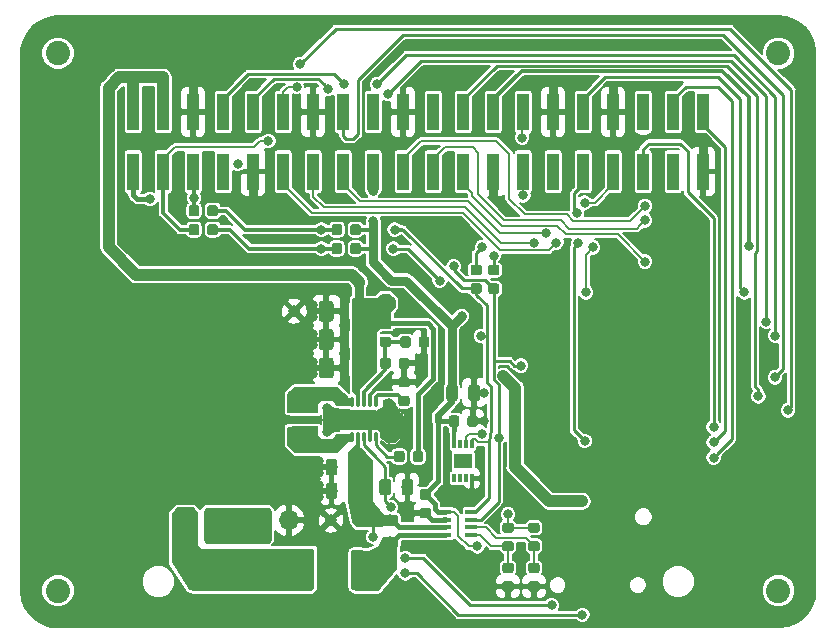
<source format=gtl>
G04 #@! TF.GenerationSoftware,KiCad,Pcbnew,(5.0.0)*
G04 #@! TF.CreationDate,2020-06-15T03:52:37+09:00*
G04 #@! TF.ProjectId,WioTerminal_M5Adapter,57696F5465726D696E616C5F4D354164,rev?*
G04 #@! TF.SameCoordinates,PX206cc80PYfe6f74f0*
G04 #@! TF.FileFunction,Copper,L1,Top,Signal*
G04 #@! TF.FilePolarity,Positive*
%FSLAX46Y46*%
G04 Gerber Fmt 4.6, Leading zero omitted, Abs format (unit mm)*
G04 Created by KiCad (PCBNEW (5.0.0)) date 06/15/20 03:52:37*
%MOMM*%
%LPD*%
G01*
G04 APERTURE LIST*
G04 #@! TA.AperFunction,ComponentPad*
%ADD10C,1.700000*%
G04 #@! TD*
G04 #@! TA.AperFunction,ComponentPad*
%ADD11O,1.700000X1.700000*%
G04 #@! TD*
G04 #@! TA.AperFunction,BGAPad,CuDef*
%ADD12C,2.050000*%
G04 #@! TD*
G04 #@! TA.AperFunction,SMDPad,CuDef*
%ADD13R,0.700000X0.250000*%
G04 #@! TD*
G04 #@! TA.AperFunction,SMDPad,CuDef*
%ADD14O,0.280000X0.850000*%
G04 #@! TD*
G04 #@! TA.AperFunction,SMDPad,CuDef*
%ADD15R,0.280000X0.280000*%
G04 #@! TD*
G04 #@! TA.AperFunction,ComponentPad*
%ADD16C,0.600000*%
G04 #@! TD*
G04 #@! TA.AperFunction,SMDPad,CuDef*
%ADD17R,2.150000X1.700000*%
G04 #@! TD*
G04 #@! TA.AperFunction,SMDPad,CuDef*
%ADD18R,0.900000X0.650000*%
G04 #@! TD*
G04 #@! TA.AperFunction,SMDPad,CuDef*
%ADD19R,0.600000X0.230000*%
G04 #@! TD*
G04 #@! TA.AperFunction,Conductor*
%ADD20C,0.100000*%
G04 #@! TD*
G04 #@! TA.AperFunction,SMDPad,CuDef*
%ADD21C,0.975000*%
G04 #@! TD*
G04 #@! TA.AperFunction,SMDPad,CuDef*
%ADD22C,0.875000*%
G04 #@! TD*
G04 #@! TA.AperFunction,SMDPad,CuDef*
%ADD23C,1.250000*%
G04 #@! TD*
G04 #@! TA.AperFunction,BGAPad,CuDef*
%ADD24C,1.000000*%
G04 #@! TD*
G04 #@! TA.AperFunction,SMDPad,CuDef*
%ADD25R,1.060000X0.400000*%
G04 #@! TD*
G04 #@! TA.AperFunction,SMDPad,CuDef*
%ADD26C,1.125000*%
G04 #@! TD*
G04 #@! TA.AperFunction,SMDPad,CuDef*
%ADD27R,0.300000X0.750000*%
G04 #@! TD*
G04 #@! TA.AperFunction,SMDPad,CuDef*
%ADD28R,1.500000X1.300000*%
G04 #@! TD*
G04 #@! TA.AperFunction,SMDPad,CuDef*
%ADD29R,1.000000X3.150000*%
G04 #@! TD*
G04 #@! TA.AperFunction,SMDPad,CuDef*
%ADD30R,2.300000X0.850000*%
G04 #@! TD*
G04 #@! TA.AperFunction,ViaPad*
%ADD31C,0.800000*%
G04 #@! TD*
G04 #@! TA.AperFunction,Conductor*
%ADD32C,0.300000*%
G04 #@! TD*
G04 #@! TA.AperFunction,Conductor*
%ADD33C,0.400000*%
G04 #@! TD*
G04 #@! TA.AperFunction,Conductor*
%ADD34C,0.250000*%
G04 #@! TD*
G04 #@! TA.AperFunction,Conductor*
%ADD35C,0.200000*%
G04 #@! TD*
G04 #@! TA.AperFunction,Conductor*
%ADD36C,0.800000*%
G04 #@! TD*
G04 #@! TA.AperFunction,Conductor*
%ADD37C,1.000000*%
G04 #@! TD*
G04 #@! TA.AperFunction,Conductor*
%ADD38C,0.600000*%
G04 #@! TD*
G04 #@! TA.AperFunction,Conductor*
%ADD39C,0.254000*%
G04 #@! TD*
G04 APERTURE END LIST*
D10*
G04 #@! TO.P,J2,1*
G04 #@! TO.N,Net-(F1-Pad2)*
X-19700000Y-16800000D03*
D11*
G04 #@! TO.P,J2,2*
G04 #@! TO.N,Net-(J2-Pad2)*
X-17160000Y-16800000D03*
G04 #@! TD*
G04 #@! TO.P,J6,2*
G04 #@! TO.N,GND*
X-10960000Y-16800000D03*
D10*
G04 #@! TO.P,J6,1*
G04 #@! TO.N,Net-(J2-Pad2)*
X-13500000Y-16800000D03*
G04 #@! TD*
D12*
G04 #@! TO.P,MH4,*
G04 #@! TO.N,*
X-30500000Y22750000D03*
G04 #@! TD*
G04 #@! TO.P,MH1,*
G04 #@! TO.N,*
X-30500000Y-22750000D03*
G04 #@! TD*
G04 #@! TO.P,MH2,*
G04 #@! TO.N,*
X30500000Y-22750000D03*
G04 #@! TD*
G04 #@! TO.P,MH3,*
G04 #@! TO.N,*
X30500000Y22750000D03*
G04 #@! TD*
D13*
G04 #@! TO.P,U2,11*
G04 #@! TO.N,GND*
X-3175000Y-8900000D03*
X-3175000Y-7700000D03*
X-6025000Y-8900000D03*
X-6025000Y-7700000D03*
D14*
G04 #@! TO.P,U2,1*
G04 #@! TO.N,Net-(L1-Pad1)*
X-5600000Y-9775000D03*
G04 #@! TO.P,U2,2*
G04 #@! TO.N,Net-(C1-Pad1)*
X-5100000Y-9775000D03*
D15*
G04 #@! TO.P,U2,3*
G04 #@! TO.N,Net-(R15-Pad2)*
X-4600000Y-10060000D03*
D14*
G04 #@! TO.P,U2,4*
G04 #@! TO.N,GND*
X-4100000Y-9775000D03*
D15*
G04 #@! TO.P,U2,5*
G04 #@! TO.N,Net-(R10-Pad2)*
X-3600000Y-10060000D03*
D14*
G04 #@! TO.P,U2,6*
G04 #@! TO.N,Net-(C5-Pad1)*
X-3600000Y-6825000D03*
G04 #@! TO.P,U2,7*
G04 #@! TO.N,GND*
X-4100000Y-6825000D03*
D15*
G04 #@! TO.P,U2,8*
G04 #@! TO.N,Net-(C6-Pad1)*
X-4600000Y-6540000D03*
G04 #@! TO.P,U2,9*
G04 #@! TO.N,+5V*
X-5100000Y-6540000D03*
G04 #@! TO.P,U2,10*
G04 #@! TO.N,Net-(L1-Pad2)*
X-5600000Y-6540000D03*
D16*
G04 #@! TO.P,U2,11*
G04 #@! TO.N,GND*
X-4600000Y-8300000D03*
X-5100000Y-8800000D03*
X-5100000Y-7800000D03*
X-4100000Y-8800000D03*
X-4100000Y-7800000D03*
D13*
X-6025000Y-8500000D03*
X-6025000Y-8100000D03*
X-3175000Y-8500000D03*
X-3175000Y-8100000D03*
D17*
X-4600000Y-8300000D03*
D15*
G04 #@! TO.P,U2,1*
G04 #@! TO.N,Net-(L1-Pad1)*
X-5600000Y-10060000D03*
G04 #@! TO.P,U2,2*
G04 #@! TO.N,Net-(C1-Pad1)*
X-5100000Y-10060000D03*
D14*
G04 #@! TO.P,U2,3*
G04 #@! TO.N,Net-(R15-Pad2)*
X-4600000Y-9775000D03*
D15*
G04 #@! TO.P,U2,4*
G04 #@! TO.N,GND*
X-4100000Y-10060000D03*
D14*
G04 #@! TO.P,U2,5*
G04 #@! TO.N,Net-(R10-Pad2)*
X-3600000Y-9775000D03*
D15*
G04 #@! TO.P,U2,6*
G04 #@! TO.N,Net-(C5-Pad1)*
X-3600000Y-6540000D03*
G04 #@! TO.P,U2,7*
G04 #@! TO.N,GND*
X-4100000Y-6540000D03*
D14*
G04 #@! TO.P,U2,8*
G04 #@! TO.N,Net-(C6-Pad1)*
X-4600000Y-6825000D03*
G04 #@! TO.P,U2,9*
G04 #@! TO.N,+5V*
X-5100000Y-6825000D03*
G04 #@! TO.P,U2,10*
G04 #@! TO.N,Net-(L1-Pad2)*
X-5600000Y-6825000D03*
D18*
G04 #@! TO.P,U2,11*
G04 #@! TO.N,GND*
X-5160000Y-8735000D03*
X-4040000Y-7865000D03*
X-4040000Y-8735000D03*
X-5160000Y-7865000D03*
D19*
X-6025000Y-8900000D03*
X-6025000Y-8500000D03*
X-6025000Y-8100000D03*
X-6025000Y-7700000D03*
X-3175000Y-8900000D03*
X-3175000Y-8500000D03*
X-3175000Y-8100000D03*
X-3175000Y-7700000D03*
G04 #@! TD*
D20*
G04 #@! TO.N,Net-(C1-Pad1)*
G04 #@! TO.C,C1*
G36*
X-5194858Y-13601174D02*
X-5171197Y-13604684D01*
X-5147993Y-13610496D01*
X-5125471Y-13618554D01*
X-5103847Y-13628782D01*
X-5083330Y-13641079D01*
X-5064117Y-13655329D01*
X-5046393Y-13671393D01*
X-5030329Y-13689117D01*
X-5016079Y-13708330D01*
X-5003782Y-13728847D01*
X-4993554Y-13750471D01*
X-4985496Y-13772993D01*
X-4979684Y-13796197D01*
X-4976174Y-13819858D01*
X-4975000Y-13843750D01*
X-4975000Y-14756250D01*
X-4976174Y-14780142D01*
X-4979684Y-14803803D01*
X-4985496Y-14827007D01*
X-4993554Y-14849529D01*
X-5003782Y-14871153D01*
X-5016079Y-14891670D01*
X-5030329Y-14910883D01*
X-5046393Y-14928607D01*
X-5064117Y-14944671D01*
X-5083330Y-14958921D01*
X-5103847Y-14971218D01*
X-5125471Y-14981446D01*
X-5147993Y-14989504D01*
X-5171197Y-14995316D01*
X-5194858Y-14998826D01*
X-5218750Y-15000000D01*
X-5706250Y-15000000D01*
X-5730142Y-14998826D01*
X-5753803Y-14995316D01*
X-5777007Y-14989504D01*
X-5799529Y-14981446D01*
X-5821153Y-14971218D01*
X-5841670Y-14958921D01*
X-5860883Y-14944671D01*
X-5878607Y-14928607D01*
X-5894671Y-14910883D01*
X-5908921Y-14891670D01*
X-5921218Y-14871153D01*
X-5931446Y-14849529D01*
X-5939504Y-14827007D01*
X-5945316Y-14803803D01*
X-5948826Y-14780142D01*
X-5950000Y-14756250D01*
X-5950000Y-13843750D01*
X-5948826Y-13819858D01*
X-5945316Y-13796197D01*
X-5939504Y-13772993D01*
X-5931446Y-13750471D01*
X-5921218Y-13728847D01*
X-5908921Y-13708330D01*
X-5894671Y-13689117D01*
X-5878607Y-13671393D01*
X-5860883Y-13655329D01*
X-5841670Y-13641079D01*
X-5821153Y-13628782D01*
X-5799529Y-13618554D01*
X-5777007Y-13610496D01*
X-5753803Y-13604684D01*
X-5730142Y-13601174D01*
X-5706250Y-13600000D01*
X-5218750Y-13600000D01*
X-5194858Y-13601174D01*
X-5194858Y-13601174D01*
G37*
D21*
G04 #@! TD*
G04 #@! TO.P,C1,1*
G04 #@! TO.N,Net-(C1-Pad1)*
X-5462500Y-14300000D03*
D20*
G04 #@! TO.N,GND*
G04 #@! TO.C,C1*
G36*
X-7069858Y-13601174D02*
X-7046197Y-13604684D01*
X-7022993Y-13610496D01*
X-7000471Y-13618554D01*
X-6978847Y-13628782D01*
X-6958330Y-13641079D01*
X-6939117Y-13655329D01*
X-6921393Y-13671393D01*
X-6905329Y-13689117D01*
X-6891079Y-13708330D01*
X-6878782Y-13728847D01*
X-6868554Y-13750471D01*
X-6860496Y-13772993D01*
X-6854684Y-13796197D01*
X-6851174Y-13819858D01*
X-6850000Y-13843750D01*
X-6850000Y-14756250D01*
X-6851174Y-14780142D01*
X-6854684Y-14803803D01*
X-6860496Y-14827007D01*
X-6868554Y-14849529D01*
X-6878782Y-14871153D01*
X-6891079Y-14891670D01*
X-6905329Y-14910883D01*
X-6921393Y-14928607D01*
X-6939117Y-14944671D01*
X-6958330Y-14958921D01*
X-6978847Y-14971218D01*
X-7000471Y-14981446D01*
X-7022993Y-14989504D01*
X-7046197Y-14995316D01*
X-7069858Y-14998826D01*
X-7093750Y-15000000D01*
X-7581250Y-15000000D01*
X-7605142Y-14998826D01*
X-7628803Y-14995316D01*
X-7652007Y-14989504D01*
X-7674529Y-14981446D01*
X-7696153Y-14971218D01*
X-7716670Y-14958921D01*
X-7735883Y-14944671D01*
X-7753607Y-14928607D01*
X-7769671Y-14910883D01*
X-7783921Y-14891670D01*
X-7796218Y-14871153D01*
X-7806446Y-14849529D01*
X-7814504Y-14827007D01*
X-7820316Y-14803803D01*
X-7823826Y-14780142D01*
X-7825000Y-14756250D01*
X-7825000Y-13843750D01*
X-7823826Y-13819858D01*
X-7820316Y-13796197D01*
X-7814504Y-13772993D01*
X-7806446Y-13750471D01*
X-7796218Y-13728847D01*
X-7783921Y-13708330D01*
X-7769671Y-13689117D01*
X-7753607Y-13671393D01*
X-7735883Y-13655329D01*
X-7716670Y-13641079D01*
X-7696153Y-13628782D01*
X-7674529Y-13618554D01*
X-7652007Y-13610496D01*
X-7628803Y-13604684D01*
X-7605142Y-13601174D01*
X-7581250Y-13600000D01*
X-7093750Y-13600000D01*
X-7069858Y-13601174D01*
X-7069858Y-13601174D01*
G37*
D21*
G04 #@! TD*
G04 #@! TO.P,C1,2*
G04 #@! TO.N,GND*
X-7337500Y-14300000D03*
D20*
G04 #@! TO.N,+3V3*
G04 #@! TO.C,C2*
G36*
X877691Y-14176053D02*
X898926Y-14179203D01*
X919750Y-14184419D01*
X939962Y-14191651D01*
X959368Y-14200830D01*
X977781Y-14211866D01*
X995024Y-14224654D01*
X1010930Y-14239070D01*
X1025346Y-14254976D01*
X1038134Y-14272219D01*
X1049170Y-14290632D01*
X1058349Y-14310038D01*
X1065581Y-14330250D01*
X1070797Y-14351074D01*
X1073947Y-14372309D01*
X1075000Y-14393750D01*
X1075000Y-14831250D01*
X1073947Y-14852691D01*
X1070797Y-14873926D01*
X1065581Y-14894750D01*
X1058349Y-14914962D01*
X1049170Y-14934368D01*
X1038134Y-14952781D01*
X1025346Y-14970024D01*
X1010930Y-14985930D01*
X995024Y-15000346D01*
X977781Y-15013134D01*
X959368Y-15024170D01*
X939962Y-15033349D01*
X919750Y-15040581D01*
X898926Y-15045797D01*
X877691Y-15048947D01*
X856250Y-15050000D01*
X343750Y-15050000D01*
X322309Y-15048947D01*
X301074Y-15045797D01*
X280250Y-15040581D01*
X260038Y-15033349D01*
X240632Y-15024170D01*
X222219Y-15013134D01*
X204976Y-15000346D01*
X189070Y-14985930D01*
X174654Y-14970024D01*
X161866Y-14952781D01*
X150830Y-14934368D01*
X141651Y-14914962D01*
X134419Y-14894750D01*
X129203Y-14873926D01*
X126053Y-14852691D01*
X125000Y-14831250D01*
X125000Y-14393750D01*
X126053Y-14372309D01*
X129203Y-14351074D01*
X134419Y-14330250D01*
X141651Y-14310038D01*
X150830Y-14290632D01*
X161866Y-14272219D01*
X174654Y-14254976D01*
X189070Y-14239070D01*
X204976Y-14224654D01*
X222219Y-14211866D01*
X240632Y-14200830D01*
X260038Y-14191651D01*
X280250Y-14184419D01*
X301074Y-14179203D01*
X322309Y-14176053D01*
X343750Y-14175000D01*
X856250Y-14175000D01*
X877691Y-14176053D01*
X877691Y-14176053D01*
G37*
D22*
G04 #@! TD*
G04 #@! TO.P,C2,1*
G04 #@! TO.N,+3V3*
X600000Y-14612500D03*
D20*
G04 #@! TO.N,GND*
G04 #@! TO.C,C2*
G36*
X877691Y-15751053D02*
X898926Y-15754203D01*
X919750Y-15759419D01*
X939962Y-15766651D01*
X959368Y-15775830D01*
X977781Y-15786866D01*
X995024Y-15799654D01*
X1010930Y-15814070D01*
X1025346Y-15829976D01*
X1038134Y-15847219D01*
X1049170Y-15865632D01*
X1058349Y-15885038D01*
X1065581Y-15905250D01*
X1070797Y-15926074D01*
X1073947Y-15947309D01*
X1075000Y-15968750D01*
X1075000Y-16406250D01*
X1073947Y-16427691D01*
X1070797Y-16448926D01*
X1065581Y-16469750D01*
X1058349Y-16489962D01*
X1049170Y-16509368D01*
X1038134Y-16527781D01*
X1025346Y-16545024D01*
X1010930Y-16560930D01*
X995024Y-16575346D01*
X977781Y-16588134D01*
X959368Y-16599170D01*
X939962Y-16608349D01*
X919750Y-16615581D01*
X898926Y-16620797D01*
X877691Y-16623947D01*
X856250Y-16625000D01*
X343750Y-16625000D01*
X322309Y-16623947D01*
X301074Y-16620797D01*
X280250Y-16615581D01*
X260038Y-16608349D01*
X240632Y-16599170D01*
X222219Y-16588134D01*
X204976Y-16575346D01*
X189070Y-16560930D01*
X174654Y-16545024D01*
X161866Y-16527781D01*
X150830Y-16509368D01*
X141651Y-16489962D01*
X134419Y-16469750D01*
X129203Y-16448926D01*
X126053Y-16427691D01*
X125000Y-16406250D01*
X125000Y-15968750D01*
X126053Y-15947309D01*
X129203Y-15926074D01*
X134419Y-15905250D01*
X141651Y-15885038D01*
X150830Y-15865632D01*
X161866Y-15847219D01*
X174654Y-15829976D01*
X189070Y-15814070D01*
X204976Y-15799654D01*
X222219Y-15786866D01*
X240632Y-15775830D01*
X260038Y-15766651D01*
X280250Y-15759419D01*
X301074Y-15754203D01*
X322309Y-15751053D01*
X343750Y-15750000D01*
X856250Y-15750000D01*
X877691Y-15751053D01*
X877691Y-15751053D01*
G37*
D22*
G04 #@! TD*
G04 #@! TO.P,C2,2*
G04 #@! TO.N,GND*
X600000Y-16187500D03*
D20*
G04 #@! TO.N,GND*
G04 #@! TO.C,C3*
G36*
X-7069858Y-11601174D02*
X-7046197Y-11604684D01*
X-7022993Y-11610496D01*
X-7000471Y-11618554D01*
X-6978847Y-11628782D01*
X-6958330Y-11641079D01*
X-6939117Y-11655329D01*
X-6921393Y-11671393D01*
X-6905329Y-11689117D01*
X-6891079Y-11708330D01*
X-6878782Y-11728847D01*
X-6868554Y-11750471D01*
X-6860496Y-11772993D01*
X-6854684Y-11796197D01*
X-6851174Y-11819858D01*
X-6850000Y-11843750D01*
X-6850000Y-12756250D01*
X-6851174Y-12780142D01*
X-6854684Y-12803803D01*
X-6860496Y-12827007D01*
X-6868554Y-12849529D01*
X-6878782Y-12871153D01*
X-6891079Y-12891670D01*
X-6905329Y-12910883D01*
X-6921393Y-12928607D01*
X-6939117Y-12944671D01*
X-6958330Y-12958921D01*
X-6978847Y-12971218D01*
X-7000471Y-12981446D01*
X-7022993Y-12989504D01*
X-7046197Y-12995316D01*
X-7069858Y-12998826D01*
X-7093750Y-13000000D01*
X-7581250Y-13000000D01*
X-7605142Y-12998826D01*
X-7628803Y-12995316D01*
X-7652007Y-12989504D01*
X-7674529Y-12981446D01*
X-7696153Y-12971218D01*
X-7716670Y-12958921D01*
X-7735883Y-12944671D01*
X-7753607Y-12928607D01*
X-7769671Y-12910883D01*
X-7783921Y-12891670D01*
X-7796218Y-12871153D01*
X-7806446Y-12849529D01*
X-7814504Y-12827007D01*
X-7820316Y-12803803D01*
X-7823826Y-12780142D01*
X-7825000Y-12756250D01*
X-7825000Y-11843750D01*
X-7823826Y-11819858D01*
X-7820316Y-11796197D01*
X-7814504Y-11772993D01*
X-7806446Y-11750471D01*
X-7796218Y-11728847D01*
X-7783921Y-11708330D01*
X-7769671Y-11689117D01*
X-7753607Y-11671393D01*
X-7735883Y-11655329D01*
X-7716670Y-11641079D01*
X-7696153Y-11628782D01*
X-7674529Y-11618554D01*
X-7652007Y-11610496D01*
X-7628803Y-11604684D01*
X-7605142Y-11601174D01*
X-7581250Y-11600000D01*
X-7093750Y-11600000D01*
X-7069858Y-11601174D01*
X-7069858Y-11601174D01*
G37*
D21*
G04 #@! TD*
G04 #@! TO.P,C3,2*
G04 #@! TO.N,GND*
X-7337500Y-12300000D03*
D20*
G04 #@! TO.N,Net-(C1-Pad1)*
G04 #@! TO.C,C3*
G36*
X-5194858Y-11601174D02*
X-5171197Y-11604684D01*
X-5147993Y-11610496D01*
X-5125471Y-11618554D01*
X-5103847Y-11628782D01*
X-5083330Y-11641079D01*
X-5064117Y-11655329D01*
X-5046393Y-11671393D01*
X-5030329Y-11689117D01*
X-5016079Y-11708330D01*
X-5003782Y-11728847D01*
X-4993554Y-11750471D01*
X-4985496Y-11772993D01*
X-4979684Y-11796197D01*
X-4976174Y-11819858D01*
X-4975000Y-11843750D01*
X-4975000Y-12756250D01*
X-4976174Y-12780142D01*
X-4979684Y-12803803D01*
X-4985496Y-12827007D01*
X-4993554Y-12849529D01*
X-5003782Y-12871153D01*
X-5016079Y-12891670D01*
X-5030329Y-12910883D01*
X-5046393Y-12928607D01*
X-5064117Y-12944671D01*
X-5083330Y-12958921D01*
X-5103847Y-12971218D01*
X-5125471Y-12981446D01*
X-5147993Y-12989504D01*
X-5171197Y-12995316D01*
X-5194858Y-12998826D01*
X-5218750Y-13000000D01*
X-5706250Y-13000000D01*
X-5730142Y-12998826D01*
X-5753803Y-12995316D01*
X-5777007Y-12989504D01*
X-5799529Y-12981446D01*
X-5821153Y-12971218D01*
X-5841670Y-12958921D01*
X-5860883Y-12944671D01*
X-5878607Y-12928607D01*
X-5894671Y-12910883D01*
X-5908921Y-12891670D01*
X-5921218Y-12871153D01*
X-5931446Y-12849529D01*
X-5939504Y-12827007D01*
X-5945316Y-12803803D01*
X-5948826Y-12780142D01*
X-5950000Y-12756250D01*
X-5950000Y-11843750D01*
X-5948826Y-11819858D01*
X-5945316Y-11796197D01*
X-5939504Y-11772993D01*
X-5931446Y-11750471D01*
X-5921218Y-11728847D01*
X-5908921Y-11708330D01*
X-5894671Y-11689117D01*
X-5878607Y-11671393D01*
X-5860883Y-11655329D01*
X-5841670Y-11641079D01*
X-5821153Y-11628782D01*
X-5799529Y-11618554D01*
X-5777007Y-11610496D01*
X-5753803Y-11604684D01*
X-5730142Y-11601174D01*
X-5706250Y-11600000D01*
X-5218750Y-11600000D01*
X-5194858Y-11601174D01*
X-5194858Y-11601174D01*
G37*
D21*
G04 #@! TD*
G04 #@! TO.P,C3,1*
G04 #@! TO.N,Net-(C1-Pad1)*
X-5462500Y-12300000D03*
D20*
G04 #@! TO.N,+3V3*
G04 #@! TO.C,C4*
G36*
X3130142Y-5301174D02*
X3153803Y-5304684D01*
X3177007Y-5310496D01*
X3199529Y-5318554D01*
X3221153Y-5328782D01*
X3241670Y-5341079D01*
X3260883Y-5355329D01*
X3278607Y-5371393D01*
X3294671Y-5389117D01*
X3308921Y-5408330D01*
X3321218Y-5428847D01*
X3331446Y-5450471D01*
X3339504Y-5472993D01*
X3345316Y-5496197D01*
X3348826Y-5519858D01*
X3350000Y-5543750D01*
X3350000Y-6456250D01*
X3348826Y-6480142D01*
X3345316Y-6503803D01*
X3339504Y-6527007D01*
X3331446Y-6549529D01*
X3321218Y-6571153D01*
X3308921Y-6591670D01*
X3294671Y-6610883D01*
X3278607Y-6628607D01*
X3260883Y-6644671D01*
X3241670Y-6658921D01*
X3221153Y-6671218D01*
X3199529Y-6681446D01*
X3177007Y-6689504D01*
X3153803Y-6695316D01*
X3130142Y-6698826D01*
X3106250Y-6700000D01*
X2618750Y-6700000D01*
X2594858Y-6698826D01*
X2571197Y-6695316D01*
X2547993Y-6689504D01*
X2525471Y-6681446D01*
X2503847Y-6671218D01*
X2483330Y-6658921D01*
X2464117Y-6644671D01*
X2446393Y-6628607D01*
X2430329Y-6610883D01*
X2416079Y-6591670D01*
X2403782Y-6571153D01*
X2393554Y-6549529D01*
X2385496Y-6527007D01*
X2379684Y-6503803D01*
X2376174Y-6480142D01*
X2375000Y-6456250D01*
X2375000Y-5543750D01*
X2376174Y-5519858D01*
X2379684Y-5496197D01*
X2385496Y-5472993D01*
X2393554Y-5450471D01*
X2403782Y-5428847D01*
X2416079Y-5408330D01*
X2430329Y-5389117D01*
X2446393Y-5371393D01*
X2464117Y-5355329D01*
X2483330Y-5341079D01*
X2503847Y-5328782D01*
X2525471Y-5318554D01*
X2547993Y-5310496D01*
X2571197Y-5304684D01*
X2594858Y-5301174D01*
X2618750Y-5300000D01*
X3106250Y-5300000D01*
X3130142Y-5301174D01*
X3130142Y-5301174D01*
G37*
D21*
G04 #@! TD*
G04 #@! TO.P,C4,1*
G04 #@! TO.N,+3V3*
X2862500Y-6000000D03*
D20*
G04 #@! TO.N,GND*
G04 #@! TO.C,C4*
G36*
X5005142Y-5301174D02*
X5028803Y-5304684D01*
X5052007Y-5310496D01*
X5074529Y-5318554D01*
X5096153Y-5328782D01*
X5116670Y-5341079D01*
X5135883Y-5355329D01*
X5153607Y-5371393D01*
X5169671Y-5389117D01*
X5183921Y-5408330D01*
X5196218Y-5428847D01*
X5206446Y-5450471D01*
X5214504Y-5472993D01*
X5220316Y-5496197D01*
X5223826Y-5519858D01*
X5225000Y-5543750D01*
X5225000Y-6456250D01*
X5223826Y-6480142D01*
X5220316Y-6503803D01*
X5214504Y-6527007D01*
X5206446Y-6549529D01*
X5196218Y-6571153D01*
X5183921Y-6591670D01*
X5169671Y-6610883D01*
X5153607Y-6628607D01*
X5135883Y-6644671D01*
X5116670Y-6658921D01*
X5096153Y-6671218D01*
X5074529Y-6681446D01*
X5052007Y-6689504D01*
X5028803Y-6695316D01*
X5005142Y-6698826D01*
X4981250Y-6700000D01*
X4493750Y-6700000D01*
X4469858Y-6698826D01*
X4446197Y-6695316D01*
X4422993Y-6689504D01*
X4400471Y-6681446D01*
X4378847Y-6671218D01*
X4358330Y-6658921D01*
X4339117Y-6644671D01*
X4321393Y-6628607D01*
X4305329Y-6610883D01*
X4291079Y-6591670D01*
X4278782Y-6571153D01*
X4268554Y-6549529D01*
X4260496Y-6527007D01*
X4254684Y-6503803D01*
X4251174Y-6480142D01*
X4250000Y-6456250D01*
X4250000Y-5543750D01*
X4251174Y-5519858D01*
X4254684Y-5496197D01*
X4260496Y-5472993D01*
X4268554Y-5450471D01*
X4278782Y-5428847D01*
X4291079Y-5408330D01*
X4305329Y-5389117D01*
X4321393Y-5371393D01*
X4339117Y-5355329D01*
X4358330Y-5341079D01*
X4378847Y-5328782D01*
X4400471Y-5318554D01*
X4422993Y-5310496D01*
X4446197Y-5304684D01*
X4469858Y-5301174D01*
X4493750Y-5300000D01*
X4981250Y-5300000D01*
X5005142Y-5301174D01*
X5005142Y-5301174D01*
G37*
D21*
G04 #@! TD*
G04 #@! TO.P,C4,2*
G04 #@! TO.N,GND*
X4737500Y-6000000D03*
D20*
G04 #@! TO.N,GND*
G04 #@! TO.C,C5*
G36*
X-922309Y-4676053D02*
X-901074Y-4679203D01*
X-880250Y-4684419D01*
X-860038Y-4691651D01*
X-840632Y-4700830D01*
X-822219Y-4711866D01*
X-804976Y-4724654D01*
X-789070Y-4739070D01*
X-774654Y-4754976D01*
X-761866Y-4772219D01*
X-750830Y-4790632D01*
X-741651Y-4810038D01*
X-734419Y-4830250D01*
X-729203Y-4851074D01*
X-726053Y-4872309D01*
X-725000Y-4893750D01*
X-725000Y-5331250D01*
X-726053Y-5352691D01*
X-729203Y-5373926D01*
X-734419Y-5394750D01*
X-741651Y-5414962D01*
X-750830Y-5434368D01*
X-761866Y-5452781D01*
X-774654Y-5470024D01*
X-789070Y-5485930D01*
X-804976Y-5500346D01*
X-822219Y-5513134D01*
X-840632Y-5524170D01*
X-860038Y-5533349D01*
X-880250Y-5540581D01*
X-901074Y-5545797D01*
X-922309Y-5548947D01*
X-943750Y-5550000D01*
X-1456250Y-5550000D01*
X-1477691Y-5548947D01*
X-1498926Y-5545797D01*
X-1519750Y-5540581D01*
X-1539962Y-5533349D01*
X-1559368Y-5524170D01*
X-1577781Y-5513134D01*
X-1595024Y-5500346D01*
X-1610930Y-5485930D01*
X-1625346Y-5470024D01*
X-1638134Y-5452781D01*
X-1649170Y-5434368D01*
X-1658349Y-5414962D01*
X-1665581Y-5394750D01*
X-1670797Y-5373926D01*
X-1673947Y-5352691D01*
X-1675000Y-5331250D01*
X-1675000Y-4893750D01*
X-1673947Y-4872309D01*
X-1670797Y-4851074D01*
X-1665581Y-4830250D01*
X-1658349Y-4810038D01*
X-1649170Y-4790632D01*
X-1638134Y-4772219D01*
X-1625346Y-4754976D01*
X-1610930Y-4739070D01*
X-1595024Y-4724654D01*
X-1577781Y-4711866D01*
X-1559368Y-4700830D01*
X-1539962Y-4691651D01*
X-1519750Y-4684419D01*
X-1498926Y-4679203D01*
X-1477691Y-4676053D01*
X-1456250Y-4675000D01*
X-943750Y-4675000D01*
X-922309Y-4676053D01*
X-922309Y-4676053D01*
G37*
D22*
G04 #@! TD*
G04 #@! TO.P,C5,2*
G04 #@! TO.N,GND*
X-1200000Y-5112500D03*
D20*
G04 #@! TO.N,Net-(C5-Pad1)*
G04 #@! TO.C,C5*
G36*
X-922309Y-6251053D02*
X-901074Y-6254203D01*
X-880250Y-6259419D01*
X-860038Y-6266651D01*
X-840632Y-6275830D01*
X-822219Y-6286866D01*
X-804976Y-6299654D01*
X-789070Y-6314070D01*
X-774654Y-6329976D01*
X-761866Y-6347219D01*
X-750830Y-6365632D01*
X-741651Y-6385038D01*
X-734419Y-6405250D01*
X-729203Y-6426074D01*
X-726053Y-6447309D01*
X-725000Y-6468750D01*
X-725000Y-6906250D01*
X-726053Y-6927691D01*
X-729203Y-6948926D01*
X-734419Y-6969750D01*
X-741651Y-6989962D01*
X-750830Y-7009368D01*
X-761866Y-7027781D01*
X-774654Y-7045024D01*
X-789070Y-7060930D01*
X-804976Y-7075346D01*
X-822219Y-7088134D01*
X-840632Y-7099170D01*
X-860038Y-7108349D01*
X-880250Y-7115581D01*
X-901074Y-7120797D01*
X-922309Y-7123947D01*
X-943750Y-7125000D01*
X-1456250Y-7125000D01*
X-1477691Y-7123947D01*
X-1498926Y-7120797D01*
X-1519750Y-7115581D01*
X-1539962Y-7108349D01*
X-1559368Y-7099170D01*
X-1577781Y-7088134D01*
X-1595024Y-7075346D01*
X-1610930Y-7060930D01*
X-1625346Y-7045024D01*
X-1638134Y-7027781D01*
X-1649170Y-7009368D01*
X-1658349Y-6989962D01*
X-1665581Y-6969750D01*
X-1670797Y-6948926D01*
X-1673947Y-6927691D01*
X-1675000Y-6906250D01*
X-1675000Y-6468750D01*
X-1673947Y-6447309D01*
X-1670797Y-6426074D01*
X-1665581Y-6405250D01*
X-1658349Y-6385038D01*
X-1649170Y-6365632D01*
X-1638134Y-6347219D01*
X-1625346Y-6329976D01*
X-1610930Y-6314070D01*
X-1595024Y-6299654D01*
X-1577781Y-6286866D01*
X-1559368Y-6275830D01*
X-1539962Y-6266651D01*
X-1519750Y-6259419D01*
X-1498926Y-6254203D01*
X-1477691Y-6251053D01*
X-1456250Y-6250000D01*
X-943750Y-6250000D01*
X-922309Y-6251053D01*
X-922309Y-6251053D01*
G37*
D22*
G04 #@! TD*
G04 #@! TO.P,C5,1*
G04 #@! TO.N,Net-(C5-Pad1)*
X-1200000Y-6687500D03*
D20*
G04 #@! TO.N,GND*
G04 #@! TO.C,C6*
G36*
X727691Y-1226053D02*
X748926Y-1229203D01*
X769750Y-1234419D01*
X789962Y-1241651D01*
X809368Y-1250830D01*
X827781Y-1261866D01*
X845024Y-1274654D01*
X860930Y-1289070D01*
X875346Y-1304976D01*
X888134Y-1322219D01*
X899170Y-1340632D01*
X908349Y-1360038D01*
X915581Y-1380250D01*
X920797Y-1401074D01*
X923947Y-1422309D01*
X925000Y-1443750D01*
X925000Y-1956250D01*
X923947Y-1977691D01*
X920797Y-1998926D01*
X915581Y-2019750D01*
X908349Y-2039962D01*
X899170Y-2059368D01*
X888134Y-2077781D01*
X875346Y-2095024D01*
X860930Y-2110930D01*
X845024Y-2125346D01*
X827781Y-2138134D01*
X809368Y-2149170D01*
X789962Y-2158349D01*
X769750Y-2165581D01*
X748926Y-2170797D01*
X727691Y-2173947D01*
X706250Y-2175000D01*
X268750Y-2175000D01*
X247309Y-2173947D01*
X226074Y-2170797D01*
X205250Y-2165581D01*
X185038Y-2158349D01*
X165632Y-2149170D01*
X147219Y-2138134D01*
X129976Y-2125346D01*
X114070Y-2110930D01*
X99654Y-2095024D01*
X86866Y-2077781D01*
X75830Y-2059368D01*
X66651Y-2039962D01*
X59419Y-2019750D01*
X54203Y-1998926D01*
X51053Y-1977691D01*
X50000Y-1956250D01*
X50000Y-1443750D01*
X51053Y-1422309D01*
X54203Y-1401074D01*
X59419Y-1380250D01*
X66651Y-1360038D01*
X75830Y-1340632D01*
X86866Y-1322219D01*
X99654Y-1304976D01*
X114070Y-1289070D01*
X129976Y-1274654D01*
X147219Y-1261866D01*
X165632Y-1250830D01*
X185038Y-1241651D01*
X205250Y-1234419D01*
X226074Y-1229203D01*
X247309Y-1226053D01*
X268750Y-1225000D01*
X706250Y-1225000D01*
X727691Y-1226053D01*
X727691Y-1226053D01*
G37*
D22*
G04 #@! TD*
G04 #@! TO.P,C6,2*
G04 #@! TO.N,GND*
X487500Y-1700000D03*
D20*
G04 #@! TO.N,Net-(C6-Pad1)*
G04 #@! TO.C,C6*
G36*
X-847309Y-1226053D02*
X-826074Y-1229203D01*
X-805250Y-1234419D01*
X-785038Y-1241651D01*
X-765632Y-1250830D01*
X-747219Y-1261866D01*
X-729976Y-1274654D01*
X-714070Y-1289070D01*
X-699654Y-1304976D01*
X-686866Y-1322219D01*
X-675830Y-1340632D01*
X-666651Y-1360038D01*
X-659419Y-1380250D01*
X-654203Y-1401074D01*
X-651053Y-1422309D01*
X-650000Y-1443750D01*
X-650000Y-1956250D01*
X-651053Y-1977691D01*
X-654203Y-1998926D01*
X-659419Y-2019750D01*
X-666651Y-2039962D01*
X-675830Y-2059368D01*
X-686866Y-2077781D01*
X-699654Y-2095024D01*
X-714070Y-2110930D01*
X-729976Y-2125346D01*
X-747219Y-2138134D01*
X-765632Y-2149170D01*
X-785038Y-2158349D01*
X-805250Y-2165581D01*
X-826074Y-2170797D01*
X-847309Y-2173947D01*
X-868750Y-2175000D01*
X-1306250Y-2175000D01*
X-1327691Y-2173947D01*
X-1348926Y-2170797D01*
X-1369750Y-2165581D01*
X-1389962Y-2158349D01*
X-1409368Y-2149170D01*
X-1427781Y-2138134D01*
X-1445024Y-2125346D01*
X-1460930Y-2110930D01*
X-1475346Y-2095024D01*
X-1488134Y-2077781D01*
X-1499170Y-2059368D01*
X-1508349Y-2039962D01*
X-1515581Y-2019750D01*
X-1520797Y-1998926D01*
X-1523947Y-1977691D01*
X-1525000Y-1956250D01*
X-1525000Y-1443750D01*
X-1523947Y-1422309D01*
X-1520797Y-1401074D01*
X-1515581Y-1380250D01*
X-1508349Y-1360038D01*
X-1499170Y-1340632D01*
X-1488134Y-1322219D01*
X-1475346Y-1304976D01*
X-1460930Y-1289070D01*
X-1445024Y-1274654D01*
X-1427781Y-1261866D01*
X-1409368Y-1250830D01*
X-1389962Y-1241651D01*
X-1369750Y-1234419D01*
X-1348926Y-1229203D01*
X-1327691Y-1226053D01*
X-1306250Y-1225000D01*
X-868750Y-1225000D01*
X-847309Y-1226053D01*
X-847309Y-1226053D01*
G37*
D22*
G04 #@! TD*
G04 #@! TO.P,C6,1*
G04 #@! TO.N,Net-(C6-Pad1)*
X-1087500Y-1700000D03*
D20*
G04 #@! TO.N,+5V*
G04 #@! TO.C,C7*
G36*
X-4600496Y-3026204D02*
X-4576227Y-3029804D01*
X-4552429Y-3035765D01*
X-4529329Y-3044030D01*
X-4507151Y-3054520D01*
X-4486107Y-3067133D01*
X-4466402Y-3081747D01*
X-4448223Y-3098223D01*
X-4431747Y-3116402D01*
X-4417133Y-3136107D01*
X-4404520Y-3157151D01*
X-4394030Y-3179329D01*
X-4385765Y-3202429D01*
X-4379804Y-3226227D01*
X-4376204Y-3250496D01*
X-4375000Y-3275000D01*
X-4375000Y-4525000D01*
X-4376204Y-4549504D01*
X-4379804Y-4573773D01*
X-4385765Y-4597571D01*
X-4394030Y-4620671D01*
X-4404520Y-4642849D01*
X-4417133Y-4663893D01*
X-4431747Y-4683598D01*
X-4448223Y-4701777D01*
X-4466402Y-4718253D01*
X-4486107Y-4732867D01*
X-4507151Y-4745480D01*
X-4529329Y-4755970D01*
X-4552429Y-4764235D01*
X-4576227Y-4770196D01*
X-4600496Y-4773796D01*
X-4625000Y-4775000D01*
X-5375000Y-4775000D01*
X-5399504Y-4773796D01*
X-5423773Y-4770196D01*
X-5447571Y-4764235D01*
X-5470671Y-4755970D01*
X-5492849Y-4745480D01*
X-5513893Y-4732867D01*
X-5533598Y-4718253D01*
X-5551777Y-4701777D01*
X-5568253Y-4683598D01*
X-5582867Y-4663893D01*
X-5595480Y-4642849D01*
X-5605970Y-4620671D01*
X-5614235Y-4597571D01*
X-5620196Y-4573773D01*
X-5623796Y-4549504D01*
X-5625000Y-4525000D01*
X-5625000Y-3275000D01*
X-5623796Y-3250496D01*
X-5620196Y-3226227D01*
X-5614235Y-3202429D01*
X-5605970Y-3179329D01*
X-5595480Y-3157151D01*
X-5582867Y-3136107D01*
X-5568253Y-3116402D01*
X-5551777Y-3098223D01*
X-5533598Y-3081747D01*
X-5513893Y-3067133D01*
X-5492849Y-3054520D01*
X-5470671Y-3044030D01*
X-5447571Y-3035765D01*
X-5423773Y-3029804D01*
X-5399504Y-3026204D01*
X-5375000Y-3025000D01*
X-4625000Y-3025000D01*
X-4600496Y-3026204D01*
X-4600496Y-3026204D01*
G37*
D23*
G04 #@! TD*
G04 #@! TO.P,C7,1*
G04 #@! TO.N,+5V*
X-5000000Y-3900000D03*
D20*
G04 #@! TO.N,GND*
G04 #@! TO.C,C7*
G36*
X-7400496Y-3026204D02*
X-7376227Y-3029804D01*
X-7352429Y-3035765D01*
X-7329329Y-3044030D01*
X-7307151Y-3054520D01*
X-7286107Y-3067133D01*
X-7266402Y-3081747D01*
X-7248223Y-3098223D01*
X-7231747Y-3116402D01*
X-7217133Y-3136107D01*
X-7204520Y-3157151D01*
X-7194030Y-3179329D01*
X-7185765Y-3202429D01*
X-7179804Y-3226227D01*
X-7176204Y-3250496D01*
X-7175000Y-3275000D01*
X-7175000Y-4525000D01*
X-7176204Y-4549504D01*
X-7179804Y-4573773D01*
X-7185765Y-4597571D01*
X-7194030Y-4620671D01*
X-7204520Y-4642849D01*
X-7217133Y-4663893D01*
X-7231747Y-4683598D01*
X-7248223Y-4701777D01*
X-7266402Y-4718253D01*
X-7286107Y-4732867D01*
X-7307151Y-4745480D01*
X-7329329Y-4755970D01*
X-7352429Y-4764235D01*
X-7376227Y-4770196D01*
X-7400496Y-4773796D01*
X-7425000Y-4775000D01*
X-8175000Y-4775000D01*
X-8199504Y-4773796D01*
X-8223773Y-4770196D01*
X-8247571Y-4764235D01*
X-8270671Y-4755970D01*
X-8292849Y-4745480D01*
X-8313893Y-4732867D01*
X-8333598Y-4718253D01*
X-8351777Y-4701777D01*
X-8368253Y-4683598D01*
X-8382867Y-4663893D01*
X-8395480Y-4642849D01*
X-8405970Y-4620671D01*
X-8414235Y-4597571D01*
X-8420196Y-4573773D01*
X-8423796Y-4549504D01*
X-8425000Y-4525000D01*
X-8425000Y-3275000D01*
X-8423796Y-3250496D01*
X-8420196Y-3226227D01*
X-8414235Y-3202429D01*
X-8405970Y-3179329D01*
X-8395480Y-3157151D01*
X-8382867Y-3136107D01*
X-8368253Y-3116402D01*
X-8351777Y-3098223D01*
X-8333598Y-3081747D01*
X-8313893Y-3067133D01*
X-8292849Y-3054520D01*
X-8270671Y-3044030D01*
X-8247571Y-3035765D01*
X-8223773Y-3029804D01*
X-8199504Y-3026204D01*
X-8175000Y-3025000D01*
X-7425000Y-3025000D01*
X-7400496Y-3026204D01*
X-7400496Y-3026204D01*
G37*
D23*
G04 #@! TD*
G04 #@! TO.P,C7,2*
G04 #@! TO.N,GND*
X-7800000Y-3900000D03*
D20*
G04 #@! TO.N,GND*
G04 #@! TO.C,C8*
G36*
X-7400496Y-626204D02*
X-7376227Y-629804D01*
X-7352429Y-635765D01*
X-7329329Y-644030D01*
X-7307151Y-654520D01*
X-7286107Y-667133D01*
X-7266402Y-681747D01*
X-7248223Y-698223D01*
X-7231747Y-716402D01*
X-7217133Y-736107D01*
X-7204520Y-757151D01*
X-7194030Y-779329D01*
X-7185765Y-802429D01*
X-7179804Y-826227D01*
X-7176204Y-850496D01*
X-7175000Y-875000D01*
X-7175000Y-2125000D01*
X-7176204Y-2149504D01*
X-7179804Y-2173773D01*
X-7185765Y-2197571D01*
X-7194030Y-2220671D01*
X-7204520Y-2242849D01*
X-7217133Y-2263893D01*
X-7231747Y-2283598D01*
X-7248223Y-2301777D01*
X-7266402Y-2318253D01*
X-7286107Y-2332867D01*
X-7307151Y-2345480D01*
X-7329329Y-2355970D01*
X-7352429Y-2364235D01*
X-7376227Y-2370196D01*
X-7400496Y-2373796D01*
X-7425000Y-2375000D01*
X-8175000Y-2375000D01*
X-8199504Y-2373796D01*
X-8223773Y-2370196D01*
X-8247571Y-2364235D01*
X-8270671Y-2355970D01*
X-8292849Y-2345480D01*
X-8313893Y-2332867D01*
X-8333598Y-2318253D01*
X-8351777Y-2301777D01*
X-8368253Y-2283598D01*
X-8382867Y-2263893D01*
X-8395480Y-2242849D01*
X-8405970Y-2220671D01*
X-8414235Y-2197571D01*
X-8420196Y-2173773D01*
X-8423796Y-2149504D01*
X-8425000Y-2125000D01*
X-8425000Y-875000D01*
X-8423796Y-850496D01*
X-8420196Y-826227D01*
X-8414235Y-802429D01*
X-8405970Y-779329D01*
X-8395480Y-757151D01*
X-8382867Y-736107D01*
X-8368253Y-716402D01*
X-8351777Y-698223D01*
X-8333598Y-681747D01*
X-8313893Y-667133D01*
X-8292849Y-654520D01*
X-8270671Y-644030D01*
X-8247571Y-635765D01*
X-8223773Y-629804D01*
X-8199504Y-626204D01*
X-8175000Y-625000D01*
X-7425000Y-625000D01*
X-7400496Y-626204D01*
X-7400496Y-626204D01*
G37*
D23*
G04 #@! TD*
G04 #@! TO.P,C8,2*
G04 #@! TO.N,GND*
X-7800000Y-1500000D03*
D20*
G04 #@! TO.N,+5V*
G04 #@! TO.C,C8*
G36*
X-4600496Y-626204D02*
X-4576227Y-629804D01*
X-4552429Y-635765D01*
X-4529329Y-644030D01*
X-4507151Y-654520D01*
X-4486107Y-667133D01*
X-4466402Y-681747D01*
X-4448223Y-698223D01*
X-4431747Y-716402D01*
X-4417133Y-736107D01*
X-4404520Y-757151D01*
X-4394030Y-779329D01*
X-4385765Y-802429D01*
X-4379804Y-826227D01*
X-4376204Y-850496D01*
X-4375000Y-875000D01*
X-4375000Y-2125000D01*
X-4376204Y-2149504D01*
X-4379804Y-2173773D01*
X-4385765Y-2197571D01*
X-4394030Y-2220671D01*
X-4404520Y-2242849D01*
X-4417133Y-2263893D01*
X-4431747Y-2283598D01*
X-4448223Y-2301777D01*
X-4466402Y-2318253D01*
X-4486107Y-2332867D01*
X-4507151Y-2345480D01*
X-4529329Y-2355970D01*
X-4552429Y-2364235D01*
X-4576227Y-2370196D01*
X-4600496Y-2373796D01*
X-4625000Y-2375000D01*
X-5375000Y-2375000D01*
X-5399504Y-2373796D01*
X-5423773Y-2370196D01*
X-5447571Y-2364235D01*
X-5470671Y-2355970D01*
X-5492849Y-2345480D01*
X-5513893Y-2332867D01*
X-5533598Y-2318253D01*
X-5551777Y-2301777D01*
X-5568253Y-2283598D01*
X-5582867Y-2263893D01*
X-5595480Y-2242849D01*
X-5605970Y-2220671D01*
X-5614235Y-2197571D01*
X-5620196Y-2173773D01*
X-5623796Y-2149504D01*
X-5625000Y-2125000D01*
X-5625000Y-875000D01*
X-5623796Y-850496D01*
X-5620196Y-826227D01*
X-5614235Y-802429D01*
X-5605970Y-779329D01*
X-5595480Y-757151D01*
X-5582867Y-736107D01*
X-5568253Y-716402D01*
X-5551777Y-698223D01*
X-5533598Y-681747D01*
X-5513893Y-667133D01*
X-5492849Y-654520D01*
X-5470671Y-644030D01*
X-5447571Y-635765D01*
X-5423773Y-629804D01*
X-5399504Y-626204D01*
X-5375000Y-625000D01*
X-4625000Y-625000D01*
X-4600496Y-626204D01*
X-4600496Y-626204D01*
G37*
D23*
G04 #@! TD*
G04 #@! TO.P,C8,1*
G04 #@! TO.N,+5V*
X-5000000Y-1500000D03*
D20*
G04 #@! TO.N,+5V*
G04 #@! TO.C,C9*
G36*
X-4600496Y1773796D02*
X-4576227Y1770196D01*
X-4552429Y1764235D01*
X-4529329Y1755970D01*
X-4507151Y1745480D01*
X-4486107Y1732867D01*
X-4466402Y1718253D01*
X-4448223Y1701777D01*
X-4431747Y1683598D01*
X-4417133Y1663893D01*
X-4404520Y1642849D01*
X-4394030Y1620671D01*
X-4385765Y1597571D01*
X-4379804Y1573773D01*
X-4376204Y1549504D01*
X-4375000Y1525000D01*
X-4375000Y275000D01*
X-4376204Y250496D01*
X-4379804Y226227D01*
X-4385765Y202429D01*
X-4394030Y179329D01*
X-4404520Y157151D01*
X-4417133Y136107D01*
X-4431747Y116402D01*
X-4448223Y98223D01*
X-4466402Y81747D01*
X-4486107Y67133D01*
X-4507151Y54520D01*
X-4529329Y44030D01*
X-4552429Y35765D01*
X-4576227Y29804D01*
X-4600496Y26204D01*
X-4625000Y25000D01*
X-5375000Y25000D01*
X-5399504Y26204D01*
X-5423773Y29804D01*
X-5447571Y35765D01*
X-5470671Y44030D01*
X-5492849Y54520D01*
X-5513893Y67133D01*
X-5533598Y81747D01*
X-5551777Y98223D01*
X-5568253Y116402D01*
X-5582867Y136107D01*
X-5595480Y157151D01*
X-5605970Y179329D01*
X-5614235Y202429D01*
X-5620196Y226227D01*
X-5623796Y250496D01*
X-5625000Y275000D01*
X-5625000Y1525000D01*
X-5623796Y1549504D01*
X-5620196Y1573773D01*
X-5614235Y1597571D01*
X-5605970Y1620671D01*
X-5595480Y1642849D01*
X-5582867Y1663893D01*
X-5568253Y1683598D01*
X-5551777Y1701777D01*
X-5533598Y1718253D01*
X-5513893Y1732867D01*
X-5492849Y1745480D01*
X-5470671Y1755970D01*
X-5447571Y1764235D01*
X-5423773Y1770196D01*
X-5399504Y1773796D01*
X-5375000Y1775000D01*
X-4625000Y1775000D01*
X-4600496Y1773796D01*
X-4600496Y1773796D01*
G37*
D23*
G04 #@! TD*
G04 #@! TO.P,C9,1*
G04 #@! TO.N,+5V*
X-5000000Y900000D03*
D20*
G04 #@! TO.N,GND*
G04 #@! TO.C,C9*
G36*
X-7400496Y1773796D02*
X-7376227Y1770196D01*
X-7352429Y1764235D01*
X-7329329Y1755970D01*
X-7307151Y1745480D01*
X-7286107Y1732867D01*
X-7266402Y1718253D01*
X-7248223Y1701777D01*
X-7231747Y1683598D01*
X-7217133Y1663893D01*
X-7204520Y1642849D01*
X-7194030Y1620671D01*
X-7185765Y1597571D01*
X-7179804Y1573773D01*
X-7176204Y1549504D01*
X-7175000Y1525000D01*
X-7175000Y275000D01*
X-7176204Y250496D01*
X-7179804Y226227D01*
X-7185765Y202429D01*
X-7194030Y179329D01*
X-7204520Y157151D01*
X-7217133Y136107D01*
X-7231747Y116402D01*
X-7248223Y98223D01*
X-7266402Y81747D01*
X-7286107Y67133D01*
X-7307151Y54520D01*
X-7329329Y44030D01*
X-7352429Y35765D01*
X-7376227Y29804D01*
X-7400496Y26204D01*
X-7425000Y25000D01*
X-8175000Y25000D01*
X-8199504Y26204D01*
X-8223773Y29804D01*
X-8247571Y35765D01*
X-8270671Y44030D01*
X-8292849Y54520D01*
X-8313893Y67133D01*
X-8333598Y81747D01*
X-8351777Y98223D01*
X-8368253Y116402D01*
X-8382867Y136107D01*
X-8395480Y157151D01*
X-8405970Y179329D01*
X-8414235Y202429D01*
X-8420196Y226227D01*
X-8423796Y250496D01*
X-8425000Y275000D01*
X-8425000Y1525000D01*
X-8423796Y1549504D01*
X-8420196Y1573773D01*
X-8414235Y1597571D01*
X-8405970Y1620671D01*
X-8395480Y1642849D01*
X-8382867Y1663893D01*
X-8368253Y1683598D01*
X-8351777Y1701777D01*
X-8333598Y1718253D01*
X-8313893Y1732867D01*
X-8292849Y1745480D01*
X-8270671Y1755970D01*
X-8247571Y1764235D01*
X-8223773Y1770196D01*
X-8199504Y1773796D01*
X-8175000Y1775000D01*
X-7425000Y1775000D01*
X-7400496Y1773796D01*
X-7400496Y1773796D01*
G37*
D23*
G04 #@! TD*
G04 #@! TO.P,C9,2*
G04 #@! TO.N,GND*
X-7800000Y900000D03*
D20*
G04 #@! TO.N,Net-(C1-Pad1)*
G04 #@! TO.C,R1*
G36*
X-1919858Y-16313674D02*
X-1896197Y-16317184D01*
X-1872993Y-16322996D01*
X-1850471Y-16331054D01*
X-1828847Y-16341282D01*
X-1808330Y-16353579D01*
X-1789117Y-16367829D01*
X-1771393Y-16383893D01*
X-1755329Y-16401617D01*
X-1741079Y-16420830D01*
X-1728782Y-16441347D01*
X-1718554Y-16462971D01*
X-1710496Y-16485493D01*
X-1704684Y-16508697D01*
X-1701174Y-16532358D01*
X-1700000Y-16556250D01*
X-1700000Y-17043750D01*
X-1701174Y-17067642D01*
X-1704684Y-17091303D01*
X-1710496Y-17114507D01*
X-1718554Y-17137029D01*
X-1728782Y-17158653D01*
X-1741079Y-17179170D01*
X-1755329Y-17198383D01*
X-1771393Y-17216107D01*
X-1789117Y-17232171D01*
X-1808330Y-17246421D01*
X-1828847Y-17258718D01*
X-1850471Y-17268946D01*
X-1872993Y-17277004D01*
X-1896197Y-17282816D01*
X-1919858Y-17286326D01*
X-1943750Y-17287500D01*
X-2856250Y-17287500D01*
X-2880142Y-17286326D01*
X-2903803Y-17282816D01*
X-2927007Y-17277004D01*
X-2949529Y-17268946D01*
X-2971153Y-17258718D01*
X-2991670Y-17246421D01*
X-3010883Y-17232171D01*
X-3028607Y-17216107D01*
X-3044671Y-17198383D01*
X-3058921Y-17179170D01*
X-3071218Y-17158653D01*
X-3081446Y-17137029D01*
X-3089504Y-17114507D01*
X-3095316Y-17091303D01*
X-3098826Y-17067642D01*
X-3100000Y-17043750D01*
X-3100000Y-16556250D01*
X-3098826Y-16532358D01*
X-3095316Y-16508697D01*
X-3089504Y-16485493D01*
X-3081446Y-16462971D01*
X-3071218Y-16441347D01*
X-3058921Y-16420830D01*
X-3044671Y-16401617D01*
X-3028607Y-16383893D01*
X-3010883Y-16367829D01*
X-2991670Y-16353579D01*
X-2971153Y-16341282D01*
X-2949529Y-16331054D01*
X-2927007Y-16322996D01*
X-2903803Y-16317184D01*
X-2880142Y-16313674D01*
X-2856250Y-16312500D01*
X-1943750Y-16312500D01*
X-1919858Y-16313674D01*
X-1919858Y-16313674D01*
G37*
D21*
G04 #@! TD*
G04 #@! TO.P,R1,1*
G04 #@! TO.N,Net-(C1-Pad1)*
X-2400000Y-16800000D03*
D20*
G04 #@! TO.N,Net-(F1-Pad1)*
G04 #@! TO.C,R1*
G36*
X-1919858Y-18188674D02*
X-1896197Y-18192184D01*
X-1872993Y-18197996D01*
X-1850471Y-18206054D01*
X-1828847Y-18216282D01*
X-1808330Y-18228579D01*
X-1789117Y-18242829D01*
X-1771393Y-18258893D01*
X-1755329Y-18276617D01*
X-1741079Y-18295830D01*
X-1728782Y-18316347D01*
X-1718554Y-18337971D01*
X-1710496Y-18360493D01*
X-1704684Y-18383697D01*
X-1701174Y-18407358D01*
X-1700000Y-18431250D01*
X-1700000Y-18918750D01*
X-1701174Y-18942642D01*
X-1704684Y-18966303D01*
X-1710496Y-18989507D01*
X-1718554Y-19012029D01*
X-1728782Y-19033653D01*
X-1741079Y-19054170D01*
X-1755329Y-19073383D01*
X-1771393Y-19091107D01*
X-1789117Y-19107171D01*
X-1808330Y-19121421D01*
X-1828847Y-19133718D01*
X-1850471Y-19143946D01*
X-1872993Y-19152004D01*
X-1896197Y-19157816D01*
X-1919858Y-19161326D01*
X-1943750Y-19162500D01*
X-2856250Y-19162500D01*
X-2880142Y-19161326D01*
X-2903803Y-19157816D01*
X-2927007Y-19152004D01*
X-2949529Y-19143946D01*
X-2971153Y-19133718D01*
X-2991670Y-19121421D01*
X-3010883Y-19107171D01*
X-3028607Y-19091107D01*
X-3044671Y-19073383D01*
X-3058921Y-19054170D01*
X-3071218Y-19033653D01*
X-3081446Y-19012029D01*
X-3089504Y-18989507D01*
X-3095316Y-18966303D01*
X-3098826Y-18942642D01*
X-3100000Y-18918750D01*
X-3100000Y-18431250D01*
X-3098826Y-18407358D01*
X-3095316Y-18383697D01*
X-3089504Y-18360493D01*
X-3081446Y-18337971D01*
X-3071218Y-18316347D01*
X-3058921Y-18295830D01*
X-3044671Y-18276617D01*
X-3028607Y-18258893D01*
X-3010883Y-18242829D01*
X-2991670Y-18228579D01*
X-2971153Y-18216282D01*
X-2949529Y-18206054D01*
X-2927007Y-18197996D01*
X-2903803Y-18192184D01*
X-2880142Y-18188674D01*
X-2856250Y-18187500D01*
X-1943750Y-18187500D01*
X-1919858Y-18188674D01*
X-1919858Y-18188674D01*
G37*
D21*
G04 #@! TD*
G04 #@! TO.P,R1,2*
G04 #@! TO.N,Net-(F1-Pad1)*
X-2400000Y-18675000D03*
D20*
G04 #@! TO.N,+3V3*
G04 #@! TO.C,R2*
G36*
X-5072309Y6673947D02*
X-5051074Y6670797D01*
X-5030250Y6665581D01*
X-5010038Y6658349D01*
X-4990632Y6649170D01*
X-4972219Y6638134D01*
X-4954976Y6625346D01*
X-4939070Y6610930D01*
X-4924654Y6595024D01*
X-4911866Y6577781D01*
X-4900830Y6559368D01*
X-4891651Y6539962D01*
X-4884419Y6519750D01*
X-4879203Y6498926D01*
X-4876053Y6477691D01*
X-4875000Y6456250D01*
X-4875000Y5943750D01*
X-4876053Y5922309D01*
X-4879203Y5901074D01*
X-4884419Y5880250D01*
X-4891651Y5860038D01*
X-4900830Y5840632D01*
X-4911866Y5822219D01*
X-4924654Y5804976D01*
X-4939070Y5789070D01*
X-4954976Y5774654D01*
X-4972219Y5761866D01*
X-4990632Y5750830D01*
X-5010038Y5741651D01*
X-5030250Y5734419D01*
X-5051074Y5729203D01*
X-5072309Y5726053D01*
X-5093750Y5725000D01*
X-5531250Y5725000D01*
X-5552691Y5726053D01*
X-5573926Y5729203D01*
X-5594750Y5734419D01*
X-5614962Y5741651D01*
X-5634368Y5750830D01*
X-5652781Y5761866D01*
X-5670024Y5774654D01*
X-5685930Y5789070D01*
X-5700346Y5804976D01*
X-5713134Y5822219D01*
X-5724170Y5840632D01*
X-5733349Y5860038D01*
X-5740581Y5880250D01*
X-5745797Y5901074D01*
X-5748947Y5922309D01*
X-5750000Y5943750D01*
X-5750000Y6456250D01*
X-5748947Y6477691D01*
X-5745797Y6498926D01*
X-5740581Y6519750D01*
X-5733349Y6539962D01*
X-5724170Y6559368D01*
X-5713134Y6577781D01*
X-5700346Y6595024D01*
X-5685930Y6610930D01*
X-5670024Y6625346D01*
X-5652781Y6638134D01*
X-5634368Y6649170D01*
X-5614962Y6658349D01*
X-5594750Y6665581D01*
X-5573926Y6670797D01*
X-5552691Y6673947D01*
X-5531250Y6675000D01*
X-5093750Y6675000D01*
X-5072309Y6673947D01*
X-5072309Y6673947D01*
G37*
D22*
G04 #@! TD*
G04 #@! TO.P,R2,1*
G04 #@! TO.N,+3V3*
X-5312500Y6200000D03*
D20*
G04 #@! TO.N,/SDA*
G04 #@! TO.C,R2*
G36*
X-6647309Y6673947D02*
X-6626074Y6670797D01*
X-6605250Y6665581D01*
X-6585038Y6658349D01*
X-6565632Y6649170D01*
X-6547219Y6638134D01*
X-6529976Y6625346D01*
X-6514070Y6610930D01*
X-6499654Y6595024D01*
X-6486866Y6577781D01*
X-6475830Y6559368D01*
X-6466651Y6539962D01*
X-6459419Y6519750D01*
X-6454203Y6498926D01*
X-6451053Y6477691D01*
X-6450000Y6456250D01*
X-6450000Y5943750D01*
X-6451053Y5922309D01*
X-6454203Y5901074D01*
X-6459419Y5880250D01*
X-6466651Y5860038D01*
X-6475830Y5840632D01*
X-6486866Y5822219D01*
X-6499654Y5804976D01*
X-6514070Y5789070D01*
X-6529976Y5774654D01*
X-6547219Y5761866D01*
X-6565632Y5750830D01*
X-6585038Y5741651D01*
X-6605250Y5734419D01*
X-6626074Y5729203D01*
X-6647309Y5726053D01*
X-6668750Y5725000D01*
X-7106250Y5725000D01*
X-7127691Y5726053D01*
X-7148926Y5729203D01*
X-7169750Y5734419D01*
X-7189962Y5741651D01*
X-7209368Y5750830D01*
X-7227781Y5761866D01*
X-7245024Y5774654D01*
X-7260930Y5789070D01*
X-7275346Y5804976D01*
X-7288134Y5822219D01*
X-7299170Y5840632D01*
X-7308349Y5860038D01*
X-7315581Y5880250D01*
X-7320797Y5901074D01*
X-7323947Y5922309D01*
X-7325000Y5943750D01*
X-7325000Y6456250D01*
X-7323947Y6477691D01*
X-7320797Y6498926D01*
X-7315581Y6519750D01*
X-7308349Y6539962D01*
X-7299170Y6559368D01*
X-7288134Y6577781D01*
X-7275346Y6595024D01*
X-7260930Y6610930D01*
X-7245024Y6625346D01*
X-7227781Y6638134D01*
X-7209368Y6649170D01*
X-7189962Y6658349D01*
X-7169750Y6665581D01*
X-7148926Y6670797D01*
X-7127691Y6673947D01*
X-7106250Y6675000D01*
X-6668750Y6675000D01*
X-6647309Y6673947D01*
X-6647309Y6673947D01*
G37*
D22*
G04 #@! TD*
G04 #@! TO.P,R2,2*
G04 #@! TO.N,/SDA*
X-6887500Y6200000D03*
D20*
G04 #@! TO.N,/A0*
G04 #@! TO.C,R3*
G36*
X10077691Y-18563553D02*
X10098926Y-18566703D01*
X10119750Y-18571919D01*
X10139962Y-18579151D01*
X10159368Y-18588330D01*
X10177781Y-18599366D01*
X10195024Y-18612154D01*
X10210930Y-18626570D01*
X10225346Y-18642476D01*
X10238134Y-18659719D01*
X10249170Y-18678132D01*
X10258349Y-18697538D01*
X10265581Y-18717750D01*
X10270797Y-18738574D01*
X10273947Y-18759809D01*
X10275000Y-18781250D01*
X10275000Y-19218750D01*
X10273947Y-19240191D01*
X10270797Y-19261426D01*
X10265581Y-19282250D01*
X10258349Y-19302462D01*
X10249170Y-19321868D01*
X10238134Y-19340281D01*
X10225346Y-19357524D01*
X10210930Y-19373430D01*
X10195024Y-19387846D01*
X10177781Y-19400634D01*
X10159368Y-19411670D01*
X10139962Y-19420849D01*
X10119750Y-19428081D01*
X10098926Y-19433297D01*
X10077691Y-19436447D01*
X10056250Y-19437500D01*
X9543750Y-19437500D01*
X9522309Y-19436447D01*
X9501074Y-19433297D01*
X9480250Y-19428081D01*
X9460038Y-19420849D01*
X9440632Y-19411670D01*
X9422219Y-19400634D01*
X9404976Y-19387846D01*
X9389070Y-19373430D01*
X9374654Y-19357524D01*
X9361866Y-19340281D01*
X9350830Y-19321868D01*
X9341651Y-19302462D01*
X9334419Y-19282250D01*
X9329203Y-19261426D01*
X9326053Y-19240191D01*
X9325000Y-19218750D01*
X9325000Y-18781250D01*
X9326053Y-18759809D01*
X9329203Y-18738574D01*
X9334419Y-18717750D01*
X9341651Y-18697538D01*
X9350830Y-18678132D01*
X9361866Y-18659719D01*
X9374654Y-18642476D01*
X9389070Y-18626570D01*
X9404976Y-18612154D01*
X9422219Y-18599366D01*
X9440632Y-18588330D01*
X9460038Y-18579151D01*
X9480250Y-18571919D01*
X9501074Y-18566703D01*
X9522309Y-18563553D01*
X9543750Y-18562500D01*
X10056250Y-18562500D01*
X10077691Y-18563553D01*
X10077691Y-18563553D01*
G37*
D22*
G04 #@! TD*
G04 #@! TO.P,R3,2*
G04 #@! TO.N,/A0*
X9800000Y-19000000D03*
D20*
G04 #@! TO.N,+3V3*
G04 #@! TO.C,R3*
G36*
X10077691Y-16988553D02*
X10098926Y-16991703D01*
X10119750Y-16996919D01*
X10139962Y-17004151D01*
X10159368Y-17013330D01*
X10177781Y-17024366D01*
X10195024Y-17037154D01*
X10210930Y-17051570D01*
X10225346Y-17067476D01*
X10238134Y-17084719D01*
X10249170Y-17103132D01*
X10258349Y-17122538D01*
X10265581Y-17142750D01*
X10270797Y-17163574D01*
X10273947Y-17184809D01*
X10275000Y-17206250D01*
X10275000Y-17643750D01*
X10273947Y-17665191D01*
X10270797Y-17686426D01*
X10265581Y-17707250D01*
X10258349Y-17727462D01*
X10249170Y-17746868D01*
X10238134Y-17765281D01*
X10225346Y-17782524D01*
X10210930Y-17798430D01*
X10195024Y-17812846D01*
X10177781Y-17825634D01*
X10159368Y-17836670D01*
X10139962Y-17845849D01*
X10119750Y-17853081D01*
X10098926Y-17858297D01*
X10077691Y-17861447D01*
X10056250Y-17862500D01*
X9543750Y-17862500D01*
X9522309Y-17861447D01*
X9501074Y-17858297D01*
X9480250Y-17853081D01*
X9460038Y-17845849D01*
X9440632Y-17836670D01*
X9422219Y-17825634D01*
X9404976Y-17812846D01*
X9389070Y-17798430D01*
X9374654Y-17782524D01*
X9361866Y-17765281D01*
X9350830Y-17746868D01*
X9341651Y-17727462D01*
X9334419Y-17707250D01*
X9329203Y-17686426D01*
X9326053Y-17665191D01*
X9325000Y-17643750D01*
X9325000Y-17206250D01*
X9326053Y-17184809D01*
X9329203Y-17163574D01*
X9334419Y-17142750D01*
X9341651Y-17122538D01*
X9350830Y-17103132D01*
X9361866Y-17084719D01*
X9374654Y-17067476D01*
X9389070Y-17051570D01*
X9404976Y-17037154D01*
X9422219Y-17024366D01*
X9440632Y-17013330D01*
X9460038Y-17004151D01*
X9480250Y-16996919D01*
X9501074Y-16991703D01*
X9522309Y-16988553D01*
X9543750Y-16987500D01*
X10056250Y-16987500D01*
X10077691Y-16988553D01*
X10077691Y-16988553D01*
G37*
D22*
G04 #@! TD*
G04 #@! TO.P,R3,1*
G04 #@! TO.N,+3V3*
X9800000Y-17425000D03*
D20*
G04 #@! TO.N,/A0*
G04 #@! TO.C,R4*
G36*
X10077691Y-20388553D02*
X10098926Y-20391703D01*
X10119750Y-20396919D01*
X10139962Y-20404151D01*
X10159368Y-20413330D01*
X10177781Y-20424366D01*
X10195024Y-20437154D01*
X10210930Y-20451570D01*
X10225346Y-20467476D01*
X10238134Y-20484719D01*
X10249170Y-20503132D01*
X10258349Y-20522538D01*
X10265581Y-20542750D01*
X10270797Y-20563574D01*
X10273947Y-20584809D01*
X10275000Y-20606250D01*
X10275000Y-21043750D01*
X10273947Y-21065191D01*
X10270797Y-21086426D01*
X10265581Y-21107250D01*
X10258349Y-21127462D01*
X10249170Y-21146868D01*
X10238134Y-21165281D01*
X10225346Y-21182524D01*
X10210930Y-21198430D01*
X10195024Y-21212846D01*
X10177781Y-21225634D01*
X10159368Y-21236670D01*
X10139962Y-21245849D01*
X10119750Y-21253081D01*
X10098926Y-21258297D01*
X10077691Y-21261447D01*
X10056250Y-21262500D01*
X9543750Y-21262500D01*
X9522309Y-21261447D01*
X9501074Y-21258297D01*
X9480250Y-21253081D01*
X9460038Y-21245849D01*
X9440632Y-21236670D01*
X9422219Y-21225634D01*
X9404976Y-21212846D01*
X9389070Y-21198430D01*
X9374654Y-21182524D01*
X9361866Y-21165281D01*
X9350830Y-21146868D01*
X9341651Y-21127462D01*
X9334419Y-21107250D01*
X9329203Y-21086426D01*
X9326053Y-21065191D01*
X9325000Y-21043750D01*
X9325000Y-20606250D01*
X9326053Y-20584809D01*
X9329203Y-20563574D01*
X9334419Y-20542750D01*
X9341651Y-20522538D01*
X9350830Y-20503132D01*
X9361866Y-20484719D01*
X9374654Y-20467476D01*
X9389070Y-20451570D01*
X9404976Y-20437154D01*
X9422219Y-20424366D01*
X9440632Y-20413330D01*
X9460038Y-20404151D01*
X9480250Y-20396919D01*
X9501074Y-20391703D01*
X9522309Y-20388553D01*
X9543750Y-20387500D01*
X10056250Y-20387500D01*
X10077691Y-20388553D01*
X10077691Y-20388553D01*
G37*
D22*
G04 #@! TD*
G04 #@! TO.P,R4,1*
G04 #@! TO.N,/A0*
X9800000Y-20825000D03*
D20*
G04 #@! TO.N,GND*
G04 #@! TO.C,R4*
G36*
X10077691Y-21963553D02*
X10098926Y-21966703D01*
X10119750Y-21971919D01*
X10139962Y-21979151D01*
X10159368Y-21988330D01*
X10177781Y-21999366D01*
X10195024Y-22012154D01*
X10210930Y-22026570D01*
X10225346Y-22042476D01*
X10238134Y-22059719D01*
X10249170Y-22078132D01*
X10258349Y-22097538D01*
X10265581Y-22117750D01*
X10270797Y-22138574D01*
X10273947Y-22159809D01*
X10275000Y-22181250D01*
X10275000Y-22618750D01*
X10273947Y-22640191D01*
X10270797Y-22661426D01*
X10265581Y-22682250D01*
X10258349Y-22702462D01*
X10249170Y-22721868D01*
X10238134Y-22740281D01*
X10225346Y-22757524D01*
X10210930Y-22773430D01*
X10195024Y-22787846D01*
X10177781Y-22800634D01*
X10159368Y-22811670D01*
X10139962Y-22820849D01*
X10119750Y-22828081D01*
X10098926Y-22833297D01*
X10077691Y-22836447D01*
X10056250Y-22837500D01*
X9543750Y-22837500D01*
X9522309Y-22836447D01*
X9501074Y-22833297D01*
X9480250Y-22828081D01*
X9460038Y-22820849D01*
X9440632Y-22811670D01*
X9422219Y-22800634D01*
X9404976Y-22787846D01*
X9389070Y-22773430D01*
X9374654Y-22757524D01*
X9361866Y-22740281D01*
X9350830Y-22721868D01*
X9341651Y-22702462D01*
X9334419Y-22682250D01*
X9329203Y-22661426D01*
X9326053Y-22640191D01*
X9325000Y-22618750D01*
X9325000Y-22181250D01*
X9326053Y-22159809D01*
X9329203Y-22138574D01*
X9334419Y-22117750D01*
X9341651Y-22097538D01*
X9350830Y-22078132D01*
X9361866Y-22059719D01*
X9374654Y-22042476D01*
X9389070Y-22026570D01*
X9404976Y-22012154D01*
X9422219Y-21999366D01*
X9440632Y-21988330D01*
X9460038Y-21979151D01*
X9480250Y-21971919D01*
X9501074Y-21966703D01*
X9522309Y-21963553D01*
X9543750Y-21962500D01*
X10056250Y-21962500D01*
X10077691Y-21963553D01*
X10077691Y-21963553D01*
G37*
D22*
G04 #@! TD*
G04 #@! TO.P,R4,2*
G04 #@! TO.N,GND*
X9800000Y-22400000D03*
D20*
G04 #@! TO.N,+3V3*
G04 #@! TO.C,R5*
G36*
X-5072309Y8273947D02*
X-5051074Y8270797D01*
X-5030250Y8265581D01*
X-5010038Y8258349D01*
X-4990632Y8249170D01*
X-4972219Y8238134D01*
X-4954976Y8225346D01*
X-4939070Y8210930D01*
X-4924654Y8195024D01*
X-4911866Y8177781D01*
X-4900830Y8159368D01*
X-4891651Y8139962D01*
X-4884419Y8119750D01*
X-4879203Y8098926D01*
X-4876053Y8077691D01*
X-4875000Y8056250D01*
X-4875000Y7543750D01*
X-4876053Y7522309D01*
X-4879203Y7501074D01*
X-4884419Y7480250D01*
X-4891651Y7460038D01*
X-4900830Y7440632D01*
X-4911866Y7422219D01*
X-4924654Y7404976D01*
X-4939070Y7389070D01*
X-4954976Y7374654D01*
X-4972219Y7361866D01*
X-4990632Y7350830D01*
X-5010038Y7341651D01*
X-5030250Y7334419D01*
X-5051074Y7329203D01*
X-5072309Y7326053D01*
X-5093750Y7325000D01*
X-5531250Y7325000D01*
X-5552691Y7326053D01*
X-5573926Y7329203D01*
X-5594750Y7334419D01*
X-5614962Y7341651D01*
X-5634368Y7350830D01*
X-5652781Y7361866D01*
X-5670024Y7374654D01*
X-5685930Y7389070D01*
X-5700346Y7404976D01*
X-5713134Y7422219D01*
X-5724170Y7440632D01*
X-5733349Y7460038D01*
X-5740581Y7480250D01*
X-5745797Y7501074D01*
X-5748947Y7522309D01*
X-5750000Y7543750D01*
X-5750000Y8056250D01*
X-5748947Y8077691D01*
X-5745797Y8098926D01*
X-5740581Y8119750D01*
X-5733349Y8139962D01*
X-5724170Y8159368D01*
X-5713134Y8177781D01*
X-5700346Y8195024D01*
X-5685930Y8210930D01*
X-5670024Y8225346D01*
X-5652781Y8238134D01*
X-5634368Y8249170D01*
X-5614962Y8258349D01*
X-5594750Y8265581D01*
X-5573926Y8270797D01*
X-5552691Y8273947D01*
X-5531250Y8275000D01*
X-5093750Y8275000D01*
X-5072309Y8273947D01*
X-5072309Y8273947D01*
G37*
D22*
G04 #@! TD*
G04 #@! TO.P,R5,1*
G04 #@! TO.N,+3V3*
X-5312500Y7800000D03*
D20*
G04 #@! TO.N,/SCL*
G04 #@! TO.C,R5*
G36*
X-6647309Y8273947D02*
X-6626074Y8270797D01*
X-6605250Y8265581D01*
X-6585038Y8258349D01*
X-6565632Y8249170D01*
X-6547219Y8238134D01*
X-6529976Y8225346D01*
X-6514070Y8210930D01*
X-6499654Y8195024D01*
X-6486866Y8177781D01*
X-6475830Y8159368D01*
X-6466651Y8139962D01*
X-6459419Y8119750D01*
X-6454203Y8098926D01*
X-6451053Y8077691D01*
X-6450000Y8056250D01*
X-6450000Y7543750D01*
X-6451053Y7522309D01*
X-6454203Y7501074D01*
X-6459419Y7480250D01*
X-6466651Y7460038D01*
X-6475830Y7440632D01*
X-6486866Y7422219D01*
X-6499654Y7404976D01*
X-6514070Y7389070D01*
X-6529976Y7374654D01*
X-6547219Y7361866D01*
X-6565632Y7350830D01*
X-6585038Y7341651D01*
X-6605250Y7334419D01*
X-6626074Y7329203D01*
X-6647309Y7326053D01*
X-6668750Y7325000D01*
X-7106250Y7325000D01*
X-7127691Y7326053D01*
X-7148926Y7329203D01*
X-7169750Y7334419D01*
X-7189962Y7341651D01*
X-7209368Y7350830D01*
X-7227781Y7361866D01*
X-7245024Y7374654D01*
X-7260930Y7389070D01*
X-7275346Y7404976D01*
X-7288134Y7422219D01*
X-7299170Y7440632D01*
X-7308349Y7460038D01*
X-7315581Y7480250D01*
X-7320797Y7501074D01*
X-7323947Y7522309D01*
X-7325000Y7543750D01*
X-7325000Y8056250D01*
X-7323947Y8077691D01*
X-7320797Y8098926D01*
X-7315581Y8119750D01*
X-7308349Y8139962D01*
X-7299170Y8159368D01*
X-7288134Y8177781D01*
X-7275346Y8195024D01*
X-7260930Y8210930D01*
X-7245024Y8225346D01*
X-7227781Y8238134D01*
X-7209368Y8249170D01*
X-7189962Y8258349D01*
X-7169750Y8265581D01*
X-7148926Y8270797D01*
X-7127691Y8273947D01*
X-7106250Y8275000D01*
X-6668750Y8275000D01*
X-6647309Y8273947D01*
X-6647309Y8273947D01*
G37*
D22*
G04 #@! TD*
G04 #@! TO.P,R5,2*
G04 #@! TO.N,/SCL*
X-6887500Y7800000D03*
D20*
G04 #@! TO.N,/A1*
G04 #@! TO.C,R6*
G36*
X7877691Y-18563553D02*
X7898926Y-18566703D01*
X7919750Y-18571919D01*
X7939962Y-18579151D01*
X7959368Y-18588330D01*
X7977781Y-18599366D01*
X7995024Y-18612154D01*
X8010930Y-18626570D01*
X8025346Y-18642476D01*
X8038134Y-18659719D01*
X8049170Y-18678132D01*
X8058349Y-18697538D01*
X8065581Y-18717750D01*
X8070797Y-18738574D01*
X8073947Y-18759809D01*
X8075000Y-18781250D01*
X8075000Y-19218750D01*
X8073947Y-19240191D01*
X8070797Y-19261426D01*
X8065581Y-19282250D01*
X8058349Y-19302462D01*
X8049170Y-19321868D01*
X8038134Y-19340281D01*
X8025346Y-19357524D01*
X8010930Y-19373430D01*
X7995024Y-19387846D01*
X7977781Y-19400634D01*
X7959368Y-19411670D01*
X7939962Y-19420849D01*
X7919750Y-19428081D01*
X7898926Y-19433297D01*
X7877691Y-19436447D01*
X7856250Y-19437500D01*
X7343750Y-19437500D01*
X7322309Y-19436447D01*
X7301074Y-19433297D01*
X7280250Y-19428081D01*
X7260038Y-19420849D01*
X7240632Y-19411670D01*
X7222219Y-19400634D01*
X7204976Y-19387846D01*
X7189070Y-19373430D01*
X7174654Y-19357524D01*
X7161866Y-19340281D01*
X7150830Y-19321868D01*
X7141651Y-19302462D01*
X7134419Y-19282250D01*
X7129203Y-19261426D01*
X7126053Y-19240191D01*
X7125000Y-19218750D01*
X7125000Y-18781250D01*
X7126053Y-18759809D01*
X7129203Y-18738574D01*
X7134419Y-18717750D01*
X7141651Y-18697538D01*
X7150830Y-18678132D01*
X7161866Y-18659719D01*
X7174654Y-18642476D01*
X7189070Y-18626570D01*
X7204976Y-18612154D01*
X7222219Y-18599366D01*
X7240632Y-18588330D01*
X7260038Y-18579151D01*
X7280250Y-18571919D01*
X7301074Y-18566703D01*
X7322309Y-18563553D01*
X7343750Y-18562500D01*
X7856250Y-18562500D01*
X7877691Y-18563553D01*
X7877691Y-18563553D01*
G37*
D22*
G04 #@! TD*
G04 #@! TO.P,R6,2*
G04 #@! TO.N,/A1*
X7600000Y-19000000D03*
D20*
G04 #@! TO.N,+3V3*
G04 #@! TO.C,R6*
G36*
X7877691Y-16988553D02*
X7898926Y-16991703D01*
X7919750Y-16996919D01*
X7939962Y-17004151D01*
X7959368Y-17013330D01*
X7977781Y-17024366D01*
X7995024Y-17037154D01*
X8010930Y-17051570D01*
X8025346Y-17067476D01*
X8038134Y-17084719D01*
X8049170Y-17103132D01*
X8058349Y-17122538D01*
X8065581Y-17142750D01*
X8070797Y-17163574D01*
X8073947Y-17184809D01*
X8075000Y-17206250D01*
X8075000Y-17643750D01*
X8073947Y-17665191D01*
X8070797Y-17686426D01*
X8065581Y-17707250D01*
X8058349Y-17727462D01*
X8049170Y-17746868D01*
X8038134Y-17765281D01*
X8025346Y-17782524D01*
X8010930Y-17798430D01*
X7995024Y-17812846D01*
X7977781Y-17825634D01*
X7959368Y-17836670D01*
X7939962Y-17845849D01*
X7919750Y-17853081D01*
X7898926Y-17858297D01*
X7877691Y-17861447D01*
X7856250Y-17862500D01*
X7343750Y-17862500D01*
X7322309Y-17861447D01*
X7301074Y-17858297D01*
X7280250Y-17853081D01*
X7260038Y-17845849D01*
X7240632Y-17836670D01*
X7222219Y-17825634D01*
X7204976Y-17812846D01*
X7189070Y-17798430D01*
X7174654Y-17782524D01*
X7161866Y-17765281D01*
X7150830Y-17746868D01*
X7141651Y-17727462D01*
X7134419Y-17707250D01*
X7129203Y-17686426D01*
X7126053Y-17665191D01*
X7125000Y-17643750D01*
X7125000Y-17206250D01*
X7126053Y-17184809D01*
X7129203Y-17163574D01*
X7134419Y-17142750D01*
X7141651Y-17122538D01*
X7150830Y-17103132D01*
X7161866Y-17084719D01*
X7174654Y-17067476D01*
X7189070Y-17051570D01*
X7204976Y-17037154D01*
X7222219Y-17024366D01*
X7240632Y-17013330D01*
X7260038Y-17004151D01*
X7280250Y-16996919D01*
X7301074Y-16991703D01*
X7322309Y-16988553D01*
X7343750Y-16987500D01*
X7856250Y-16987500D01*
X7877691Y-16988553D01*
X7877691Y-16988553D01*
G37*
D22*
G04 #@! TD*
G04 #@! TO.P,R6,1*
G04 #@! TO.N,+3V3*
X7600000Y-17425000D03*
D20*
G04 #@! TO.N,/A1*
G04 #@! TO.C,R7*
G36*
X7877691Y-20388553D02*
X7898926Y-20391703D01*
X7919750Y-20396919D01*
X7939962Y-20404151D01*
X7959368Y-20413330D01*
X7977781Y-20424366D01*
X7995024Y-20437154D01*
X8010930Y-20451570D01*
X8025346Y-20467476D01*
X8038134Y-20484719D01*
X8049170Y-20503132D01*
X8058349Y-20522538D01*
X8065581Y-20542750D01*
X8070797Y-20563574D01*
X8073947Y-20584809D01*
X8075000Y-20606250D01*
X8075000Y-21043750D01*
X8073947Y-21065191D01*
X8070797Y-21086426D01*
X8065581Y-21107250D01*
X8058349Y-21127462D01*
X8049170Y-21146868D01*
X8038134Y-21165281D01*
X8025346Y-21182524D01*
X8010930Y-21198430D01*
X7995024Y-21212846D01*
X7977781Y-21225634D01*
X7959368Y-21236670D01*
X7939962Y-21245849D01*
X7919750Y-21253081D01*
X7898926Y-21258297D01*
X7877691Y-21261447D01*
X7856250Y-21262500D01*
X7343750Y-21262500D01*
X7322309Y-21261447D01*
X7301074Y-21258297D01*
X7280250Y-21253081D01*
X7260038Y-21245849D01*
X7240632Y-21236670D01*
X7222219Y-21225634D01*
X7204976Y-21212846D01*
X7189070Y-21198430D01*
X7174654Y-21182524D01*
X7161866Y-21165281D01*
X7150830Y-21146868D01*
X7141651Y-21127462D01*
X7134419Y-21107250D01*
X7129203Y-21086426D01*
X7126053Y-21065191D01*
X7125000Y-21043750D01*
X7125000Y-20606250D01*
X7126053Y-20584809D01*
X7129203Y-20563574D01*
X7134419Y-20542750D01*
X7141651Y-20522538D01*
X7150830Y-20503132D01*
X7161866Y-20484719D01*
X7174654Y-20467476D01*
X7189070Y-20451570D01*
X7204976Y-20437154D01*
X7222219Y-20424366D01*
X7240632Y-20413330D01*
X7260038Y-20404151D01*
X7280250Y-20396919D01*
X7301074Y-20391703D01*
X7322309Y-20388553D01*
X7343750Y-20387500D01*
X7856250Y-20387500D01*
X7877691Y-20388553D01*
X7877691Y-20388553D01*
G37*
D22*
G04 #@! TD*
G04 #@! TO.P,R7,1*
G04 #@! TO.N,/A1*
X7600000Y-20825000D03*
D20*
G04 #@! TO.N,GND*
G04 #@! TO.C,R7*
G36*
X7877691Y-21963553D02*
X7898926Y-21966703D01*
X7919750Y-21971919D01*
X7939962Y-21979151D01*
X7959368Y-21988330D01*
X7977781Y-21999366D01*
X7995024Y-22012154D01*
X8010930Y-22026570D01*
X8025346Y-22042476D01*
X8038134Y-22059719D01*
X8049170Y-22078132D01*
X8058349Y-22097538D01*
X8065581Y-22117750D01*
X8070797Y-22138574D01*
X8073947Y-22159809D01*
X8075000Y-22181250D01*
X8075000Y-22618750D01*
X8073947Y-22640191D01*
X8070797Y-22661426D01*
X8065581Y-22682250D01*
X8058349Y-22702462D01*
X8049170Y-22721868D01*
X8038134Y-22740281D01*
X8025346Y-22757524D01*
X8010930Y-22773430D01*
X7995024Y-22787846D01*
X7977781Y-22800634D01*
X7959368Y-22811670D01*
X7939962Y-22820849D01*
X7919750Y-22828081D01*
X7898926Y-22833297D01*
X7877691Y-22836447D01*
X7856250Y-22837500D01*
X7343750Y-22837500D01*
X7322309Y-22836447D01*
X7301074Y-22833297D01*
X7280250Y-22828081D01*
X7260038Y-22820849D01*
X7240632Y-22811670D01*
X7222219Y-22800634D01*
X7204976Y-22787846D01*
X7189070Y-22773430D01*
X7174654Y-22757524D01*
X7161866Y-22740281D01*
X7150830Y-22721868D01*
X7141651Y-22702462D01*
X7134419Y-22682250D01*
X7129203Y-22661426D01*
X7126053Y-22640191D01*
X7125000Y-22618750D01*
X7125000Y-22181250D01*
X7126053Y-22159809D01*
X7129203Y-22138574D01*
X7134419Y-22117750D01*
X7141651Y-22097538D01*
X7150830Y-22078132D01*
X7161866Y-22059719D01*
X7174654Y-22042476D01*
X7189070Y-22026570D01*
X7204976Y-22012154D01*
X7222219Y-21999366D01*
X7240632Y-21988330D01*
X7260038Y-21979151D01*
X7280250Y-21971919D01*
X7301074Y-21966703D01*
X7322309Y-21963553D01*
X7343750Y-21962500D01*
X7856250Y-21962500D01*
X7877691Y-21963553D01*
X7877691Y-21963553D01*
G37*
D22*
G04 #@! TD*
G04 #@! TO.P,R7,2*
G04 #@! TO.N,GND*
X7600000Y-22400000D03*
D20*
G04 #@! TO.N,Net-(C6-Pad1)*
G04 #@! TO.C,R8*
G36*
X-2522309Y-1251053D02*
X-2501074Y-1254203D01*
X-2480250Y-1259419D01*
X-2460038Y-1266651D01*
X-2440632Y-1275830D01*
X-2422219Y-1286866D01*
X-2404976Y-1299654D01*
X-2389070Y-1314070D01*
X-2374654Y-1329976D01*
X-2361866Y-1347219D01*
X-2350830Y-1365632D01*
X-2341651Y-1385038D01*
X-2334419Y-1405250D01*
X-2329203Y-1426074D01*
X-2326053Y-1447309D01*
X-2325000Y-1468750D01*
X-2325000Y-1906250D01*
X-2326053Y-1927691D01*
X-2329203Y-1948926D01*
X-2334419Y-1969750D01*
X-2341651Y-1989962D01*
X-2350830Y-2009368D01*
X-2361866Y-2027781D01*
X-2374654Y-2045024D01*
X-2389070Y-2060930D01*
X-2404976Y-2075346D01*
X-2422219Y-2088134D01*
X-2440632Y-2099170D01*
X-2460038Y-2108349D01*
X-2480250Y-2115581D01*
X-2501074Y-2120797D01*
X-2522309Y-2123947D01*
X-2543750Y-2125000D01*
X-3056250Y-2125000D01*
X-3077691Y-2123947D01*
X-3098926Y-2120797D01*
X-3119750Y-2115581D01*
X-3139962Y-2108349D01*
X-3159368Y-2099170D01*
X-3177781Y-2088134D01*
X-3195024Y-2075346D01*
X-3210930Y-2060930D01*
X-3225346Y-2045024D01*
X-3238134Y-2027781D01*
X-3249170Y-2009368D01*
X-3258349Y-1989962D01*
X-3265581Y-1969750D01*
X-3270797Y-1948926D01*
X-3273947Y-1927691D01*
X-3275000Y-1906250D01*
X-3275000Y-1468750D01*
X-3273947Y-1447309D01*
X-3270797Y-1426074D01*
X-3265581Y-1405250D01*
X-3258349Y-1385038D01*
X-3249170Y-1365632D01*
X-3238134Y-1347219D01*
X-3225346Y-1329976D01*
X-3210930Y-1314070D01*
X-3195024Y-1299654D01*
X-3177781Y-1286866D01*
X-3159368Y-1275830D01*
X-3139962Y-1266651D01*
X-3119750Y-1259419D01*
X-3098926Y-1254203D01*
X-3077691Y-1251053D01*
X-3056250Y-1250000D01*
X-2543750Y-1250000D01*
X-2522309Y-1251053D01*
X-2522309Y-1251053D01*
G37*
D22*
G04 #@! TD*
G04 #@! TO.P,R8,2*
G04 #@! TO.N,Net-(C6-Pad1)*
X-2800000Y-1687500D03*
D20*
G04 #@! TO.N,+5V*
G04 #@! TO.C,R8*
G36*
X-2522309Y323947D02*
X-2501074Y320797D01*
X-2480250Y315581D01*
X-2460038Y308349D01*
X-2440632Y299170D01*
X-2422219Y288134D01*
X-2404976Y275346D01*
X-2389070Y260930D01*
X-2374654Y245024D01*
X-2361866Y227781D01*
X-2350830Y209368D01*
X-2341651Y189962D01*
X-2334419Y169750D01*
X-2329203Y148926D01*
X-2326053Y127691D01*
X-2325000Y106250D01*
X-2325000Y-331250D01*
X-2326053Y-352691D01*
X-2329203Y-373926D01*
X-2334419Y-394750D01*
X-2341651Y-414962D01*
X-2350830Y-434368D01*
X-2361866Y-452781D01*
X-2374654Y-470024D01*
X-2389070Y-485930D01*
X-2404976Y-500346D01*
X-2422219Y-513134D01*
X-2440632Y-524170D01*
X-2460038Y-533349D01*
X-2480250Y-540581D01*
X-2501074Y-545797D01*
X-2522309Y-548947D01*
X-2543750Y-550000D01*
X-3056250Y-550000D01*
X-3077691Y-548947D01*
X-3098926Y-545797D01*
X-3119750Y-540581D01*
X-3139962Y-533349D01*
X-3159368Y-524170D01*
X-3177781Y-513134D01*
X-3195024Y-500346D01*
X-3210930Y-485930D01*
X-3225346Y-470024D01*
X-3238134Y-452781D01*
X-3249170Y-434368D01*
X-3258349Y-414962D01*
X-3265581Y-394750D01*
X-3270797Y-373926D01*
X-3273947Y-352691D01*
X-3275000Y-331250D01*
X-3275000Y106250D01*
X-3273947Y127691D01*
X-3270797Y148926D01*
X-3265581Y169750D01*
X-3258349Y189962D01*
X-3249170Y209368D01*
X-3238134Y227781D01*
X-3225346Y245024D01*
X-3210930Y260930D01*
X-3195024Y275346D01*
X-3177781Y288134D01*
X-3159368Y299170D01*
X-3139962Y308349D01*
X-3119750Y315581D01*
X-3098926Y320797D01*
X-3077691Y323947D01*
X-3056250Y325000D01*
X-2543750Y325000D01*
X-2522309Y323947D01*
X-2522309Y323947D01*
G37*
D22*
G04 #@! TD*
G04 #@! TO.P,R8,1*
G04 #@! TO.N,+5V*
X-2800000Y-112500D03*
D20*
G04 #@! TO.N,Net-(C6-Pad1)*
G04 #@! TO.C,R9*
G36*
X-2534809Y-3026053D02*
X-2513574Y-3029203D01*
X-2492750Y-3034419D01*
X-2472538Y-3041651D01*
X-2453132Y-3050830D01*
X-2434719Y-3061866D01*
X-2417476Y-3074654D01*
X-2401570Y-3089070D01*
X-2387154Y-3104976D01*
X-2374366Y-3122219D01*
X-2363330Y-3140632D01*
X-2354151Y-3160038D01*
X-2346919Y-3180250D01*
X-2341703Y-3201074D01*
X-2338553Y-3222309D01*
X-2337500Y-3243750D01*
X-2337500Y-3756250D01*
X-2338553Y-3777691D01*
X-2341703Y-3798926D01*
X-2346919Y-3819750D01*
X-2354151Y-3839962D01*
X-2363330Y-3859368D01*
X-2374366Y-3877781D01*
X-2387154Y-3895024D01*
X-2401570Y-3910930D01*
X-2417476Y-3925346D01*
X-2434719Y-3938134D01*
X-2453132Y-3949170D01*
X-2472538Y-3958349D01*
X-2492750Y-3965581D01*
X-2513574Y-3970797D01*
X-2534809Y-3973947D01*
X-2556250Y-3975000D01*
X-2993750Y-3975000D01*
X-3015191Y-3973947D01*
X-3036426Y-3970797D01*
X-3057250Y-3965581D01*
X-3077462Y-3958349D01*
X-3096868Y-3949170D01*
X-3115281Y-3938134D01*
X-3132524Y-3925346D01*
X-3148430Y-3910930D01*
X-3162846Y-3895024D01*
X-3175634Y-3877781D01*
X-3186670Y-3859368D01*
X-3195849Y-3839962D01*
X-3203081Y-3819750D01*
X-3208297Y-3798926D01*
X-3211447Y-3777691D01*
X-3212500Y-3756250D01*
X-3212500Y-3243750D01*
X-3211447Y-3222309D01*
X-3208297Y-3201074D01*
X-3203081Y-3180250D01*
X-3195849Y-3160038D01*
X-3186670Y-3140632D01*
X-3175634Y-3122219D01*
X-3162846Y-3104976D01*
X-3148430Y-3089070D01*
X-3132524Y-3074654D01*
X-3115281Y-3061866D01*
X-3096868Y-3050830D01*
X-3077462Y-3041651D01*
X-3057250Y-3034419D01*
X-3036426Y-3029203D01*
X-3015191Y-3026053D01*
X-2993750Y-3025000D01*
X-2556250Y-3025000D01*
X-2534809Y-3026053D01*
X-2534809Y-3026053D01*
G37*
D22*
G04 #@! TD*
G04 #@! TO.P,R9,1*
G04 #@! TO.N,Net-(C6-Pad1)*
X-2775000Y-3500000D03*
D20*
G04 #@! TO.N,GND*
G04 #@! TO.C,R9*
G36*
X-959809Y-3026053D02*
X-938574Y-3029203D01*
X-917750Y-3034419D01*
X-897538Y-3041651D01*
X-878132Y-3050830D01*
X-859719Y-3061866D01*
X-842476Y-3074654D01*
X-826570Y-3089070D01*
X-812154Y-3104976D01*
X-799366Y-3122219D01*
X-788330Y-3140632D01*
X-779151Y-3160038D01*
X-771919Y-3180250D01*
X-766703Y-3201074D01*
X-763553Y-3222309D01*
X-762500Y-3243750D01*
X-762500Y-3756250D01*
X-763553Y-3777691D01*
X-766703Y-3798926D01*
X-771919Y-3819750D01*
X-779151Y-3839962D01*
X-788330Y-3859368D01*
X-799366Y-3877781D01*
X-812154Y-3895024D01*
X-826570Y-3910930D01*
X-842476Y-3925346D01*
X-859719Y-3938134D01*
X-878132Y-3949170D01*
X-897538Y-3958349D01*
X-917750Y-3965581D01*
X-938574Y-3970797D01*
X-959809Y-3973947D01*
X-981250Y-3975000D01*
X-1418750Y-3975000D01*
X-1440191Y-3973947D01*
X-1461426Y-3970797D01*
X-1482250Y-3965581D01*
X-1502462Y-3958349D01*
X-1521868Y-3949170D01*
X-1540281Y-3938134D01*
X-1557524Y-3925346D01*
X-1573430Y-3910930D01*
X-1587846Y-3895024D01*
X-1600634Y-3877781D01*
X-1611670Y-3859368D01*
X-1620849Y-3839962D01*
X-1628081Y-3819750D01*
X-1633297Y-3798926D01*
X-1636447Y-3777691D01*
X-1637500Y-3756250D01*
X-1637500Y-3243750D01*
X-1636447Y-3222309D01*
X-1633297Y-3201074D01*
X-1628081Y-3180250D01*
X-1620849Y-3160038D01*
X-1611670Y-3140632D01*
X-1600634Y-3122219D01*
X-1587846Y-3104976D01*
X-1573430Y-3089070D01*
X-1557524Y-3074654D01*
X-1540281Y-3061866D01*
X-1521868Y-3050830D01*
X-1502462Y-3041651D01*
X-1482250Y-3034419D01*
X-1461426Y-3029203D01*
X-1440191Y-3026053D01*
X-1418750Y-3025000D01*
X-981250Y-3025000D01*
X-959809Y-3026053D01*
X-959809Y-3026053D01*
G37*
D22*
G04 #@! TD*
G04 #@! TO.P,R9,2*
G04 #@! TO.N,GND*
X-1200000Y-3500000D03*
D20*
G04 #@! TO.N,+5V*
G04 #@! TO.C,R10*
G36*
X215191Y-10926053D02*
X236426Y-10929203D01*
X257250Y-10934419D01*
X277462Y-10941651D01*
X296868Y-10950830D01*
X315281Y-10961866D01*
X332524Y-10974654D01*
X348430Y-10989070D01*
X362846Y-11004976D01*
X375634Y-11022219D01*
X386670Y-11040632D01*
X395849Y-11060038D01*
X403081Y-11080250D01*
X408297Y-11101074D01*
X411447Y-11122309D01*
X412500Y-11143750D01*
X412500Y-11656250D01*
X411447Y-11677691D01*
X408297Y-11698926D01*
X403081Y-11719750D01*
X395849Y-11739962D01*
X386670Y-11759368D01*
X375634Y-11777781D01*
X362846Y-11795024D01*
X348430Y-11810930D01*
X332524Y-11825346D01*
X315281Y-11838134D01*
X296868Y-11849170D01*
X277462Y-11858349D01*
X257250Y-11865581D01*
X236426Y-11870797D01*
X215191Y-11873947D01*
X193750Y-11875000D01*
X-243750Y-11875000D01*
X-265191Y-11873947D01*
X-286426Y-11870797D01*
X-307250Y-11865581D01*
X-327462Y-11858349D01*
X-346868Y-11849170D01*
X-365281Y-11838134D01*
X-382524Y-11825346D01*
X-398430Y-11810930D01*
X-412846Y-11795024D01*
X-425634Y-11777781D01*
X-436670Y-11759368D01*
X-445849Y-11739962D01*
X-453081Y-11719750D01*
X-458297Y-11698926D01*
X-461447Y-11677691D01*
X-462500Y-11656250D01*
X-462500Y-11143750D01*
X-461447Y-11122309D01*
X-458297Y-11101074D01*
X-453081Y-11080250D01*
X-445849Y-11060038D01*
X-436670Y-11040632D01*
X-425634Y-11022219D01*
X-412846Y-11004976D01*
X-398430Y-10989070D01*
X-382524Y-10974654D01*
X-365281Y-10961866D01*
X-346868Y-10950830D01*
X-327462Y-10941651D01*
X-307250Y-10934419D01*
X-286426Y-10929203D01*
X-265191Y-10926053D01*
X-243750Y-10925000D01*
X193750Y-10925000D01*
X215191Y-10926053D01*
X215191Y-10926053D01*
G37*
D22*
G04 #@! TD*
G04 #@! TO.P,R10,1*
G04 #@! TO.N,+5V*
X-25000Y-11400000D03*
D20*
G04 #@! TO.N,Net-(R10-Pad2)*
G04 #@! TO.C,R10*
G36*
X-1359809Y-10926053D02*
X-1338574Y-10929203D01*
X-1317750Y-10934419D01*
X-1297538Y-10941651D01*
X-1278132Y-10950830D01*
X-1259719Y-10961866D01*
X-1242476Y-10974654D01*
X-1226570Y-10989070D01*
X-1212154Y-11004976D01*
X-1199366Y-11022219D01*
X-1188330Y-11040632D01*
X-1179151Y-11060038D01*
X-1171919Y-11080250D01*
X-1166703Y-11101074D01*
X-1163553Y-11122309D01*
X-1162500Y-11143750D01*
X-1162500Y-11656250D01*
X-1163553Y-11677691D01*
X-1166703Y-11698926D01*
X-1171919Y-11719750D01*
X-1179151Y-11739962D01*
X-1188330Y-11759368D01*
X-1199366Y-11777781D01*
X-1212154Y-11795024D01*
X-1226570Y-11810930D01*
X-1242476Y-11825346D01*
X-1259719Y-11838134D01*
X-1278132Y-11849170D01*
X-1297538Y-11858349D01*
X-1317750Y-11865581D01*
X-1338574Y-11870797D01*
X-1359809Y-11873947D01*
X-1381250Y-11875000D01*
X-1818750Y-11875000D01*
X-1840191Y-11873947D01*
X-1861426Y-11870797D01*
X-1882250Y-11865581D01*
X-1902462Y-11858349D01*
X-1921868Y-11849170D01*
X-1940281Y-11838134D01*
X-1957524Y-11825346D01*
X-1973430Y-11810930D01*
X-1987846Y-11795024D01*
X-2000634Y-11777781D01*
X-2011670Y-11759368D01*
X-2020849Y-11739962D01*
X-2028081Y-11719750D01*
X-2033297Y-11698926D01*
X-2036447Y-11677691D01*
X-2037500Y-11656250D01*
X-2037500Y-11143750D01*
X-2036447Y-11122309D01*
X-2033297Y-11101074D01*
X-2028081Y-11080250D01*
X-2020849Y-11060038D01*
X-2011670Y-11040632D01*
X-2000634Y-11022219D01*
X-1987846Y-11004976D01*
X-1973430Y-10989070D01*
X-1957524Y-10974654D01*
X-1940281Y-10961866D01*
X-1921868Y-10950830D01*
X-1902462Y-10941651D01*
X-1882250Y-10934419D01*
X-1861426Y-10929203D01*
X-1840191Y-10926053D01*
X-1818750Y-10925000D01*
X-1381250Y-10925000D01*
X-1359809Y-10926053D01*
X-1359809Y-10926053D01*
G37*
D22*
G04 #@! TD*
G04 #@! TO.P,R10,2*
G04 #@! TO.N,Net-(R10-Pad2)*
X-1600000Y-11400000D03*
D20*
G04 #@! TO.N,Net-(J1-Pad27)*
G04 #@! TO.C,R11*
G36*
X6677691Y4823947D02*
X6698926Y4820797D01*
X6719750Y4815581D01*
X6739962Y4808349D01*
X6759368Y4799170D01*
X6777781Y4788134D01*
X6795024Y4775346D01*
X6810930Y4760930D01*
X6825346Y4745024D01*
X6838134Y4727781D01*
X6849170Y4709368D01*
X6858349Y4689962D01*
X6865581Y4669750D01*
X6870797Y4648926D01*
X6873947Y4627691D01*
X6875000Y4606250D01*
X6875000Y4168750D01*
X6873947Y4147309D01*
X6870797Y4126074D01*
X6865581Y4105250D01*
X6858349Y4085038D01*
X6849170Y4065632D01*
X6838134Y4047219D01*
X6825346Y4029976D01*
X6810930Y4014070D01*
X6795024Y3999654D01*
X6777781Y3986866D01*
X6759368Y3975830D01*
X6739962Y3966651D01*
X6719750Y3959419D01*
X6698926Y3954203D01*
X6677691Y3951053D01*
X6656250Y3950000D01*
X6143750Y3950000D01*
X6122309Y3951053D01*
X6101074Y3954203D01*
X6080250Y3959419D01*
X6060038Y3966651D01*
X6040632Y3975830D01*
X6022219Y3986866D01*
X6004976Y3999654D01*
X5989070Y4014070D01*
X5974654Y4029976D01*
X5961866Y4047219D01*
X5950830Y4065632D01*
X5941651Y4085038D01*
X5934419Y4105250D01*
X5929203Y4126074D01*
X5926053Y4147309D01*
X5925000Y4168750D01*
X5925000Y4606250D01*
X5926053Y4627691D01*
X5929203Y4648926D01*
X5934419Y4669750D01*
X5941651Y4689962D01*
X5950830Y4709368D01*
X5961866Y4727781D01*
X5974654Y4745024D01*
X5989070Y4760930D01*
X6004976Y4775346D01*
X6022219Y4788134D01*
X6040632Y4799170D01*
X6060038Y4808349D01*
X6080250Y4815581D01*
X6101074Y4820797D01*
X6122309Y4823947D01*
X6143750Y4825000D01*
X6656250Y4825000D01*
X6677691Y4823947D01*
X6677691Y4823947D01*
G37*
D22*
G04 #@! TD*
G04 #@! TO.P,R11,2*
G04 #@! TO.N,Net-(J1-Pad27)*
X6400000Y4387500D03*
D20*
G04 #@! TO.N,/SDA*
G04 #@! TO.C,R11*
G36*
X6677691Y3248947D02*
X6698926Y3245797D01*
X6719750Y3240581D01*
X6739962Y3233349D01*
X6759368Y3224170D01*
X6777781Y3213134D01*
X6795024Y3200346D01*
X6810930Y3185930D01*
X6825346Y3170024D01*
X6838134Y3152781D01*
X6849170Y3134368D01*
X6858349Y3114962D01*
X6865581Y3094750D01*
X6870797Y3073926D01*
X6873947Y3052691D01*
X6875000Y3031250D01*
X6875000Y2593750D01*
X6873947Y2572309D01*
X6870797Y2551074D01*
X6865581Y2530250D01*
X6858349Y2510038D01*
X6849170Y2490632D01*
X6838134Y2472219D01*
X6825346Y2454976D01*
X6810930Y2439070D01*
X6795024Y2424654D01*
X6777781Y2411866D01*
X6759368Y2400830D01*
X6739962Y2391651D01*
X6719750Y2384419D01*
X6698926Y2379203D01*
X6677691Y2376053D01*
X6656250Y2375000D01*
X6143750Y2375000D01*
X6122309Y2376053D01*
X6101074Y2379203D01*
X6080250Y2384419D01*
X6060038Y2391651D01*
X6040632Y2400830D01*
X6022219Y2411866D01*
X6004976Y2424654D01*
X5989070Y2439070D01*
X5974654Y2454976D01*
X5961866Y2472219D01*
X5950830Y2490632D01*
X5941651Y2510038D01*
X5934419Y2530250D01*
X5929203Y2551074D01*
X5926053Y2572309D01*
X5925000Y2593750D01*
X5925000Y3031250D01*
X5926053Y3052691D01*
X5929203Y3073926D01*
X5934419Y3094750D01*
X5941651Y3114962D01*
X5950830Y3134368D01*
X5961866Y3152781D01*
X5974654Y3170024D01*
X5989070Y3185930D01*
X6004976Y3200346D01*
X6022219Y3213134D01*
X6040632Y3224170D01*
X6060038Y3233349D01*
X6080250Y3240581D01*
X6101074Y3245797D01*
X6122309Y3248947D01*
X6143750Y3250000D01*
X6656250Y3250000D01*
X6677691Y3248947D01*
X6677691Y3248947D01*
G37*
D22*
G04 #@! TD*
G04 #@! TO.P,R11,1*
G04 #@! TO.N,/SDA*
X6400000Y2812500D03*
D20*
G04 #@! TO.N,Net-(J1-Pad28)*
G04 #@! TO.C,R12*
G36*
X5177691Y4836447D02*
X5198926Y4833297D01*
X5219750Y4828081D01*
X5239962Y4820849D01*
X5259368Y4811670D01*
X5277781Y4800634D01*
X5295024Y4787846D01*
X5310930Y4773430D01*
X5325346Y4757524D01*
X5338134Y4740281D01*
X5349170Y4721868D01*
X5358349Y4702462D01*
X5365581Y4682250D01*
X5370797Y4661426D01*
X5373947Y4640191D01*
X5375000Y4618750D01*
X5375000Y4181250D01*
X5373947Y4159809D01*
X5370797Y4138574D01*
X5365581Y4117750D01*
X5358349Y4097538D01*
X5349170Y4078132D01*
X5338134Y4059719D01*
X5325346Y4042476D01*
X5310930Y4026570D01*
X5295024Y4012154D01*
X5277781Y3999366D01*
X5259368Y3988330D01*
X5239962Y3979151D01*
X5219750Y3971919D01*
X5198926Y3966703D01*
X5177691Y3963553D01*
X5156250Y3962500D01*
X4643750Y3962500D01*
X4622309Y3963553D01*
X4601074Y3966703D01*
X4580250Y3971919D01*
X4560038Y3979151D01*
X4540632Y3988330D01*
X4522219Y3999366D01*
X4504976Y4012154D01*
X4489070Y4026570D01*
X4474654Y4042476D01*
X4461866Y4059719D01*
X4450830Y4078132D01*
X4441651Y4097538D01*
X4434419Y4117750D01*
X4429203Y4138574D01*
X4426053Y4159809D01*
X4425000Y4181250D01*
X4425000Y4618750D01*
X4426053Y4640191D01*
X4429203Y4661426D01*
X4434419Y4682250D01*
X4441651Y4702462D01*
X4450830Y4721868D01*
X4461866Y4740281D01*
X4474654Y4757524D01*
X4489070Y4773430D01*
X4504976Y4787846D01*
X4522219Y4800634D01*
X4540632Y4811670D01*
X4560038Y4820849D01*
X4580250Y4828081D01*
X4601074Y4833297D01*
X4622309Y4836447D01*
X4643750Y4837500D01*
X5156250Y4837500D01*
X5177691Y4836447D01*
X5177691Y4836447D01*
G37*
D22*
G04 #@! TD*
G04 #@! TO.P,R12,2*
G04 #@! TO.N,Net-(J1-Pad28)*
X4900000Y4400000D03*
D20*
G04 #@! TO.N,/SCL*
G04 #@! TO.C,R12*
G36*
X5177691Y3261447D02*
X5198926Y3258297D01*
X5219750Y3253081D01*
X5239962Y3245849D01*
X5259368Y3236670D01*
X5277781Y3225634D01*
X5295024Y3212846D01*
X5310930Y3198430D01*
X5325346Y3182524D01*
X5338134Y3165281D01*
X5349170Y3146868D01*
X5358349Y3127462D01*
X5365581Y3107250D01*
X5370797Y3086426D01*
X5373947Y3065191D01*
X5375000Y3043750D01*
X5375000Y2606250D01*
X5373947Y2584809D01*
X5370797Y2563574D01*
X5365581Y2542750D01*
X5358349Y2522538D01*
X5349170Y2503132D01*
X5338134Y2484719D01*
X5325346Y2467476D01*
X5310930Y2451570D01*
X5295024Y2437154D01*
X5277781Y2424366D01*
X5259368Y2413330D01*
X5239962Y2404151D01*
X5219750Y2396919D01*
X5198926Y2391703D01*
X5177691Y2388553D01*
X5156250Y2387500D01*
X4643750Y2387500D01*
X4622309Y2388553D01*
X4601074Y2391703D01*
X4580250Y2396919D01*
X4560038Y2404151D01*
X4540632Y2413330D01*
X4522219Y2424366D01*
X4504976Y2437154D01*
X4489070Y2451570D01*
X4474654Y2467476D01*
X4461866Y2484719D01*
X4450830Y2503132D01*
X4441651Y2522538D01*
X4434419Y2542750D01*
X4429203Y2563574D01*
X4426053Y2584809D01*
X4425000Y2606250D01*
X4425000Y3043750D01*
X4426053Y3065191D01*
X4429203Y3086426D01*
X4434419Y3107250D01*
X4441651Y3127462D01*
X4450830Y3146868D01*
X4461866Y3165281D01*
X4474654Y3182524D01*
X4489070Y3198430D01*
X4504976Y3212846D01*
X4522219Y3225634D01*
X4540632Y3236670D01*
X4560038Y3245849D01*
X4580250Y3253081D01*
X4601074Y3258297D01*
X4622309Y3261447D01*
X4643750Y3262500D01*
X5156250Y3262500D01*
X5177691Y3261447D01*
X5177691Y3261447D01*
G37*
D22*
G04 #@! TD*
G04 #@! TO.P,R12,1*
G04 #@! TO.N,/SCL*
X4900000Y2825000D03*
D20*
G04 #@! TO.N,/I2C1_SDA*
G04 #@! TO.C,R13*
G36*
X-18747309Y8273947D02*
X-18726074Y8270797D01*
X-18705250Y8265581D01*
X-18685038Y8258349D01*
X-18665632Y8249170D01*
X-18647219Y8238134D01*
X-18629976Y8225346D01*
X-18614070Y8210930D01*
X-18599654Y8195024D01*
X-18586866Y8177781D01*
X-18575830Y8159368D01*
X-18566651Y8139962D01*
X-18559419Y8119750D01*
X-18554203Y8098926D01*
X-18551053Y8077691D01*
X-18550000Y8056250D01*
X-18550000Y7543750D01*
X-18551053Y7522309D01*
X-18554203Y7501074D01*
X-18559419Y7480250D01*
X-18566651Y7460038D01*
X-18575830Y7440632D01*
X-18586866Y7422219D01*
X-18599654Y7404976D01*
X-18614070Y7389070D01*
X-18629976Y7374654D01*
X-18647219Y7361866D01*
X-18665632Y7350830D01*
X-18685038Y7341651D01*
X-18705250Y7334419D01*
X-18726074Y7329203D01*
X-18747309Y7326053D01*
X-18768750Y7325000D01*
X-19206250Y7325000D01*
X-19227691Y7326053D01*
X-19248926Y7329203D01*
X-19269750Y7334419D01*
X-19289962Y7341651D01*
X-19309368Y7350830D01*
X-19327781Y7361866D01*
X-19345024Y7374654D01*
X-19360930Y7389070D01*
X-19375346Y7404976D01*
X-19388134Y7422219D01*
X-19399170Y7440632D01*
X-19408349Y7460038D01*
X-19415581Y7480250D01*
X-19420797Y7501074D01*
X-19423947Y7522309D01*
X-19425000Y7543750D01*
X-19425000Y8056250D01*
X-19423947Y8077691D01*
X-19420797Y8098926D01*
X-19415581Y8119750D01*
X-19408349Y8139962D01*
X-19399170Y8159368D01*
X-19388134Y8177781D01*
X-19375346Y8195024D01*
X-19360930Y8210930D01*
X-19345024Y8225346D01*
X-19327781Y8238134D01*
X-19309368Y8249170D01*
X-19289962Y8258349D01*
X-19269750Y8265581D01*
X-19248926Y8270797D01*
X-19227691Y8273947D01*
X-19206250Y8275000D01*
X-18768750Y8275000D01*
X-18747309Y8273947D01*
X-18747309Y8273947D01*
G37*
D22*
G04 #@! TD*
G04 #@! TO.P,R13,2*
G04 #@! TO.N,/I2C1_SDA*
X-18987500Y7800000D03*
D20*
G04 #@! TO.N,/SDA*
G04 #@! TO.C,R13*
G36*
X-17172309Y8273947D02*
X-17151074Y8270797D01*
X-17130250Y8265581D01*
X-17110038Y8258349D01*
X-17090632Y8249170D01*
X-17072219Y8238134D01*
X-17054976Y8225346D01*
X-17039070Y8210930D01*
X-17024654Y8195024D01*
X-17011866Y8177781D01*
X-17000830Y8159368D01*
X-16991651Y8139962D01*
X-16984419Y8119750D01*
X-16979203Y8098926D01*
X-16976053Y8077691D01*
X-16975000Y8056250D01*
X-16975000Y7543750D01*
X-16976053Y7522309D01*
X-16979203Y7501074D01*
X-16984419Y7480250D01*
X-16991651Y7460038D01*
X-17000830Y7440632D01*
X-17011866Y7422219D01*
X-17024654Y7404976D01*
X-17039070Y7389070D01*
X-17054976Y7374654D01*
X-17072219Y7361866D01*
X-17090632Y7350830D01*
X-17110038Y7341651D01*
X-17130250Y7334419D01*
X-17151074Y7329203D01*
X-17172309Y7326053D01*
X-17193750Y7325000D01*
X-17631250Y7325000D01*
X-17652691Y7326053D01*
X-17673926Y7329203D01*
X-17694750Y7334419D01*
X-17714962Y7341651D01*
X-17734368Y7350830D01*
X-17752781Y7361866D01*
X-17770024Y7374654D01*
X-17785930Y7389070D01*
X-17800346Y7404976D01*
X-17813134Y7422219D01*
X-17824170Y7440632D01*
X-17833349Y7460038D01*
X-17840581Y7480250D01*
X-17845797Y7501074D01*
X-17848947Y7522309D01*
X-17850000Y7543750D01*
X-17850000Y8056250D01*
X-17848947Y8077691D01*
X-17845797Y8098926D01*
X-17840581Y8119750D01*
X-17833349Y8139962D01*
X-17824170Y8159368D01*
X-17813134Y8177781D01*
X-17800346Y8195024D01*
X-17785930Y8210930D01*
X-17770024Y8225346D01*
X-17752781Y8238134D01*
X-17734368Y8249170D01*
X-17714962Y8258349D01*
X-17694750Y8265581D01*
X-17673926Y8270797D01*
X-17652691Y8273947D01*
X-17631250Y8275000D01*
X-17193750Y8275000D01*
X-17172309Y8273947D01*
X-17172309Y8273947D01*
G37*
D22*
G04 #@! TD*
G04 #@! TO.P,R13,1*
G04 #@! TO.N,/SDA*
X-17412500Y7800000D03*
D20*
G04 #@! TO.N,/SCL*
G04 #@! TO.C,R14*
G36*
X-17172309Y9873947D02*
X-17151074Y9870797D01*
X-17130250Y9865581D01*
X-17110038Y9858349D01*
X-17090632Y9849170D01*
X-17072219Y9838134D01*
X-17054976Y9825346D01*
X-17039070Y9810930D01*
X-17024654Y9795024D01*
X-17011866Y9777781D01*
X-17000830Y9759368D01*
X-16991651Y9739962D01*
X-16984419Y9719750D01*
X-16979203Y9698926D01*
X-16976053Y9677691D01*
X-16975000Y9656250D01*
X-16975000Y9143750D01*
X-16976053Y9122309D01*
X-16979203Y9101074D01*
X-16984419Y9080250D01*
X-16991651Y9060038D01*
X-17000830Y9040632D01*
X-17011866Y9022219D01*
X-17024654Y9004976D01*
X-17039070Y8989070D01*
X-17054976Y8974654D01*
X-17072219Y8961866D01*
X-17090632Y8950830D01*
X-17110038Y8941651D01*
X-17130250Y8934419D01*
X-17151074Y8929203D01*
X-17172309Y8926053D01*
X-17193750Y8925000D01*
X-17631250Y8925000D01*
X-17652691Y8926053D01*
X-17673926Y8929203D01*
X-17694750Y8934419D01*
X-17714962Y8941651D01*
X-17734368Y8950830D01*
X-17752781Y8961866D01*
X-17770024Y8974654D01*
X-17785930Y8989070D01*
X-17800346Y9004976D01*
X-17813134Y9022219D01*
X-17824170Y9040632D01*
X-17833349Y9060038D01*
X-17840581Y9080250D01*
X-17845797Y9101074D01*
X-17848947Y9122309D01*
X-17850000Y9143750D01*
X-17850000Y9656250D01*
X-17848947Y9677691D01*
X-17845797Y9698926D01*
X-17840581Y9719750D01*
X-17833349Y9739962D01*
X-17824170Y9759368D01*
X-17813134Y9777781D01*
X-17800346Y9795024D01*
X-17785930Y9810930D01*
X-17770024Y9825346D01*
X-17752781Y9838134D01*
X-17734368Y9849170D01*
X-17714962Y9858349D01*
X-17694750Y9865581D01*
X-17673926Y9870797D01*
X-17652691Y9873947D01*
X-17631250Y9875000D01*
X-17193750Y9875000D01*
X-17172309Y9873947D01*
X-17172309Y9873947D01*
G37*
D22*
G04 #@! TD*
G04 #@! TO.P,R14,1*
G04 #@! TO.N,/SCL*
X-17412500Y9400000D03*
D20*
G04 #@! TO.N,/I2C1_SCL*
G04 #@! TO.C,R14*
G36*
X-18747309Y9873947D02*
X-18726074Y9870797D01*
X-18705250Y9865581D01*
X-18685038Y9858349D01*
X-18665632Y9849170D01*
X-18647219Y9838134D01*
X-18629976Y9825346D01*
X-18614070Y9810930D01*
X-18599654Y9795024D01*
X-18586866Y9777781D01*
X-18575830Y9759368D01*
X-18566651Y9739962D01*
X-18559419Y9719750D01*
X-18554203Y9698926D01*
X-18551053Y9677691D01*
X-18550000Y9656250D01*
X-18550000Y9143750D01*
X-18551053Y9122309D01*
X-18554203Y9101074D01*
X-18559419Y9080250D01*
X-18566651Y9060038D01*
X-18575830Y9040632D01*
X-18586866Y9022219D01*
X-18599654Y9004976D01*
X-18614070Y8989070D01*
X-18629976Y8974654D01*
X-18647219Y8961866D01*
X-18665632Y8950830D01*
X-18685038Y8941651D01*
X-18705250Y8934419D01*
X-18726074Y8929203D01*
X-18747309Y8926053D01*
X-18768750Y8925000D01*
X-19206250Y8925000D01*
X-19227691Y8926053D01*
X-19248926Y8929203D01*
X-19269750Y8934419D01*
X-19289962Y8941651D01*
X-19309368Y8950830D01*
X-19327781Y8961866D01*
X-19345024Y8974654D01*
X-19360930Y8989070D01*
X-19375346Y9004976D01*
X-19388134Y9022219D01*
X-19399170Y9040632D01*
X-19408349Y9060038D01*
X-19415581Y9080250D01*
X-19420797Y9101074D01*
X-19423947Y9122309D01*
X-19425000Y9143750D01*
X-19425000Y9656250D01*
X-19423947Y9677691D01*
X-19420797Y9698926D01*
X-19415581Y9719750D01*
X-19408349Y9739962D01*
X-19399170Y9759368D01*
X-19388134Y9777781D01*
X-19375346Y9795024D01*
X-19360930Y9810930D01*
X-19345024Y9825346D01*
X-19327781Y9838134D01*
X-19309368Y9849170D01*
X-19289962Y9858349D01*
X-19269750Y9865581D01*
X-19248926Y9870797D01*
X-19227691Y9873947D01*
X-19206250Y9875000D01*
X-18768750Y9875000D01*
X-18747309Y9873947D01*
X-18747309Y9873947D01*
G37*
D22*
G04 #@! TD*
G04 #@! TO.P,R14,2*
G04 #@! TO.N,/I2C1_SCL*
X-18987500Y9400000D03*
D24*
G04 #@! TO.P,TP1,1*
G04 #@! TO.N,Net-(C1-Pad1)*
X-4900000Y-16800000D03*
G04 #@! TD*
G04 #@! TO.P,TP2,1*
G04 #@! TO.N,GND*
X-7400000Y-16800000D03*
G04 #@! TD*
G04 #@! TO.P,TP3,1*
G04 #@! TO.N,+5V*
X-2700000Y1700000D03*
G04 #@! TD*
G04 #@! TO.P,TP4,1*
G04 #@! TO.N,GND*
X-10500000Y900000D03*
G04 #@! TD*
D25*
G04 #@! TO.P,U1,1*
G04 #@! TO.N,/A1*
X4500000Y-18050000D03*
G04 #@! TO.P,U1,2*
G04 #@! TO.N,/A0*
X4500000Y-17400000D03*
G04 #@! TO.P,U1,3*
G04 #@! TO.N,/SDA*
X4500000Y-16740000D03*
G04 #@! TO.P,U1,4*
G04 #@! TO.N,/SCL*
X4500000Y-16090000D03*
G04 #@! TO.P,U1,5*
G04 #@! TO.N,+3V3*
X2300000Y-16090000D03*
G04 #@! TO.P,U1,6*
G04 #@! TO.N,GND*
X2300000Y-16740000D03*
G04 #@! TO.P,U1,7*
G04 #@! TO.N,Net-(C1-Pad1)*
X2300000Y-17400000D03*
G04 #@! TO.P,U1,8*
G04 #@! TO.N,Net-(F1-Pad1)*
X2300000Y-18050000D03*
G04 #@! TD*
D20*
G04 #@! TO.N,Net-(F1-Pad1)*
G04 #@! TO.C,F1*
G36*
X-4787995Y-19301204D02*
X-4763727Y-19304804D01*
X-4739928Y-19310765D01*
X-4716829Y-19319030D01*
X-4694650Y-19329520D01*
X-4673607Y-19342132D01*
X-4653901Y-19356747D01*
X-4635723Y-19373223D01*
X-4619247Y-19391401D01*
X-4604632Y-19411107D01*
X-4592020Y-19432150D01*
X-4581530Y-19454329D01*
X-4573265Y-19477428D01*
X-4567304Y-19501227D01*
X-4563704Y-19525495D01*
X-4562500Y-19549999D01*
X-4562500Y-22450001D01*
X-4563704Y-22474505D01*
X-4567304Y-22498773D01*
X-4573265Y-22522572D01*
X-4581530Y-22545671D01*
X-4592020Y-22567850D01*
X-4604632Y-22588893D01*
X-4619247Y-22608599D01*
X-4635723Y-22626777D01*
X-4653901Y-22643253D01*
X-4673607Y-22657868D01*
X-4694650Y-22670480D01*
X-4716829Y-22680970D01*
X-4739928Y-22689235D01*
X-4763727Y-22695196D01*
X-4787995Y-22698796D01*
X-4812499Y-22700000D01*
X-5437501Y-22700000D01*
X-5462005Y-22698796D01*
X-5486273Y-22695196D01*
X-5510072Y-22689235D01*
X-5533171Y-22680970D01*
X-5555350Y-22670480D01*
X-5576393Y-22657868D01*
X-5596099Y-22643253D01*
X-5614277Y-22626777D01*
X-5630753Y-22608599D01*
X-5645368Y-22588893D01*
X-5657980Y-22567850D01*
X-5668470Y-22545671D01*
X-5676735Y-22522572D01*
X-5682696Y-22498773D01*
X-5686296Y-22474505D01*
X-5687500Y-22450001D01*
X-5687500Y-19549999D01*
X-5686296Y-19525495D01*
X-5682696Y-19501227D01*
X-5676735Y-19477428D01*
X-5668470Y-19454329D01*
X-5657980Y-19432150D01*
X-5645368Y-19411107D01*
X-5630753Y-19391401D01*
X-5614277Y-19373223D01*
X-5596099Y-19356747D01*
X-5576393Y-19342132D01*
X-5555350Y-19329520D01*
X-5533171Y-19319030D01*
X-5510072Y-19310765D01*
X-5486273Y-19304804D01*
X-5462005Y-19301204D01*
X-5437501Y-19300000D01*
X-4812499Y-19300000D01*
X-4787995Y-19301204D01*
X-4787995Y-19301204D01*
G37*
D26*
G04 #@! TD*
G04 #@! TO.P,F1,1*
G04 #@! TO.N,Net-(F1-Pad1)*
X-5125000Y-21000000D03*
D20*
G04 #@! TO.N,Net-(F1-Pad2)*
G04 #@! TO.C,F1*
G36*
X-9062995Y-19301204D02*
X-9038727Y-19304804D01*
X-9014928Y-19310765D01*
X-8991829Y-19319030D01*
X-8969650Y-19329520D01*
X-8948607Y-19342132D01*
X-8928901Y-19356747D01*
X-8910723Y-19373223D01*
X-8894247Y-19391401D01*
X-8879632Y-19411107D01*
X-8867020Y-19432150D01*
X-8856530Y-19454329D01*
X-8848265Y-19477428D01*
X-8842304Y-19501227D01*
X-8838704Y-19525495D01*
X-8837500Y-19549999D01*
X-8837500Y-22450001D01*
X-8838704Y-22474505D01*
X-8842304Y-22498773D01*
X-8848265Y-22522572D01*
X-8856530Y-22545671D01*
X-8867020Y-22567850D01*
X-8879632Y-22588893D01*
X-8894247Y-22608599D01*
X-8910723Y-22626777D01*
X-8928901Y-22643253D01*
X-8948607Y-22657868D01*
X-8969650Y-22670480D01*
X-8991829Y-22680970D01*
X-9014928Y-22689235D01*
X-9038727Y-22695196D01*
X-9062995Y-22698796D01*
X-9087499Y-22700000D01*
X-9712501Y-22700000D01*
X-9737005Y-22698796D01*
X-9761273Y-22695196D01*
X-9785072Y-22689235D01*
X-9808171Y-22680970D01*
X-9830350Y-22670480D01*
X-9851393Y-22657868D01*
X-9871099Y-22643253D01*
X-9889277Y-22626777D01*
X-9905753Y-22608599D01*
X-9920368Y-22588893D01*
X-9932980Y-22567850D01*
X-9943470Y-22545671D01*
X-9951735Y-22522572D01*
X-9957696Y-22498773D01*
X-9961296Y-22474505D01*
X-9962500Y-22450001D01*
X-9962500Y-19549999D01*
X-9961296Y-19525495D01*
X-9957696Y-19501227D01*
X-9951735Y-19477428D01*
X-9943470Y-19454329D01*
X-9932980Y-19432150D01*
X-9920368Y-19411107D01*
X-9905753Y-19391401D01*
X-9889277Y-19373223D01*
X-9871099Y-19356747D01*
X-9851393Y-19342132D01*
X-9830350Y-19329520D01*
X-9808171Y-19319030D01*
X-9785072Y-19310765D01*
X-9761273Y-19304804D01*
X-9737005Y-19301204D01*
X-9712501Y-19300000D01*
X-9087499Y-19300000D01*
X-9062995Y-19301204D01*
X-9062995Y-19301204D01*
G37*
D26*
G04 #@! TD*
G04 #@! TO.P,F1,2*
G04 #@! TO.N,Net-(F1-Pad2)*
X-9400000Y-21000000D03*
D20*
G04 #@! TO.N,GND*
G04 #@! TO.C,R15*
G36*
X-657358Y-13301174D02*
X-633697Y-13304684D01*
X-610493Y-13310496D01*
X-587971Y-13318554D01*
X-566347Y-13328782D01*
X-545830Y-13341079D01*
X-526617Y-13355329D01*
X-508893Y-13371393D01*
X-492829Y-13389117D01*
X-478579Y-13408330D01*
X-466282Y-13428847D01*
X-456054Y-13450471D01*
X-447996Y-13472993D01*
X-442184Y-13496197D01*
X-438674Y-13519858D01*
X-437500Y-13543750D01*
X-437500Y-14456250D01*
X-438674Y-14480142D01*
X-442184Y-14503803D01*
X-447996Y-14527007D01*
X-456054Y-14549529D01*
X-466282Y-14571153D01*
X-478579Y-14591670D01*
X-492829Y-14610883D01*
X-508893Y-14628607D01*
X-526617Y-14644671D01*
X-545830Y-14658921D01*
X-566347Y-14671218D01*
X-587971Y-14681446D01*
X-610493Y-14689504D01*
X-633697Y-14695316D01*
X-657358Y-14698826D01*
X-681250Y-14700000D01*
X-1168750Y-14700000D01*
X-1192642Y-14698826D01*
X-1216303Y-14695316D01*
X-1239507Y-14689504D01*
X-1262029Y-14681446D01*
X-1283653Y-14671218D01*
X-1304170Y-14658921D01*
X-1323383Y-14644671D01*
X-1341107Y-14628607D01*
X-1357171Y-14610883D01*
X-1371421Y-14591670D01*
X-1383718Y-14571153D01*
X-1393946Y-14549529D01*
X-1402004Y-14527007D01*
X-1407816Y-14503803D01*
X-1411326Y-14480142D01*
X-1412500Y-14456250D01*
X-1412500Y-13543750D01*
X-1411326Y-13519858D01*
X-1407816Y-13496197D01*
X-1402004Y-13472993D01*
X-1393946Y-13450471D01*
X-1383718Y-13428847D01*
X-1371421Y-13408330D01*
X-1357171Y-13389117D01*
X-1341107Y-13371393D01*
X-1323383Y-13355329D01*
X-1304170Y-13341079D01*
X-1283653Y-13328782D01*
X-1262029Y-13318554D01*
X-1239507Y-13310496D01*
X-1216303Y-13304684D01*
X-1192642Y-13301174D01*
X-1168750Y-13300000D01*
X-681250Y-13300000D01*
X-657358Y-13301174D01*
X-657358Y-13301174D01*
G37*
D21*
G04 #@! TD*
G04 #@! TO.P,R15,1*
G04 #@! TO.N,GND*
X-925000Y-14000000D03*
D20*
G04 #@! TO.N,Net-(R15-Pad2)*
G04 #@! TO.C,R15*
G36*
X-2532358Y-13301174D02*
X-2508697Y-13304684D01*
X-2485493Y-13310496D01*
X-2462971Y-13318554D01*
X-2441347Y-13328782D01*
X-2420830Y-13341079D01*
X-2401617Y-13355329D01*
X-2383893Y-13371393D01*
X-2367829Y-13389117D01*
X-2353579Y-13408330D01*
X-2341282Y-13428847D01*
X-2331054Y-13450471D01*
X-2322996Y-13472993D01*
X-2317184Y-13496197D01*
X-2313674Y-13519858D01*
X-2312500Y-13543750D01*
X-2312500Y-14456250D01*
X-2313674Y-14480142D01*
X-2317184Y-14503803D01*
X-2322996Y-14527007D01*
X-2331054Y-14549529D01*
X-2341282Y-14571153D01*
X-2353579Y-14591670D01*
X-2367829Y-14610883D01*
X-2383893Y-14628607D01*
X-2401617Y-14644671D01*
X-2420830Y-14658921D01*
X-2441347Y-14671218D01*
X-2462971Y-14681446D01*
X-2485493Y-14689504D01*
X-2508697Y-14695316D01*
X-2532358Y-14698826D01*
X-2556250Y-14700000D01*
X-3043750Y-14700000D01*
X-3067642Y-14698826D01*
X-3091303Y-14695316D01*
X-3114507Y-14689504D01*
X-3137029Y-14681446D01*
X-3158653Y-14671218D01*
X-3179170Y-14658921D01*
X-3198383Y-14644671D01*
X-3216107Y-14628607D01*
X-3232171Y-14610883D01*
X-3246421Y-14591670D01*
X-3258718Y-14571153D01*
X-3268946Y-14549529D01*
X-3277004Y-14527007D01*
X-3282816Y-14503803D01*
X-3286326Y-14480142D01*
X-3287500Y-14456250D01*
X-3287500Y-13543750D01*
X-3286326Y-13519858D01*
X-3282816Y-13496197D01*
X-3277004Y-13472993D01*
X-3268946Y-13450471D01*
X-3258718Y-13428847D01*
X-3246421Y-13408330D01*
X-3232171Y-13389117D01*
X-3216107Y-13371393D01*
X-3198383Y-13355329D01*
X-3179170Y-13341079D01*
X-3158653Y-13328782D01*
X-3137029Y-13318554D01*
X-3114507Y-13310496D01*
X-3091303Y-13304684D01*
X-3067642Y-13301174D01*
X-3043750Y-13300000D01*
X-2556250Y-13300000D01*
X-2532358Y-13301174D01*
X-2532358Y-13301174D01*
G37*
D21*
G04 #@! TD*
G04 #@! TO.P,R15,2*
G04 #@! TO.N,Net-(R15-Pad2)*
X-2800000Y-14000000D03*
D27*
G04 #@! TO.P,U3,1*
G04 #@! TO.N,N/C*
X3050000Y-13250000D03*
G04 #@! TO.P,U3,2*
X3550000Y-13250000D03*
G04 #@! TO.P,U3,3*
X4050000Y-13250000D03*
G04 #@! TO.P,U3,4*
G04 #@! TO.N,GND*
X4550000Y-13250000D03*
G04 #@! TO.P,U3,5*
G04 #@! TO.N,/SCL*
X4550000Y-10350000D03*
G04 #@! TO.P,U3,6*
G04 #@! TO.N,/SDA*
X4050000Y-10350000D03*
G04 #@! TO.P,U3,7*
G04 #@! TO.N,N/C*
X3550000Y-10350000D03*
G04 #@! TO.P,U3,8*
G04 #@! TO.N,+3V3*
X3050000Y-10350000D03*
D28*
G04 #@! TO.P,U3,9*
G04 #@! TO.N,N/C*
X3800000Y-11800000D03*
G04 #@! TD*
D29*
G04 #@! TO.P,J1,1*
G04 #@! TO.N,+3V3*
X-24130000Y12725000D03*
G04 #@! TO.P,J1,2*
G04 #@! TO.N,+5V*
X-24130000Y17775000D03*
G04 #@! TO.P,J1,3*
G04 #@! TO.N,/I2C1_SDA*
X-21590000Y12725000D03*
G04 #@! TO.P,J1,4*
G04 #@! TO.N,+5V*
X-21590000Y17775000D03*
G04 #@! TO.P,J1,5*
G04 #@! TO.N,/I2C1_SCL*
X-19050000Y12725000D03*
G04 #@! TO.P,J1,6*
G04 #@! TO.N,GND*
X-19050000Y17775000D03*
G04 #@! TO.P,J1,7*
G04 #@! TO.N,N/C*
X-16510000Y12725000D03*
G04 #@! TO.P,J1,8*
G04 #@! TO.N,/TXD*
X-16510000Y17775000D03*
G04 #@! TO.P,J1,9*
G04 #@! TO.N,GND*
X-13970000Y12725000D03*
G04 #@! TO.P,J1,10*
G04 #@! TO.N,/RXD*
X-13970000Y17775000D03*
G04 #@! TO.P,J1,11*
G04 #@! TO.N,/DAC0*
X-11430000Y12725000D03*
G04 #@! TO.P,J1,12*
G04 #@! TO.N,/I2S_BCLK*
X-11430000Y17775000D03*
G04 #@! TO.P,J1,13*
G04 #@! TO.N,/A0_D0*
X-8890000Y12725000D03*
G04 #@! TO.P,J1,14*
G04 #@! TO.N,GND*
X-8890000Y17775000D03*
G04 #@! TO.P,J1,15*
G04 #@! TO.N,/A1_D1*
X-6350000Y12725000D03*
G04 #@! TO.P,J1,16*
G04 #@! TO.N,/A2_D2*
X-6350000Y17775000D03*
G04 #@! TO.P,J1,17*
G04 #@! TO.N,+3V3*
X-3810000Y12725000D03*
G04 #@! TO.P,J1,18*
G04 #@! TO.N,N/C*
X-3810000Y17775000D03*
G04 #@! TO.P,J1,19*
G04 #@! TO.N,/SPI_MOSI*
X-1270000Y12725000D03*
G04 #@! TO.P,J1,20*
G04 #@! TO.N,GND*
X-1270000Y17775000D03*
G04 #@! TO.P,J1,21*
G04 #@! TO.N,/SPI_MISO*
X1270000Y12725000D03*
G04 #@! TO.P,J1,22*
G04 #@! TO.N,N/C*
X1270000Y17775000D03*
G04 #@! TO.P,J1,23*
G04 #@! TO.N,/SPI_SCK*
X3810000Y12725000D03*
G04 #@! TO.P,J1,24*
G04 #@! TO.N,/SPI_CS*
X3810000Y17775000D03*
G04 #@! TO.P,J1,25*
G04 #@! TO.N,GND*
X6350000Y12725000D03*
G04 #@! TO.P,J1,26*
G04 #@! TO.N,/DAC1*
X6350000Y17775000D03*
G04 #@! TO.P,J1,27*
G04 #@! TO.N,Net-(J1-Pad27)*
X8890000Y12725000D03*
G04 #@! TO.P,J1,28*
G04 #@! TO.N,Net-(J1-Pad28)*
X8890000Y17775000D03*
G04 #@! TO.P,J1,29*
G04 #@! TO.N,N/C*
X11430000Y12725000D03*
G04 #@! TO.P,J1,30*
G04 #@! TO.N,GND*
X11430000Y17775000D03*
G04 #@! TO.P,J1,31*
G04 #@! TO.N,/GPCLK2*
X13970000Y12725000D03*
G04 #@! TO.P,J1,32*
G04 #@! TO.N,/PWM0*
X13970000Y17775000D03*
G04 #@! TO.P,J1,33*
G04 #@! TO.N,/PWM1*
X16510000Y12725000D03*
G04 #@! TO.P,J1,34*
G04 #@! TO.N,GND*
X16510000Y17775000D03*
G04 #@! TO.P,J1,35*
G04 #@! TO.N,/I2S_LRCLK*
X19050000Y12725000D03*
G04 #@! TO.P,J1,36*
G04 #@! TO.N,N/C*
X19050000Y17775000D03*
G04 #@! TO.P,J1,37*
X21590000Y12725000D03*
G04 #@! TO.P,J1,38*
G04 #@! TO.N,/I2S_SDIN*
X21590000Y17775000D03*
G04 #@! TO.P,J1,39*
G04 #@! TO.N,GND*
X24130000Y12725000D03*
G04 #@! TO.P,J1,40*
G04 #@! TO.N,/I2S_SDOUT*
X24130000Y17775000D03*
G04 #@! TD*
D30*
G04 #@! TO.P,L1,1*
G04 #@! TO.N,Net-(L1-Pad1)*
X-9600000Y-9275000D03*
G04 #@! TO.P,L1,2*
G04 #@! TO.N,Net-(L1-Pad2)*
X-9600000Y-7325000D03*
G04 #@! TD*
D20*
G04 #@! TO.N,+3V3*
G04 #@! TO.C,C10*
G36*
X3265191Y-7926053D02*
X3286426Y-7929203D01*
X3307250Y-7934419D01*
X3327462Y-7941651D01*
X3346868Y-7950830D01*
X3365281Y-7961866D01*
X3382524Y-7974654D01*
X3398430Y-7989070D01*
X3412846Y-8004976D01*
X3425634Y-8022219D01*
X3436670Y-8040632D01*
X3445849Y-8060038D01*
X3453081Y-8080250D01*
X3458297Y-8101074D01*
X3461447Y-8122309D01*
X3462500Y-8143750D01*
X3462500Y-8656250D01*
X3461447Y-8677691D01*
X3458297Y-8698926D01*
X3453081Y-8719750D01*
X3445849Y-8739962D01*
X3436670Y-8759368D01*
X3425634Y-8777781D01*
X3412846Y-8795024D01*
X3398430Y-8810930D01*
X3382524Y-8825346D01*
X3365281Y-8838134D01*
X3346868Y-8849170D01*
X3327462Y-8858349D01*
X3307250Y-8865581D01*
X3286426Y-8870797D01*
X3265191Y-8873947D01*
X3243750Y-8875000D01*
X2806250Y-8875000D01*
X2784809Y-8873947D01*
X2763574Y-8870797D01*
X2742750Y-8865581D01*
X2722538Y-8858349D01*
X2703132Y-8849170D01*
X2684719Y-8838134D01*
X2667476Y-8825346D01*
X2651570Y-8810930D01*
X2637154Y-8795024D01*
X2624366Y-8777781D01*
X2613330Y-8759368D01*
X2604151Y-8739962D01*
X2596919Y-8719750D01*
X2591703Y-8698926D01*
X2588553Y-8677691D01*
X2587500Y-8656250D01*
X2587500Y-8143750D01*
X2588553Y-8122309D01*
X2591703Y-8101074D01*
X2596919Y-8080250D01*
X2604151Y-8060038D01*
X2613330Y-8040632D01*
X2624366Y-8022219D01*
X2637154Y-8004976D01*
X2651570Y-7989070D01*
X2667476Y-7974654D01*
X2684719Y-7961866D01*
X2703132Y-7950830D01*
X2722538Y-7941651D01*
X2742750Y-7934419D01*
X2763574Y-7929203D01*
X2784809Y-7926053D01*
X2806250Y-7925000D01*
X3243750Y-7925000D01*
X3265191Y-7926053D01*
X3265191Y-7926053D01*
G37*
D22*
G04 #@! TD*
G04 #@! TO.P,C10,1*
G04 #@! TO.N,+3V3*
X3025000Y-8400000D03*
D20*
G04 #@! TO.N,GND*
G04 #@! TO.C,C10*
G36*
X4840191Y-7926053D02*
X4861426Y-7929203D01*
X4882250Y-7934419D01*
X4902462Y-7941651D01*
X4921868Y-7950830D01*
X4940281Y-7961866D01*
X4957524Y-7974654D01*
X4973430Y-7989070D01*
X4987846Y-8004976D01*
X5000634Y-8022219D01*
X5011670Y-8040632D01*
X5020849Y-8060038D01*
X5028081Y-8080250D01*
X5033297Y-8101074D01*
X5036447Y-8122309D01*
X5037500Y-8143750D01*
X5037500Y-8656250D01*
X5036447Y-8677691D01*
X5033297Y-8698926D01*
X5028081Y-8719750D01*
X5020849Y-8739962D01*
X5011670Y-8759368D01*
X5000634Y-8777781D01*
X4987846Y-8795024D01*
X4973430Y-8810930D01*
X4957524Y-8825346D01*
X4940281Y-8838134D01*
X4921868Y-8849170D01*
X4902462Y-8858349D01*
X4882250Y-8865581D01*
X4861426Y-8870797D01*
X4840191Y-8873947D01*
X4818750Y-8875000D01*
X4381250Y-8875000D01*
X4359809Y-8873947D01*
X4338574Y-8870797D01*
X4317750Y-8865581D01*
X4297538Y-8858349D01*
X4278132Y-8849170D01*
X4259719Y-8838134D01*
X4242476Y-8825346D01*
X4226570Y-8810930D01*
X4212154Y-8795024D01*
X4199366Y-8777781D01*
X4188330Y-8759368D01*
X4179151Y-8739962D01*
X4171919Y-8719750D01*
X4166703Y-8698926D01*
X4163553Y-8677691D01*
X4162500Y-8656250D01*
X4162500Y-8143750D01*
X4163553Y-8122309D01*
X4166703Y-8101074D01*
X4171919Y-8080250D01*
X4179151Y-8060038D01*
X4188330Y-8040632D01*
X4199366Y-8022219D01*
X4212154Y-8004976D01*
X4226570Y-7989070D01*
X4242476Y-7974654D01*
X4259719Y-7961866D01*
X4278132Y-7950830D01*
X4297538Y-7941651D01*
X4317750Y-7934419D01*
X4338574Y-7929203D01*
X4359809Y-7926053D01*
X4381250Y-7925000D01*
X4818750Y-7925000D01*
X4840191Y-7926053D01*
X4840191Y-7926053D01*
G37*
D22*
G04 #@! TD*
G04 #@! TO.P,C10,2*
G04 #@! TO.N,GND*
X4600000Y-8400000D03*
D31*
G04 #@! TO.N,Net-(C1-Pad1)*
X-3800000Y-18200000D03*
X-1100000Y-21300000D03*
X13900000Y-24800000D03*
G04 #@! TO.N,GND*
X-8900000Y-3400000D03*
X-2500000Y-9900000D03*
X-6900000Y-8900000D03*
X-7700000Y-8300000D03*
X-7700000Y-9300000D03*
X-7700000Y-7300000D03*
X-2500000Y-7900000D03*
X-2500000Y-8900000D03*
X-1600000Y-8400000D03*
X-1600000Y-9400000D03*
X-2500000Y-6900000D03*
X-8900000Y-4400000D03*
X-8900000Y-2000000D03*
X-8900000Y-1000000D03*
X-8900000Y400000D03*
X-8900000Y1400000D03*
X-8400000Y-11800000D03*
X-8400000Y-12800000D03*
X-8400000Y-13800000D03*
X-8400000Y-14800000D03*
X-800000Y-15500000D03*
X-800000Y-16500000D03*
X-6500000Y2500000D03*
X4700000Y-4600000D03*
X4600000Y-14500000D03*
X-19050000Y20250000D03*
X-13900000Y10600000D03*
X6300000Y10600000D03*
X11430000Y19930000D03*
X16510000Y19990000D03*
X24130000Y15170000D03*
X5524990Y-8400000D03*
X5524990Y-6000000D03*
X-6900000Y-7700000D03*
X-2500000Y-5112500D03*
X-32500000Y20000000D03*
X-27500000Y20000000D03*
X-27500000Y25000000D03*
X-32500000Y15000000D03*
X-32500000Y10000000D03*
X-32500000Y5000000D03*
X-32500000Y0D03*
X-32500000Y-5000000D03*
X-32500000Y-10000000D03*
X-32500000Y-15000000D03*
X-32500000Y-20000000D03*
X-27500000Y-20000000D03*
X-27500000Y-25000000D03*
X27500000Y-25000000D03*
X27500000Y-20000000D03*
X32500000Y-20000000D03*
X32500000Y-15000000D03*
X32500000Y-10000000D03*
X32500000Y-5000000D03*
X32500000Y0D03*
X32500000Y5000000D03*
X32500000Y10000000D03*
X32500000Y15000000D03*
X32500000Y20000000D03*
X27500000Y25000000D03*
X-22500000Y-25000000D03*
X-17500000Y-25000000D03*
X-12500000Y-25000000D03*
X-7500000Y-25000000D03*
X-2500000Y-25000000D03*
X22500000Y-25000000D03*
X-25000000Y2500000D03*
X-20000000Y2500000D03*
X-15000000Y2500000D03*
X-27500000Y7500000D03*
X-27500000Y12500000D03*
X-25000000Y7500000D03*
X-23300000Y5500000D03*
X-15100000Y5600000D03*
X-16200000Y6900000D03*
X-20600000Y6700000D03*
X-22300000Y8500000D03*
X-25000000Y10000000D03*
X-24200000Y15300000D03*
X-8900000Y15300000D03*
X-500000Y8500000D03*
X-10100000Y8700000D03*
X-11400000Y10200000D03*
X-14300000Y8600000D03*
X3300000Y8500000D03*
X7800000Y5100000D03*
X12000000Y5200000D03*
X8700000Y1700000D03*
X4100000Y1600000D03*
X7500000Y-800000D03*
X14000000Y-1600000D03*
X14000000Y1100000D03*
X12300000Y1800000D03*
X10300000Y-700000D03*
X9800000Y-4900000D03*
X12100000Y-4900000D03*
X14100000Y-4900000D03*
X9900000Y-12000000D03*
X11800000Y-13700000D03*
X14000000Y-13700000D03*
X7800000Y-13700000D03*
X11400000Y-16600000D03*
X13900000Y-16700000D03*
X4900000Y-23000000D03*
X1400000Y-19500000D03*
X-300000Y-22600000D03*
X2000000Y-24900000D03*
X-12000000Y-14600000D03*
X-20500000Y-14600000D03*
X-16300000Y-14600000D03*
X25800000Y-12700000D03*
X28000000Y-10400000D03*
X28000000Y-8700000D03*
X25800000Y-18100000D03*
X24400000Y-20600000D03*
X9900000Y-8200000D03*
G04 #@! TO.N,+5V*
X-5000000Y3300000D03*
X7200000Y-4600000D03*
X13900000Y-15200000D03*
G04 #@! TO.N,Net-(J1-Pad27)*
X8900000Y10700000D03*
X6400000Y5600000D03*
G04 #@! TO.N,Net-(J1-Pad28)*
X8800000Y15600000D03*
X5400000Y6300000D03*
G04 #@! TO.N,/SDA*
X-8200000Y6200000D03*
X-2100000Y6200000D03*
X6800000Y-9800000D03*
X5400000Y-9500000D03*
X8700000Y-3700000D03*
X3000000Y4700000D03*
X1800000Y3500000D03*
G04 #@! TO.N,/SCL*
X-8200000Y7800000D03*
X-2000000Y7800000D03*
X5300000Y-1200000D03*
G04 #@! TO.N,+3V3*
X5000000Y-19000000D03*
X7600000Y-16300000D03*
X-3800000Y8500000D03*
X3700000Y500000D03*
X-3831149Y11100021D03*
X-22700000Y10400000D03*
G04 #@! TO.N,Net-(R15-Pad2)*
X-2300000Y-15700000D03*
X-1100000Y-20000000D03*
X11300000Y-24000000D03*
G04 #@! TO.N,/I2C1_SDA*
X-12700000Y15300000D03*
G04 #@! TO.N,/I2C1_SCL*
X-15300000Y13400000D03*
X-18987500Y10500000D03*
G04 #@! TO.N,/TXD*
X-6300000Y20100000D03*
X-3500000Y20100000D03*
X30224990Y-1178324D03*
G04 #@! TO.N,/RXD*
X-7600000Y19700000D03*
X-2600001Y19300001D03*
X29475010Y18640D03*
G04 #@! TO.N,/DAC0*
X11700000Y6700000D03*
G04 #@! TO.N,/I2S_BCLK*
X-10300000Y19900000D03*
X-10000000Y21800000D03*
X31300000Y-7500000D03*
G04 #@! TO.N,/A0_D0*
X9800000Y6700000D03*
G04 #@! TO.N,/A1_D1*
X10800000Y7500000D03*
G04 #@! TO.N,/A2_D2*
X30200000Y-4700000D03*
G04 #@! TO.N,/SPI_MOSI*
X19200000Y9800000D03*
G04 #@! TO.N,/SPI_MISO*
X19200000Y8600000D03*
G04 #@! TO.N,/SPI_SCK*
X19200000Y5100000D03*
G04 #@! TO.N,/SPI_CS*
X28800000Y-6300000D03*
G04 #@! TO.N,/DAC1*
X28000000Y6400004D03*
G04 #@! TO.N,/GPCLK2*
X14100000Y-10100000D03*
X13449990Y9179595D03*
X13559159Y6639439D03*
G04 #@! TO.N,/PWM0*
X27600000Y2500000D03*
G04 #@! TO.N,/PWM1*
X14100000Y10100000D03*
X14800000Y6300000D03*
X14200000Y2500000D03*
G04 #@! TO.N,/I2S_LRCLK*
X25000000Y-8900000D03*
G04 #@! TO.N,/I2S_SDIN*
X25000000Y-11500000D03*
G04 #@! TO.N,/I2S_SDOUT*
X25000000Y-10200000D03*
G04 #@! TD*
D32*
G04 #@! TO.N,Net-(C1-Pad1)*
X-5100000Y-9775000D02*
X-5100000Y-10800000D01*
D33*
X-2200000Y-16800000D02*
X-2400000Y-16800000D01*
X2300000Y-17400000D02*
X-1600000Y-17400000D01*
X-1600000Y-17400000D02*
X-2200000Y-16800000D01*
D34*
X-3800000Y-16800000D02*
X-3800000Y-18200000D01*
D35*
X-4900000Y-16800000D02*
X-3800000Y-16800000D01*
X-3800000Y-16800000D02*
X-2400000Y-16800000D01*
D34*
X-1100000Y-21300000D02*
X-100000Y-21300000D01*
X-100000Y-21300000D02*
X3400000Y-24800000D01*
X3400000Y-24800000D02*
X13900000Y-24800000D01*
D35*
G04 #@! TO.N,GND*
X-6025000Y-8900000D02*
X-6900000Y-8900000D01*
X-6025000Y-7700000D02*
X-6900000Y-7700000D01*
X-6900000Y-8900000D02*
X-7100000Y-8900000D01*
X-6900000Y-7700000D02*
X-7000000Y-7700000D01*
D32*
X-4100000Y-6825000D02*
X-4100000Y-6200000D01*
X-4100000Y-6200000D02*
X-3800000Y-5900000D01*
X-4100000Y-8795000D02*
X-4040000Y-8735000D01*
X-4100000Y-9775000D02*
X-4100000Y-8795000D01*
D33*
X1152500Y-16740000D02*
X600000Y-16187500D01*
X2300000Y-16740000D02*
X1152500Y-16740000D01*
X4600000Y-7400000D02*
X4700000Y-7300000D01*
X4600000Y-8400000D02*
X4600000Y-7400000D01*
X4700000Y-6037500D02*
X4737500Y-6000000D01*
X4700000Y-7300000D02*
X4700000Y-6037500D01*
X-925000Y-15375000D02*
X-800000Y-15500000D01*
X-925000Y-14000000D02*
X-925000Y-15375000D01*
X-800000Y-16500000D02*
X-700000Y-16500000D01*
X-387500Y-16187500D02*
X600000Y-16187500D01*
X-700000Y-16500000D02*
X-387500Y-16187500D01*
D32*
X4737500Y-6000000D02*
X4737500Y-4637500D01*
X4737500Y-4637500D02*
X4700000Y-4600000D01*
X4550000Y-13250000D02*
X4550000Y-14450000D01*
X4550000Y-14450000D02*
X4600000Y-14500000D01*
D36*
X-19050000Y17775000D02*
X-19050000Y20250000D01*
X-13970000Y12725000D02*
X-13970000Y10670000D01*
X-13970000Y10670000D02*
X-13900000Y10600000D01*
X6350000Y12725000D02*
X6350000Y10650000D01*
X6350000Y10650000D02*
X6300000Y10600000D01*
X11430000Y17775000D02*
X11430000Y19930000D01*
X16510000Y17775000D02*
X16510000Y19990000D01*
X24130000Y12725000D02*
X24130000Y15170000D01*
D32*
X4600000Y-8400000D02*
X5524990Y-8400000D01*
X4737500Y-6000000D02*
X5524990Y-6000000D01*
X-1200000Y-5112500D02*
X-2500000Y-5112500D01*
X-3800000Y-5900000D02*
X-3000000Y-5100000D01*
X-2500000Y-5112500D02*
X-2987500Y-5112500D01*
G04 #@! TO.N,+5V*
X-5100000Y-6825000D02*
X-5100000Y-6000000D01*
D36*
X-5000000Y3300000D02*
X-5000000Y900000D01*
D33*
X1275010Y-582132D02*
X1275010Y-4824990D01*
X-25000Y-10825000D02*
X-25000Y-11400000D01*
X1275010Y-4824990D02*
X-25000Y-6125000D01*
X-25000Y-6125000D02*
X-25000Y-10825000D01*
X805378Y-112500D02*
X1275010Y-582132D01*
X-2800000Y-112500D02*
X805378Y-112500D01*
D37*
X-5000000Y3300000D02*
X-5000000Y3400000D01*
X-5000000Y3400000D02*
X-5600000Y4000000D01*
X-5600000Y4000000D02*
X-23900000Y4000000D01*
X-23900000Y4000000D02*
X-26200000Y6300000D01*
X-26200000Y6300000D02*
X-26200000Y19800000D01*
X-26200000Y19800000D02*
X-25300000Y20700000D01*
X-21590000Y20690000D02*
X-21590000Y17775000D01*
X-21600000Y20700000D02*
X-21590000Y20690000D01*
X-24130000Y20670000D02*
X-24100000Y20700000D01*
X-24130000Y17775000D02*
X-24130000Y20670000D01*
X-25300000Y20700000D02*
X-24100000Y20700000D01*
X-24100000Y20700000D02*
X-21600000Y20700000D01*
X7200000Y-4600000D02*
X8200000Y-5600000D01*
X8200000Y-5600000D02*
X8200000Y-12300000D01*
X8200000Y-12300000D02*
X11100000Y-15200000D01*
X11100000Y-15200000D02*
X13900000Y-15200000D01*
D32*
G04 #@! TO.N,Net-(C5-Pad1)*
X-1687500Y-6200000D02*
X-1200000Y-6687500D01*
X-3400000Y-6200000D02*
X-1687500Y-6200000D01*
X-3600000Y-6825000D02*
X-3600000Y-6400000D01*
X-3600000Y-6400000D02*
X-3400000Y-6200000D01*
G04 #@! TO.N,Net-(C6-Pad1)*
X-2775000Y-3500000D02*
X-2775000Y-4075000D01*
X-4600000Y-5900000D02*
X-4600000Y-6540000D01*
X-2775000Y-4075000D02*
X-4600000Y-5900000D01*
X-2775000Y-1712500D02*
X-2800000Y-1687500D01*
X-2775000Y-3500000D02*
X-2775000Y-1712500D01*
X-1100000Y-1687500D02*
X-1087500Y-1700000D01*
X-2800000Y-1687500D02*
X-1100000Y-1687500D01*
D35*
G04 #@! TO.N,Net-(J1-Pad27)*
X8900000Y12715000D02*
X8890000Y12725000D01*
X8900000Y10700000D02*
X8900000Y12715000D01*
D34*
X6400000Y5600000D02*
X6400000Y4387500D01*
D35*
G04 #@! TO.N,Net-(J1-Pad28)*
X8800000Y17685000D02*
X8890000Y17775000D01*
X8800000Y15600000D02*
X8800000Y17685000D01*
D34*
X4900000Y4400000D02*
X4900000Y5800000D01*
X4900000Y5800000D02*
X5400000Y6300000D01*
D32*
G04 #@! TO.N,/SDA*
X-8200000Y6200000D02*
X-6887500Y6200000D01*
X-8200000Y6200000D02*
X-14300000Y6200000D01*
X-14300000Y6200000D02*
X-15900000Y7800000D01*
X-15900000Y7800000D02*
X-17412500Y7800000D01*
D34*
X5280000Y-16740000D02*
X6800000Y-15220000D01*
X4500000Y-16740000D02*
X5280000Y-16740000D01*
X6800000Y-5296028D02*
X6424992Y-4921020D01*
X6800000Y-15220000D02*
X6800000Y-9800000D01*
X6800000Y-9800000D02*
X6800000Y-5296028D01*
D35*
X4050000Y-9775000D02*
X4325000Y-9500000D01*
X4050000Y-10350000D02*
X4050000Y-9775000D01*
X4325000Y-9500000D02*
X5400000Y-9500000D01*
D34*
X7734315Y-3300000D02*
X6424992Y-3300000D01*
X8134315Y-3700000D02*
X7734315Y-3300000D01*
X8700000Y-3700000D02*
X8134315Y-3700000D01*
X6424992Y-4921020D02*
X6424992Y-3300000D01*
X6424992Y-3300000D02*
X6424992Y1875008D01*
X6400000Y1900000D02*
X6400000Y2812500D01*
X6424992Y1875008D02*
X6400000Y1900000D01*
X5674990Y3537510D02*
X3862490Y3537510D01*
X6400000Y2812500D02*
X5674990Y3537510D01*
X3862490Y3537510D02*
X3000000Y4400000D01*
X3000000Y4400000D02*
X3000000Y4700000D01*
X-900000Y6200000D02*
X-2100000Y6200000D01*
X1800000Y3500000D02*
X-900000Y6200000D01*
D35*
G04 #@! TO.N,/A0*
X4500000Y-17400000D02*
X5700000Y-17400000D01*
X5700000Y-17400000D02*
X6600000Y-18300000D01*
X9100000Y-18300000D02*
X9800000Y-19000000D01*
X6600000Y-18300000D02*
X9100000Y-18300000D01*
X9800000Y-20825000D02*
X9800000Y-19000000D01*
D32*
G04 #@! TO.N,/SCL*
X-8200000Y7800000D02*
X-6887500Y7800000D01*
X-16300000Y9400000D02*
X-17412500Y9400000D01*
X-8200000Y7800000D02*
X-14700000Y7800000D01*
X-14700000Y7800000D02*
X-16300000Y9400000D01*
D34*
X6075001Y-9824001D02*
X6075001Y-9424999D01*
X6200000Y-5500000D02*
X5800000Y-5100000D01*
X6075001Y-9424999D02*
X6200000Y-9300000D01*
X6200000Y-9300000D02*
X6200000Y-5500000D01*
X6000000Y-9899002D02*
X6075001Y-9824001D01*
D35*
X4550000Y-10350000D02*
X4550000Y-9950000D01*
X4550000Y-9950000D02*
X4600000Y-9900000D01*
X4600000Y-9900000D02*
X4800000Y-9900000D01*
X4800000Y-9900000D02*
X5100000Y-10200000D01*
X5100000Y-10200000D02*
X6000000Y-10200000D01*
D34*
X6000000Y-14140000D02*
X6000000Y-10200000D01*
X6000000Y-10200000D02*
X6000000Y-9899002D01*
X6000000Y-14920000D02*
X6000000Y-14140000D01*
X4830000Y-16090000D02*
X6000000Y-14920000D01*
X4500000Y-16090000D02*
X4830000Y-16090000D01*
X5800000Y-5100000D02*
X5800000Y-1200000D01*
X5800000Y-1200000D02*
X5800000Y1400000D01*
X5300000Y-1200000D02*
X5800000Y-1200000D01*
X5800000Y1400000D02*
X5000000Y2200000D01*
X4900000Y2287500D02*
X4900000Y2825000D01*
X4987500Y2200000D02*
X4900000Y2287500D01*
X5000000Y2200000D02*
X4987500Y2200000D01*
X4900000Y2825000D02*
X3675000Y2825000D01*
X-1300000Y7800000D02*
X-1400000Y7800000D01*
X3675000Y2825000D02*
X-1300000Y7800000D01*
D32*
X-2000000Y7800000D02*
X-1400000Y7800000D01*
D35*
G04 #@! TO.N,/A1*
X7600000Y-19000000D02*
X6200000Y-19000000D01*
X5250000Y-18050000D02*
X4500000Y-18050000D01*
X6200000Y-19000000D02*
X5250000Y-18050000D01*
X7600000Y-19000000D02*
X7600000Y-20825000D01*
D34*
G04 #@! TO.N,Net-(R10-Pad2)*
X-2650000Y-11400000D02*
X-1600000Y-11400000D01*
X-3600000Y-9775000D02*
X-3600000Y-10450000D01*
X-3600000Y-10450000D02*
X-2650000Y-11400000D01*
D33*
G04 #@! TO.N,+3V3*
X2300000Y-16090000D02*
X1690000Y-16090000D01*
X1690000Y-16090000D02*
X1425010Y-15825010D01*
X1425010Y-15437510D02*
X600000Y-14612500D01*
X1425010Y-15825010D02*
X1425010Y-15437510D01*
D38*
X2800000Y-6800000D02*
X2800000Y-6000000D01*
X1700000Y-8400000D02*
X1700000Y-7900000D01*
X1700000Y-7900000D02*
X2800000Y-6800000D01*
D33*
X1700000Y-8400000D02*
X3025000Y-8400000D01*
X3025000Y-8400000D02*
X3025000Y-9175000D01*
D32*
X3050000Y-9200000D02*
X3050000Y-10350000D01*
X3025000Y-9175000D02*
X3050000Y-9200000D01*
D35*
X3030000Y-16090000D02*
X3400000Y-16460000D01*
X2300000Y-16090000D02*
X3030000Y-16090000D01*
X4269998Y-19000000D02*
X5000000Y-19000000D01*
X3400000Y-16460000D02*
X3400000Y-18130002D01*
X3400000Y-18130002D02*
X4269998Y-19000000D01*
X7600000Y-16300000D02*
X7600000Y-17425000D01*
X9800000Y-17425000D02*
X7600000Y-17425000D01*
D33*
X600000Y-14612500D02*
X1700000Y-13512500D01*
X1700000Y-11600000D02*
X1700000Y-8400000D01*
X1700000Y-13512500D02*
X1700000Y-11600000D01*
D36*
X-2280000Y3500000D02*
X-3810000Y5030000D01*
X-1010035Y3500000D02*
X-2280000Y3500000D01*
X2862500Y-6000000D02*
X2862500Y-372535D01*
X2862500Y-372535D02*
X-1010035Y3500000D01*
D32*
X-5312500Y7800000D02*
X-3810000Y7800000D01*
X-4775000Y6200000D02*
X-3810000Y6200000D01*
X-5312500Y6200000D02*
X-4775000Y6200000D01*
D36*
X-3810000Y5030000D02*
X-3810000Y6200000D01*
X-3810000Y6200000D02*
X-3810000Y7800000D01*
X-3810000Y7800000D02*
X-3810000Y8490000D01*
X-3810000Y8490000D02*
X-3800000Y8500000D01*
X2862500Y-372535D02*
X2862500Y-337500D01*
X2862500Y-337500D02*
X3700000Y500000D01*
X-3831149Y11665706D02*
X-3831149Y11100021D01*
X-3831149Y12703851D02*
X-3831149Y11665706D01*
X-3810000Y12725000D02*
X-3831149Y12703851D01*
D33*
X-23434315Y10400000D02*
X-23800000Y10400000D01*
X-24130000Y10730000D02*
X-24130000Y12725000D01*
X-23800000Y10400000D02*
X-24130000Y10730000D01*
X-23434315Y10400000D02*
X-22700000Y10400000D01*
G04 #@! TO.N,Net-(F1-Pad1)*
X-2275000Y-18675000D02*
X-2400000Y-18675000D01*
X2300000Y-18050000D02*
X-1650000Y-18050000D01*
X-1650000Y-18050000D02*
X-2275000Y-18675000D01*
D34*
G04 #@! TO.N,Net-(R15-Pad2)*
X-4600000Y-10450000D02*
X-3750000Y-11300000D01*
X-4600000Y-9775000D02*
X-4600000Y-10450000D01*
X-2800000Y-12250000D02*
X-3750000Y-11300000D01*
X-2800000Y-12600000D02*
X-2800000Y-12250000D01*
X-2800000Y-14000000D02*
X-2800000Y-12600000D01*
X-2800000Y-14000000D02*
X-2800000Y-15200000D01*
X-2800000Y-15200000D02*
X-2300000Y-15700000D01*
X-534315Y-20000000D02*
X-1100000Y-20000000D01*
X400000Y-20000000D02*
X-534315Y-20000000D01*
X4400000Y-24000000D02*
X400000Y-20000000D01*
X11300000Y-24000000D02*
X4400000Y-24000000D01*
D35*
G04 #@! TO.N,/I2C1_SDA*
X-13400000Y15300000D02*
X-12700000Y15300000D01*
X-13900000Y14800000D02*
X-13400000Y15300000D01*
X-20590000Y14800000D02*
X-13900000Y14800000D01*
X-21590000Y12725000D02*
X-21590000Y13800000D01*
X-21590000Y13800000D02*
X-20590000Y14800000D01*
D32*
X-18987500Y7800000D02*
X-20200000Y7800000D01*
X-21590000Y9190000D02*
X-21590000Y12725000D01*
X-20200000Y7800000D02*
X-21590000Y9190000D01*
G04 #@! TO.N,/I2C1_SCL*
X-18987500Y12662500D02*
X-19050000Y12725000D01*
X-18987500Y9400000D02*
X-18987500Y12662500D01*
D34*
G04 #@! TO.N,/TXD*
X-14384987Y20975013D02*
X-16510000Y18850000D01*
X-6300000Y20100000D02*
X-7175013Y20975013D01*
X-7175013Y20975013D02*
X-14384987Y20975013D01*
X-16510000Y18850000D02*
X-16510000Y17775000D01*
X-1000000Y22600000D02*
X-3500000Y20100000D01*
X26700000Y22600000D02*
X-1000000Y22600000D01*
X30224990Y-1178324D02*
X30224990Y19075010D01*
X30224990Y19075010D02*
X26700000Y22600000D01*
G04 #@! TO.N,/RXD*
X-7999999Y20099999D02*
X-7600000Y19700000D01*
X-13970000Y18850000D02*
X-12244998Y20575002D01*
X-8475002Y20575002D02*
X-7999999Y20099999D01*
X-13970000Y17775000D02*
X-13970000Y18850000D01*
X-12244998Y20575002D02*
X-8475002Y20575002D01*
X29475010Y584325D02*
X29475010Y18640D01*
X29475010Y19124990D02*
X29475010Y584325D01*
X26500011Y22099989D02*
X29475010Y19124990D01*
X-2600001Y19300001D02*
X199987Y22099989D01*
X199987Y22099989D02*
X26500011Y22099989D01*
D35*
G04 #@! TO.N,/DAC0*
X-11430000Y11650000D02*
X-11430000Y12725000D01*
X-9029989Y9249989D02*
X-11430000Y11650000D01*
X3750011Y9249989D02*
X-9029989Y9249989D01*
X6950001Y6049999D02*
X3750011Y9249989D01*
X11700000Y6700000D02*
X11049999Y6049999D01*
X11049999Y6049999D02*
X6950001Y6049999D01*
G04 #@! TO.N,/I2S_BCLK*
X-11430000Y17775000D02*
X-11430000Y19470000D01*
X-11000000Y19900000D02*
X-10300000Y19900000D01*
X-11430000Y19470000D02*
X-11000000Y19900000D01*
D34*
X31600000Y-7200000D02*
X31300000Y-7500000D01*
X31600000Y19600000D02*
X31600000Y-7200000D01*
X26400000Y24800000D02*
X31600000Y19600000D01*
X-10000000Y21800000D02*
X-7000000Y24800000D01*
X-7000000Y24800000D02*
X26400000Y24800000D01*
D35*
G04 #@! TO.N,/A0_D0*
X-8890000Y10590000D02*
X-8890000Y12725000D01*
X-8000000Y9700000D02*
X-8890000Y10590000D01*
X4000000Y9700000D02*
X-8000000Y9700000D01*
X9800000Y6700000D02*
X7000000Y6700000D01*
X7000000Y6700000D02*
X4000000Y9700000D01*
G04 #@! TO.N,/A1_D1*
X10234315Y7500000D02*
X10800000Y7500000D01*
X6900000Y7500000D02*
X10234315Y7500000D01*
X4200000Y10200000D02*
X6900000Y7500000D01*
X-4900000Y10200000D02*
X4200000Y10200000D01*
X-6350000Y12725000D02*
X-6350000Y11650000D01*
X-6350000Y11650000D02*
X-4900000Y10200000D01*
D34*
G04 #@! TO.N,/A2_D2*
X-6100000Y15500000D02*
X-6350000Y15750000D01*
X-6350000Y15750000D02*
X-6350000Y17775000D01*
X-5500000Y15500000D02*
X-6100000Y15500000D01*
X30900000Y-4000000D02*
X30900000Y19200000D01*
X30200000Y-4700000D02*
X30900000Y-4000000D01*
X30900000Y19200000D02*
X25774999Y24325001D01*
X-5100000Y15900000D02*
X-5500000Y15500000D01*
X25774999Y24325001D02*
X-1274999Y24325001D01*
X-1274999Y24325001D02*
X-5100000Y20500000D01*
X-5100000Y20500000D02*
X-5100000Y15900000D01*
D35*
G04 #@! TO.N,/SPI_MOSI*
X-1270000Y13800000D02*
X-1270000Y12725000D01*
X7700000Y10400000D02*
X7700000Y14200000D01*
X230000Y15300000D02*
X-1270000Y13800000D01*
X6600000Y15300000D02*
X230000Y15300000D01*
X9000000Y9100000D02*
X7700000Y10400000D01*
X12567581Y9100000D02*
X9000000Y9100000D01*
X13137988Y8529593D02*
X12567581Y9100000D01*
X17929593Y8529593D02*
X13137988Y8529593D01*
X19200000Y9800000D02*
X17929593Y8529593D01*
X7700000Y14200000D02*
X6600000Y15300000D01*
G04 #@! TO.N,/SPI_MISO*
X18800001Y8200001D02*
X19200000Y8600000D01*
X12800000Y7900000D02*
X18500000Y7900000D01*
X12100000Y8600000D02*
X12800000Y7900000D01*
X7300000Y8600000D02*
X12100000Y8600000D01*
X1270000Y13800000D02*
X2270000Y14800000D01*
X1270000Y12725000D02*
X1270000Y13800000D01*
X18500000Y7900000D02*
X18800001Y8200001D01*
X2270000Y14800000D02*
X4600000Y14800000D01*
X4600000Y14800000D02*
X5100000Y14300000D01*
X5100000Y14300000D02*
X5100000Y10800000D01*
X5100000Y10800000D02*
X7300000Y8600000D01*
G04 #@! TO.N,/SPI_SCK*
X3810000Y11650000D02*
X3810000Y12725000D01*
X4510000Y10950000D02*
X3810000Y11650000D01*
X16900000Y7400000D02*
X12500000Y7400000D01*
X12500000Y7400000D02*
X11749989Y8150011D01*
X11749989Y8150011D02*
X7049989Y8150011D01*
X19200000Y5100000D02*
X16900000Y7400000D01*
X7049989Y8150011D02*
X4510000Y10690000D01*
X4510000Y10690000D02*
X4510000Y10950000D01*
D34*
G04 #@! TO.N,/SPI_CS*
X28800000Y-5734315D02*
X28800000Y-6300000D01*
X28500000Y-5434315D02*
X28800000Y-5734315D01*
X28500000Y5800996D02*
X28500000Y-5434315D01*
X3810000Y18850000D02*
X6659978Y21699978D01*
X3810000Y17775000D02*
X3810000Y18850000D01*
X6659978Y21699978D02*
X26100022Y21699978D01*
X26100022Y21699978D02*
X28700000Y19100000D01*
X28700000Y19100000D02*
X28700000Y6000996D01*
X28700000Y6000996D02*
X28500000Y5800996D01*
D32*
G04 #@! TO.N,/DAC1*
X25725033Y21274967D02*
X28000000Y19000000D01*
X28000000Y19000000D02*
X28000000Y6965689D01*
X6350000Y18850000D02*
X8774967Y21274967D01*
X8774967Y21274967D02*
X25725033Y21274967D01*
X6350000Y17775000D02*
X6350000Y18850000D01*
X28000000Y6965689D02*
X28000000Y6400004D01*
D34*
G04 #@! TO.N,/GPCLK2*
X13970000Y11650000D02*
X13220000Y10900000D01*
X13970000Y12725000D02*
X13970000Y11650000D01*
X13220000Y10900000D02*
X13220000Y9409585D01*
X13220000Y9409585D02*
X13449990Y9179595D01*
X14100000Y-10100000D02*
X13159160Y-9159160D01*
X13159160Y6239440D02*
X13559159Y6639439D01*
X13159160Y-9159160D02*
X13159160Y6239440D01*
G04 #@! TO.N,/PWM0*
X27200001Y2899999D02*
X27600000Y2500000D01*
X27200001Y18899999D02*
X27200001Y2899999D01*
X25400000Y20700000D02*
X27200001Y18899999D01*
X15820000Y20700000D02*
X25400000Y20700000D01*
X13970000Y17775000D02*
X13970000Y18850000D01*
X13970000Y18850000D02*
X15820000Y20700000D01*
D35*
G04 #@! TO.N,/PWM1*
X16510000Y11650000D02*
X14960000Y10100000D01*
X16510000Y12725000D02*
X16510000Y11650000D01*
X14960000Y10100000D02*
X14100000Y10100000D01*
X14200000Y5700000D02*
X14200000Y2500000D01*
X14800000Y6300000D02*
X14200000Y5700000D01*
D34*
G04 #@! TO.N,/I2S_LRCLK*
X25000000Y-8900000D02*
X25000000Y8800000D01*
X25000000Y8800000D02*
X22800000Y11000000D01*
X22800000Y11000000D02*
X22800000Y14500000D01*
X22800000Y14500000D02*
X22200000Y15100000D01*
X22200000Y15100000D02*
X19500000Y15100000D01*
X19050000Y14650000D02*
X19050000Y12725000D01*
X19500000Y15100000D02*
X19050000Y14650000D01*
G04 #@! TO.N,/I2S_SDIN*
X25399999Y-11100001D02*
X25000000Y-11500000D01*
X21590000Y18850000D02*
X22640000Y19900000D01*
X21590000Y17775000D02*
X21590000Y18850000D01*
X22640000Y19900000D02*
X25400000Y19900000D01*
X25400000Y19900000D02*
X26600000Y18700000D01*
X26600000Y18700000D02*
X26600000Y-9900000D01*
X26600000Y-9900000D02*
X25399999Y-11100001D01*
G04 #@! TO.N,/I2S_SDOUT*
X25000000Y-10200000D02*
X26000000Y-9200000D01*
X26000000Y14830000D02*
X24130000Y16700000D01*
X24130000Y16700000D02*
X24130000Y17775000D01*
X26000000Y-9200000D02*
X26000000Y14830000D01*
G04 #@! TD*
D35*
G04 #@! TO.N,Net-(L1-Pad2)*
G36*
X-5970711Y-6470711D02*
X-5938268Y-6492388D01*
X-5900000Y-6500000D01*
X-5600000Y-6500000D01*
X-5600000Y-7000000D01*
X-6858578Y-7000000D01*
X-7229289Y-6629289D01*
X-7261732Y-6607612D01*
X-7300000Y-6600000D01*
X-8200000Y-6600000D01*
X-8238268Y-6607612D01*
X-8270711Y-6629289D01*
X-8570711Y-6929289D01*
X-8592388Y-6961732D01*
X-8600000Y-7000000D01*
X-8600000Y-7600000D01*
X-11000000Y-7600000D01*
X-11000000Y-6141422D01*
X-10458578Y-5600000D01*
X-6841422Y-5600000D01*
X-5970711Y-6470711D01*
X-5970711Y-6470711D01*
G37*
X-5970711Y-6470711D02*
X-5938268Y-6492388D01*
X-5900000Y-6500000D01*
X-5600000Y-6500000D01*
X-5600000Y-7000000D01*
X-6858578Y-7000000D01*
X-7229289Y-6629289D01*
X-7261732Y-6607612D01*
X-7300000Y-6600000D01*
X-8200000Y-6600000D01*
X-8238268Y-6607612D01*
X-8270711Y-6629289D01*
X-8570711Y-6929289D01*
X-8592388Y-6961732D01*
X-8600000Y-7000000D01*
X-8600000Y-7600000D01*
X-11000000Y-7600000D01*
X-11000000Y-6141422D01*
X-10458578Y-5600000D01*
X-6841422Y-5600000D01*
X-5970711Y-6470711D01*
G04 #@! TO.N,Net-(L1-Pad1)*
G36*
X-8600000Y-9600000D02*
X-8592388Y-9638268D01*
X-8570711Y-9670711D01*
X-8270711Y-9970711D01*
X-8238268Y-9992388D01*
X-8200000Y-10000000D01*
X-7300000Y-10000000D01*
X-7261732Y-9992388D01*
X-7229289Y-9970711D01*
X-6858578Y-9600000D01*
X-5600000Y-9600000D01*
X-5600000Y-10100000D01*
X-5900000Y-10100000D01*
X-5938268Y-10107612D01*
X-5970711Y-10129289D01*
X-6841422Y-11000000D01*
X-10458578Y-11000000D01*
X-11000000Y-10458578D01*
X-11000000Y-9000000D01*
X-8600000Y-9000000D01*
X-8600000Y-9600000D01*
X-8600000Y-9600000D01*
G37*
X-8600000Y-9600000D02*
X-8592388Y-9638268D01*
X-8570711Y-9670711D01*
X-8270711Y-9970711D01*
X-8238268Y-9992388D01*
X-8200000Y-10000000D01*
X-7300000Y-10000000D01*
X-7261732Y-9992388D01*
X-7229289Y-9970711D01*
X-6858578Y-9600000D01*
X-5600000Y-9600000D01*
X-5600000Y-10100000D01*
X-5900000Y-10100000D01*
X-5938268Y-10107612D01*
X-5970711Y-10129289D01*
X-6841422Y-11000000D01*
X-10458578Y-11000000D01*
X-11000000Y-10458578D01*
X-11000000Y-9000000D01*
X-8600000Y-9000000D01*
X-8600000Y-9600000D01*
G04 #@! TO.N,Net-(C1-Pad1)*
G36*
X-5026374Y-10415048D02*
X-5033326Y-10450000D01*
X-5000341Y-10615826D01*
X-5000340Y-10615827D01*
X-4906407Y-10756408D01*
X-4870921Y-10780119D01*
X-3900000Y-11751040D01*
X-3900000Y-15200000D01*
X-3892388Y-15238268D01*
X-3878087Y-15262470D01*
X-3078087Y-16262470D01*
X-3070711Y-16270711D01*
X-2900000Y-16441422D01*
X-2900000Y-17158578D01*
X-3041422Y-17300000D01*
X-5158578Y-17300000D01*
X-5508698Y-16949880D01*
X-5900000Y-15189021D01*
X-5900000Y-11141422D01*
X-5158578Y-10400000D01*
X-5041422Y-10400000D01*
X-5026374Y-10415048D01*
X-5026374Y-10415048D01*
G37*
X-5026374Y-10415048D02*
X-5033326Y-10450000D01*
X-5000341Y-10615826D01*
X-5000340Y-10615827D01*
X-4906407Y-10756408D01*
X-4870921Y-10780119D01*
X-3900000Y-11751040D01*
X-3900000Y-15200000D01*
X-3892388Y-15238268D01*
X-3878087Y-15262470D01*
X-3078087Y-16262470D01*
X-3070711Y-16270711D01*
X-2900000Y-16441422D01*
X-2900000Y-17158578D01*
X-3041422Y-17300000D01*
X-5158578Y-17300000D01*
X-5508698Y-16949880D01*
X-5900000Y-15189021D01*
X-5900000Y-11141422D01*
X-5158578Y-10400000D01*
X-5041422Y-10400000D01*
X-5026374Y-10415048D01*
G04 #@! TO.N,+5V*
G36*
X-2000000Y1858578D02*
X-2000000Y1241422D01*
X-2370711Y870711D01*
X-2392388Y838268D01*
X-2400000Y800000D01*
X-2400000Y-500000D01*
X-3200000Y-500000D01*
X-3238268Y-507612D01*
X-3270711Y-529289D01*
X-3570711Y-829289D01*
X-3592388Y-861732D01*
X-3600000Y-900000D01*
X-3600000Y-4263604D01*
X-4886855Y-5550460D01*
X-4924432Y-5575568D01*
X-5023891Y-5724420D01*
X-5048962Y-5850463D01*
X-5058816Y-5900000D01*
X-5050000Y-5944321D01*
X-5050000Y-6193667D01*
X-5164911Y-6193667D01*
X-5500000Y-5858578D01*
X-5500000Y1900000D01*
X-3500000Y1900000D01*
X-3461732Y1907612D01*
X-3429289Y1929289D01*
X-3058578Y2300000D01*
X-2441422Y2300000D01*
X-2000000Y1858578D01*
X-2000000Y1858578D01*
G37*
X-2000000Y1858578D02*
X-2000000Y1241422D01*
X-2370711Y870711D01*
X-2392388Y838268D01*
X-2400000Y800000D01*
X-2400000Y-500000D01*
X-3200000Y-500000D01*
X-3238268Y-507612D01*
X-3270711Y-529289D01*
X-3570711Y-829289D01*
X-3592388Y-861732D01*
X-3600000Y-900000D01*
X-3600000Y-4263604D01*
X-4886855Y-5550460D01*
X-4924432Y-5575568D01*
X-5023891Y-5724420D01*
X-5048962Y-5850463D01*
X-5058816Y-5900000D01*
X-5050000Y-5944321D01*
X-5050000Y-6193667D01*
X-5164911Y-6193667D01*
X-5500000Y-5858578D01*
X-5500000Y1900000D01*
X-3500000Y1900000D01*
X-3461732Y1907612D01*
X-3429289Y1929289D01*
X-3058578Y2300000D01*
X-2441422Y2300000D01*
X-2000000Y1858578D01*
G04 #@! TO.N,Net-(F1-Pad1)*
G36*
X-1900000Y-20961980D02*
X-3444906Y-22700000D01*
X-5300000Y-22700000D01*
X-5300000Y-19500000D01*
X-4200000Y-19500000D01*
X-4155279Y-19489443D01*
X-3355279Y-19089443D01*
X-3324455Y-19065520D01*
X-3310557Y-19044721D01*
X-2938196Y-18300000D01*
X-1900000Y-18300000D01*
X-1900000Y-20961980D01*
X-1900000Y-20961980D01*
G37*
X-1900000Y-20961980D02*
X-3444906Y-22700000D01*
X-5300000Y-22700000D01*
X-5300000Y-19500000D01*
X-4200000Y-19500000D01*
X-4155279Y-19489443D01*
X-3355279Y-19089443D01*
X-3324455Y-19065520D01*
X-3310557Y-19044721D01*
X-2938196Y-18300000D01*
X-1900000Y-18300000D01*
X-1900000Y-20961980D01*
G04 #@! TO.N,Net-(F1-Pad2)*
G36*
X-18700000Y-16141422D02*
X-18700000Y-19000000D01*
X-18692388Y-19038268D01*
X-18670711Y-19070711D01*
X-18470711Y-19270711D01*
X-18438268Y-19292388D01*
X-18400000Y-19300000D01*
X-8900000Y-19300000D01*
X-8900000Y-22558578D01*
X-9041422Y-22700000D01*
X-18987690Y-22700000D01*
X-19337676Y-22612504D01*
X-20800000Y-20370273D01*
X-20800000Y-16241422D01*
X-20358578Y-15800000D01*
X-19041422Y-15800000D01*
X-18700000Y-16141422D01*
X-18700000Y-16141422D01*
G37*
X-18700000Y-16141422D02*
X-18700000Y-19000000D01*
X-18692388Y-19038268D01*
X-18670711Y-19070711D01*
X-18470711Y-19270711D01*
X-18438268Y-19292388D01*
X-18400000Y-19300000D01*
X-8900000Y-19300000D01*
X-8900000Y-22558578D01*
X-9041422Y-22700000D01*
X-18987690Y-22700000D01*
X-19337676Y-22612504D01*
X-20800000Y-20370273D01*
X-20800000Y-16241422D01*
X-20358578Y-15800000D01*
X-19041422Y-15800000D01*
X-18700000Y-16141422D01*
G04 #@! TO.N,GND*
G36*
X-1967395Y-6974027D02*
X-1940942Y-7107016D01*
X-1827217Y-7277217D01*
X-1800000Y-7295403D01*
X-1800000Y-7500000D01*
X-1792388Y-7538268D01*
X-1762470Y-7578087D01*
X-1300000Y-7948063D01*
X-1300000Y-9558578D01*
X-1941422Y-10200000D01*
X-2663796Y-10200000D01*
X-3160000Y-9786496D01*
X-3160000Y-9446664D01*
X-3185529Y-9318321D01*
X-3282778Y-9172778D01*
X-3428322Y-9075529D01*
X-3500000Y-9061271D01*
X-3500000Y-7538729D01*
X-3428321Y-7524471D01*
X-3391698Y-7500000D01*
X-3300000Y-7500000D01*
X-3261732Y-7492388D01*
X-3229289Y-7470711D01*
X-2929289Y-7170711D01*
X-2907612Y-7138268D01*
X-2900000Y-7100000D01*
X-2900000Y-6741422D01*
X-2808578Y-6650000D01*
X-2291422Y-6650000D01*
X-1967395Y-6974027D01*
X-1967395Y-6974027D01*
G37*
X-1967395Y-6974027D02*
X-1940942Y-7107016D01*
X-1827217Y-7277217D01*
X-1800000Y-7295403D01*
X-1800000Y-7500000D01*
X-1792388Y-7538268D01*
X-1762470Y-7578087D01*
X-1300000Y-7948063D01*
X-1300000Y-9558578D01*
X-1941422Y-10200000D01*
X-2663796Y-10200000D01*
X-3160000Y-9786496D01*
X-3160000Y-9446664D01*
X-3185529Y-9318321D01*
X-3282778Y-9172778D01*
X-3428322Y-9075529D01*
X-3500000Y-9061271D01*
X-3500000Y-7538729D01*
X-3428321Y-7524471D01*
X-3391698Y-7500000D01*
X-3300000Y-7500000D01*
X-3261732Y-7492388D01*
X-3229289Y-7470711D01*
X-2929289Y-7170711D01*
X-2907612Y-7138268D01*
X-2900000Y-7100000D01*
X-2900000Y-6741422D01*
X-2808578Y-6650000D01*
X-2291422Y-6650000D01*
X-1967395Y-6974027D01*
G36*
X-7170711Y-7370711D02*
X-7138268Y-7392388D01*
X-7100000Y-7400000D01*
X-6741422Y-7400000D01*
X-6670711Y-7470711D01*
X-6638268Y-7492388D01*
X-6600000Y-7500000D01*
X-5808301Y-7500000D01*
X-5771678Y-7524471D01*
X-5600000Y-7558620D01*
X-5600000Y-9041380D01*
X-5771679Y-9075529D01*
X-5808302Y-9100000D01*
X-6600000Y-9100000D01*
X-6638268Y-9107612D01*
X-6670711Y-9129289D01*
X-6741422Y-9200000D01*
X-7100000Y-9200000D01*
X-7138268Y-9207612D01*
X-7170711Y-9229289D01*
X-7541422Y-9600000D01*
X-7858578Y-9600000D01*
X-8000000Y-9458578D01*
X-8000000Y-7141422D01*
X-7858578Y-7000000D01*
X-7541422Y-7000000D01*
X-7170711Y-7370711D01*
X-7170711Y-7370711D01*
G37*
X-7170711Y-7370711D02*
X-7138268Y-7392388D01*
X-7100000Y-7400000D01*
X-6741422Y-7400000D01*
X-6670711Y-7470711D01*
X-6638268Y-7492388D01*
X-6600000Y-7500000D01*
X-5808301Y-7500000D01*
X-5771678Y-7524471D01*
X-5600000Y-7558620D01*
X-5600000Y-9041380D01*
X-5771679Y-9075529D01*
X-5808302Y-9100000D01*
X-6600000Y-9100000D01*
X-6638268Y-9107612D01*
X-6670711Y-9129289D01*
X-6741422Y-9200000D01*
X-7100000Y-9200000D01*
X-7138268Y-9207612D01*
X-7170711Y-9229289D01*
X-7541422Y-9600000D01*
X-7858578Y-9600000D01*
X-8000000Y-9458578D01*
X-8000000Y-7141422D01*
X-7858578Y-7000000D01*
X-7541422Y-7000000D01*
X-7170711Y-7370711D01*
G36*
X31170577Y25799945D02*
X31809861Y25584802D01*
X32388040Y25237398D01*
X32878127Y24773945D01*
X33257263Y24216063D01*
X33507757Y23589783D01*
X33620403Y22909348D01*
X33625001Y22744721D01*
X33625000Y-22729687D01*
X33549945Y-23420577D01*
X33334802Y-24059861D01*
X32987400Y-24638037D01*
X32523947Y-25128126D01*
X31966063Y-25507263D01*
X31339780Y-25757759D01*
X30659348Y-25870403D01*
X30494757Y-25875000D01*
X-30479687Y-25875000D01*
X-31170577Y-25799945D01*
X-31809861Y-25584802D01*
X-32388037Y-25237400D01*
X-32878126Y-24773947D01*
X-33257263Y-24216063D01*
X-33507759Y-23589780D01*
X-33620403Y-22909348D01*
X-33625000Y-22744757D01*
X-33625000Y-22471523D01*
X-31900000Y-22471523D01*
X-31900000Y-23028477D01*
X-31686863Y-23543037D01*
X-31293037Y-23936863D01*
X-30778477Y-24150000D01*
X-30221523Y-24150000D01*
X-29706963Y-23936863D01*
X-29313137Y-23543037D01*
X-29100000Y-23028477D01*
X-29100000Y-22471523D01*
X-29313137Y-21956963D01*
X-29548577Y-21721523D01*
X-23400000Y-21721523D01*
X-23400000Y-22278477D01*
X-23186863Y-22793037D01*
X-22793037Y-23186863D01*
X-22278477Y-23400000D01*
X-21721523Y-23400000D01*
X-21206963Y-23186863D01*
X-20813137Y-22793037D01*
X-20600000Y-22278477D01*
X-20600000Y-21721523D01*
X-20813137Y-21206963D01*
X-21206963Y-20813137D01*
X-21721523Y-20600000D01*
X-22278477Y-20600000D01*
X-22793037Y-20813137D01*
X-23186863Y-21206963D01*
X-23400000Y-21721523D01*
X-29548577Y-21721523D01*
X-29706963Y-21563137D01*
X-30221523Y-21350000D01*
X-30778477Y-21350000D01*
X-31293037Y-21563137D01*
X-31686863Y-21956963D01*
X-31900000Y-22471523D01*
X-33625000Y-22471523D01*
X-33625000Y-16200000D01*
X-21200000Y-16200000D01*
X-21200000Y-20400000D01*
X-21151283Y-20563880D01*
X-19651283Y-22863880D01*
X-19578599Y-22941044D01*
X-19472761Y-22991043D01*
X-19072761Y-23091043D01*
X-19000000Y-23100000D01*
X-9000000Y-23100000D01*
X-8885195Y-23077164D01*
X-8787868Y-23012132D01*
X-8587868Y-22812132D01*
X-8522836Y-22714805D01*
X-8500000Y-22600000D01*
X-8500000Y-19200000D01*
X-8522836Y-19085195D01*
X-8587868Y-18987868D01*
X-8685195Y-18922836D01*
X-8800000Y-18900000D01*
X-12375736Y-18900000D01*
X-12187868Y-18712132D01*
X-12122836Y-18614805D01*
X-12100000Y-18500000D01*
X-12100000Y-17702628D01*
X-11687616Y-18063477D01*
X-11338910Y-18207903D01*
X-11114000Y-18096889D01*
X-11114000Y-16954000D01*
X-10806000Y-16954000D01*
X-10806000Y-18096889D01*
X-10581090Y-18207903D01*
X-10232384Y-18063477D01*
X-9804259Y-17688854D01*
X-9756169Y-17591607D01*
X-7973819Y-17591607D01*
X-7933238Y-17795939D01*
X-7511519Y-17924189D01*
X-7072821Y-17881291D01*
X-6866762Y-17795939D01*
X-6826181Y-17591607D01*
X-7400000Y-17017789D01*
X-7973819Y-17591607D01*
X-9756169Y-17591607D01*
X-9552085Y-17178911D01*
X-9662144Y-16954000D01*
X-10806000Y-16954000D01*
X-11114000Y-16954000D01*
X-11134000Y-16954000D01*
X-11134000Y-16688481D01*
X-8524189Y-16688481D01*
X-8481291Y-17127179D01*
X-8395939Y-17333238D01*
X-8191607Y-17373819D01*
X-7617789Y-16800000D01*
X-7182211Y-16800000D01*
X-6608393Y-17373819D01*
X-6404061Y-17333238D01*
X-6275811Y-16911519D01*
X-6318709Y-16472821D01*
X-6404061Y-16266762D01*
X-6608393Y-16226181D01*
X-7182211Y-16800000D01*
X-7617789Y-16800000D01*
X-8191607Y-16226181D01*
X-8395939Y-16266762D01*
X-8524189Y-16688481D01*
X-11134000Y-16688481D01*
X-11134000Y-16646000D01*
X-11114000Y-16646000D01*
X-11114000Y-15503111D01*
X-10806000Y-15503111D01*
X-10806000Y-16646000D01*
X-9662144Y-16646000D01*
X-9552085Y-16421089D01*
X-9756168Y-16008393D01*
X-7973819Y-16008393D01*
X-7400000Y-16582211D01*
X-6826181Y-16008393D01*
X-6866762Y-15804061D01*
X-7288481Y-15675811D01*
X-7727179Y-15718709D01*
X-7933238Y-15804061D01*
X-7973819Y-16008393D01*
X-9756168Y-16008393D01*
X-9804259Y-15911146D01*
X-10232384Y-15536523D01*
X-10581090Y-15392097D01*
X-10806000Y-15503111D01*
X-11114000Y-15503111D01*
X-11338910Y-15392097D01*
X-11687616Y-15536523D01*
X-12115741Y-15911146D01*
X-12117120Y-15913934D01*
X-12122836Y-15885195D01*
X-12187868Y-15787868D01*
X-12487868Y-15487868D01*
X-12585195Y-15422836D01*
X-12700000Y-15400000D01*
X-17900000Y-15400000D01*
X-18014805Y-15422836D01*
X-18112132Y-15487868D01*
X-18412132Y-15787868D01*
X-18442468Y-15833268D01*
X-18787868Y-15487868D01*
X-18885195Y-15422836D01*
X-19000000Y-15400000D01*
X-20400000Y-15400000D01*
X-20514805Y-15422836D01*
X-20612132Y-15487868D01*
X-21112132Y-15987868D01*
X-21177164Y-16085195D01*
X-21200000Y-16200000D01*
X-33625000Y-16200000D01*
X-33625000Y-14606000D01*
X-8433000Y-14606000D01*
X-8433000Y-15120938D01*
X-8340438Y-15344404D01*
X-8169405Y-15515437D01*
X-7945939Y-15608000D01*
X-7643500Y-15608000D01*
X-7491500Y-15456000D01*
X-7491500Y-14454000D01*
X-8281000Y-14454000D01*
X-8433000Y-14606000D01*
X-33625000Y-14606000D01*
X-33625000Y-12606000D01*
X-8433000Y-12606000D01*
X-8433000Y-13120938D01*
X-8358831Y-13300000D01*
X-8433000Y-13479062D01*
X-8433000Y-13994000D01*
X-8281000Y-14146000D01*
X-7491500Y-14146000D01*
X-7491500Y-12454000D01*
X-8281000Y-12454000D01*
X-8433000Y-12606000D01*
X-33625000Y-12606000D01*
X-33625000Y-1806000D01*
X-9033000Y-1806000D01*
X-9033000Y-2495938D01*
X-8948475Y-2700000D01*
X-9033000Y-2904062D01*
X-9033000Y-3594000D01*
X-8881000Y-3746000D01*
X-7954000Y-3746000D01*
X-7954000Y-1654000D01*
X-7646000Y-1654000D01*
X-7646000Y-3746000D01*
X-6719000Y-3746000D01*
X-6567000Y-3594000D01*
X-6567000Y-2904062D01*
X-6651525Y-2700000D01*
X-6567000Y-2495938D01*
X-6567000Y-1806000D01*
X-6719000Y-1654000D01*
X-7646000Y-1654000D01*
X-7954000Y-1654000D01*
X-8881000Y-1654000D01*
X-9033000Y-1806000D01*
X-33625000Y-1806000D01*
X-33625000Y108393D01*
X-11073819Y108393D01*
X-11033238Y-95939D01*
X-10611519Y-224189D01*
X-10172821Y-181291D01*
X-9966762Y-95939D01*
X-9926181Y108393D01*
X-10500000Y682211D01*
X-11073819Y108393D01*
X-33625000Y108393D01*
X-33625000Y1011519D01*
X-11624189Y1011519D01*
X-11581291Y572821D01*
X-11495939Y366762D01*
X-11291607Y326181D01*
X-10717789Y900000D01*
X-10282211Y900000D01*
X-9708393Y326181D01*
X-9504061Y366762D01*
X-9434956Y594000D01*
X-9033000Y594000D01*
X-9033000Y-95938D01*
X-8948475Y-300000D01*
X-9033000Y-504062D01*
X-9033000Y-1194000D01*
X-8881000Y-1346000D01*
X-7954000Y-1346000D01*
X-7954000Y746000D01*
X-7646000Y746000D01*
X-7646000Y-1346000D01*
X-6719000Y-1346000D01*
X-6567000Y-1194000D01*
X-6567000Y-504062D01*
X-6651525Y-300000D01*
X-6567000Y-95938D01*
X-6567000Y594000D01*
X-6719000Y746000D01*
X-7646000Y746000D01*
X-7954000Y746000D01*
X-8881000Y746000D01*
X-9033000Y594000D01*
X-9434956Y594000D01*
X-9375811Y788481D01*
X-9418709Y1227179D01*
X-9504061Y1433238D01*
X-9708393Y1473819D01*
X-10282211Y900000D01*
X-10717789Y900000D01*
X-11291607Y1473819D01*
X-11495939Y1433238D01*
X-11624189Y1011519D01*
X-33625000Y1011519D01*
X-33625000Y1691607D01*
X-11073819Y1691607D01*
X-10500000Y1117789D01*
X-9926181Y1691607D01*
X-9966761Y1895938D01*
X-9033000Y1895938D01*
X-9033000Y1206000D01*
X-8881000Y1054000D01*
X-7954000Y1054000D01*
X-7954000Y2231000D01*
X-7646000Y2231000D01*
X-7646000Y1054000D01*
X-6719000Y1054000D01*
X-6567000Y1206000D01*
X-6567000Y1895938D01*
X-6659562Y2119404D01*
X-6830595Y2290437D01*
X-7054061Y2383000D01*
X-7494000Y2383000D01*
X-7646000Y2231000D01*
X-7954000Y2231000D01*
X-8106000Y2383000D01*
X-8545939Y2383000D01*
X-8769405Y2290437D01*
X-8940438Y2119404D01*
X-9033000Y1895938D01*
X-9966761Y1895938D01*
X-9966762Y1895939D01*
X-10388481Y2024189D01*
X-10827179Y1981291D01*
X-11033238Y1895939D01*
X-11073819Y1691607D01*
X-33625000Y1691607D01*
X-33625000Y19800000D01*
X-27015671Y19800000D01*
X-26999999Y19721211D01*
X-27000000Y6378784D01*
X-27015671Y6300000D01*
X-27000000Y6221216D01*
X-27000000Y6221212D01*
X-26953583Y5987857D01*
X-26776767Y5723233D01*
X-26709972Y5678602D01*
X-24521396Y3490026D01*
X-24476767Y3423233D01*
X-24409975Y3378604D01*
X-24409974Y3378603D01*
X-24349608Y3338268D01*
X-24212144Y3246417D01*
X-23978789Y3200000D01*
X-23978785Y3200000D01*
X-23900001Y3184329D01*
X-23821217Y3200000D01*
X-5931370Y3200000D01*
X-5762113Y3030743D01*
X-5753583Y2987857D01*
X-5700000Y2907664D01*
X-5700000Y2280109D01*
X-5714805Y2277164D01*
X-5812132Y2212132D01*
X-5877164Y2114805D01*
X-5900000Y2000000D01*
X-5900000Y1680228D01*
X-5930877Y1525000D01*
X-5930877Y275000D01*
X-5900000Y119772D01*
X-5900000Y-719772D01*
X-5930877Y-875000D01*
X-5930877Y-2125000D01*
X-5900000Y-2280228D01*
X-5900000Y-3119772D01*
X-5930877Y-3275000D01*
X-5930877Y-4525000D01*
X-5900000Y-4680228D01*
X-5900000Y-5900000D01*
X-5881195Y-5994541D01*
X-6587868Y-5287868D01*
X-6685195Y-5222836D01*
X-6750086Y-5209928D01*
X-6659562Y-5119404D01*
X-6567000Y-4895938D01*
X-6567000Y-4206000D01*
X-6719000Y-4054000D01*
X-7646000Y-4054000D01*
X-7646000Y-4074000D01*
X-7954000Y-4074000D01*
X-7954000Y-4054000D01*
X-8881000Y-4054000D01*
X-9033000Y-4206000D01*
X-9033000Y-4895938D01*
X-8940438Y-5119404D01*
X-8859842Y-5200000D01*
X-10500000Y-5200000D01*
X-10614805Y-5222836D01*
X-10712132Y-5287868D01*
X-11312132Y-5887868D01*
X-11377164Y-5985195D01*
X-11400000Y-6100000D01*
X-11400000Y-7700000D01*
X-11377164Y-7814805D01*
X-11312132Y-7912132D01*
X-11214805Y-7977164D01*
X-11100000Y-8000000D01*
X-10915834Y-8000000D01*
X-10867054Y-8032593D01*
X-10750000Y-8055877D01*
X-8450000Y-8055877D01*
X-8332946Y-8032593D01*
X-8233712Y-7966288D01*
X-8200000Y-7915834D01*
X-8200000Y-8684166D01*
X-8233712Y-8633712D01*
X-8332946Y-8567407D01*
X-8450000Y-8544123D01*
X-10750000Y-8544123D01*
X-10867054Y-8567407D01*
X-10915834Y-8600000D01*
X-11100000Y-8600000D01*
X-11214805Y-8622836D01*
X-11312132Y-8687868D01*
X-11377164Y-8785195D01*
X-11400000Y-8900000D01*
X-11400000Y-10500000D01*
X-11377164Y-10614805D01*
X-11312132Y-10712132D01*
X-10712132Y-11312132D01*
X-10614805Y-11377164D01*
X-10500000Y-11400000D01*
X-8400252Y-11400000D01*
X-8433000Y-11479062D01*
X-8433000Y-11994000D01*
X-8281000Y-12146000D01*
X-7491500Y-12146000D01*
X-7491500Y-12126000D01*
X-7183500Y-12126000D01*
X-7183500Y-12146000D01*
X-7163500Y-12146000D01*
X-7163500Y-12454000D01*
X-7183500Y-12454000D01*
X-7183500Y-14146000D01*
X-7163500Y-14146000D01*
X-7163500Y-14454000D01*
X-7183500Y-14454000D01*
X-7183500Y-15456000D01*
X-7031500Y-15608000D01*
X-6729061Y-15608000D01*
X-6505595Y-15515437D01*
X-6334562Y-15344404D01*
X-6294710Y-15248192D01*
X-6292856Y-15265079D01*
X-5892856Y-17065079D01*
X-5812132Y-17212132D01*
X-5412132Y-17612132D01*
X-5314805Y-17677164D01*
X-5200000Y-17700000D01*
X-4289950Y-17700000D01*
X-4393432Y-17803482D01*
X-4500000Y-18060761D01*
X-4500000Y-18339239D01*
X-4393432Y-18596518D01*
X-4196518Y-18793432D01*
X-3939239Y-18900000D01*
X-3870821Y-18900000D01*
X-4270820Y-19100000D01*
X-4504645Y-19100000D01*
X-4599774Y-19036437D01*
X-4812499Y-18994123D01*
X-5437501Y-18994123D01*
X-5650226Y-19036437D01*
X-5830565Y-19156935D01*
X-5951063Y-19337274D01*
X-5993377Y-19549999D01*
X-5993377Y-22450001D01*
X-5951063Y-22662726D01*
X-5830565Y-22843065D01*
X-5650226Y-22963563D01*
X-5643720Y-22964857D01*
X-5612132Y-23012132D01*
X-5514805Y-23077164D01*
X-5400000Y-23100000D01*
X-3400000Y-23100000D01*
X-3269117Y-23069944D01*
X-3175777Y-22999309D01*
X-1796519Y-21447643D01*
X-1693432Y-21696518D01*
X-1496518Y-21893432D01*
X-1239239Y-22000000D01*
X-960761Y-22000000D01*
X-703482Y-21893432D01*
X-535050Y-21725000D01*
X-276040Y-21725000D01*
X3069881Y-25070922D01*
X3093592Y-25106408D01*
X3234173Y-25200341D01*
X3358142Y-25225000D01*
X3358143Y-25225000D01*
X3399999Y-25233326D01*
X3441855Y-25225000D01*
X13335050Y-25225000D01*
X13503482Y-25393432D01*
X13760761Y-25500000D01*
X14039239Y-25500000D01*
X14296518Y-25393432D01*
X14493432Y-25196518D01*
X14600000Y-24939239D01*
X14600000Y-24660761D01*
X14493432Y-24403482D01*
X14296518Y-24206568D01*
X14039239Y-24100000D01*
X13760761Y-24100000D01*
X13503482Y-24206568D01*
X13335050Y-24375000D01*
X11902345Y-24375000D01*
X12000000Y-24139239D01*
X12000000Y-23860761D01*
X11893432Y-23603482D01*
X11696518Y-23406568D01*
X11439239Y-23300000D01*
X11160761Y-23300000D01*
X10903482Y-23406568D01*
X10735050Y-23575000D01*
X4576041Y-23575000D01*
X3707041Y-22706000D01*
X6517000Y-22706000D01*
X6517000Y-22958439D01*
X6609563Y-23181905D01*
X6780596Y-23352938D01*
X7004062Y-23445500D01*
X7294000Y-23445500D01*
X7446000Y-23293500D01*
X7446000Y-22554000D01*
X7754000Y-22554000D01*
X7754000Y-23293500D01*
X7906000Y-23445500D01*
X8195938Y-23445500D01*
X8419404Y-23352938D01*
X8590437Y-23181905D01*
X8683000Y-22958439D01*
X8683000Y-22706000D01*
X8717000Y-22706000D01*
X8717000Y-22958439D01*
X8809563Y-23181905D01*
X8980596Y-23352938D01*
X9204062Y-23445500D01*
X9494000Y-23445500D01*
X9646000Y-23293500D01*
X9646000Y-22554000D01*
X9954000Y-22554000D01*
X9954000Y-23293500D01*
X10106000Y-23445500D01*
X10395938Y-23445500D01*
X10619404Y-23352938D01*
X10790437Y-23181905D01*
X10883000Y-22958439D01*
X10883000Y-22706000D01*
X10731000Y-22554000D01*
X9954000Y-22554000D01*
X9646000Y-22554000D01*
X8869000Y-22554000D01*
X8717000Y-22706000D01*
X8683000Y-22706000D01*
X8531000Y-22554000D01*
X7754000Y-22554000D01*
X7446000Y-22554000D01*
X6669000Y-22554000D01*
X6517000Y-22706000D01*
X3707041Y-22706000D01*
X730121Y-19729081D01*
X706408Y-19693592D01*
X565827Y-19599659D01*
X441858Y-19575000D01*
X441857Y-19575000D01*
X400000Y-19566674D01*
X358143Y-19575000D01*
X-535050Y-19575000D01*
X-703482Y-19406568D01*
X-960761Y-19300000D01*
X-1239239Y-19300000D01*
X-1496518Y-19406568D01*
X-1500000Y-19410050D01*
X-1500000Y-19224924D01*
X-1435961Y-19129083D01*
X-1394123Y-18918750D01*
X-1394123Y-18550000D01*
X1740455Y-18550000D01*
X1770000Y-18555877D01*
X2830000Y-18555877D01*
X2947054Y-18532593D01*
X3046288Y-18466288D01*
X3094956Y-18393450D01*
X3111617Y-18418386D01*
X3145017Y-18440703D01*
X3959297Y-19254984D01*
X3981614Y-19288384D01*
X4113925Y-19376790D01*
X4113926Y-19376791D01*
X4269998Y-19407836D01*
X4309392Y-19400000D01*
X4410050Y-19400000D01*
X4603482Y-19593432D01*
X4860761Y-19700000D01*
X5139239Y-19700000D01*
X5396518Y-19593432D01*
X5593432Y-19396518D01*
X5700000Y-19139239D01*
X5700000Y-19065685D01*
X5889299Y-19254984D01*
X5911616Y-19288384D01*
X6043927Y-19376790D01*
X6043928Y-19376791D01*
X6200000Y-19407836D01*
X6239394Y-19400000D01*
X6855176Y-19400000D01*
X6859058Y-19419516D01*
X6972783Y-19589717D01*
X7142984Y-19703442D01*
X7200000Y-19714783D01*
X7200001Y-20110217D01*
X7142984Y-20121558D01*
X6972783Y-20235283D01*
X6859058Y-20405484D01*
X6819123Y-20606250D01*
X6819123Y-21043750D01*
X6859058Y-21244516D01*
X6948050Y-21377701D01*
X6780596Y-21447062D01*
X6609563Y-21618095D01*
X6517000Y-21841561D01*
X6517000Y-22094000D01*
X6669000Y-22246000D01*
X7446000Y-22246000D01*
X7446000Y-22226000D01*
X7754000Y-22226000D01*
X7754000Y-22246000D01*
X8531000Y-22246000D01*
X8683000Y-22094000D01*
X8683000Y-21841561D01*
X8590437Y-21618095D01*
X8419404Y-21447062D01*
X8251950Y-21377701D01*
X8340942Y-21244516D01*
X8380877Y-21043750D01*
X8380877Y-20606250D01*
X8340942Y-20405484D01*
X8227217Y-20235283D01*
X8057016Y-20121558D01*
X8000000Y-20110217D01*
X8000000Y-19714783D01*
X8057016Y-19703442D01*
X8227217Y-19589717D01*
X8340942Y-19419516D01*
X8380877Y-19218750D01*
X8380877Y-18781250D01*
X8364715Y-18700000D01*
X8934316Y-18700000D01*
X9019123Y-18784808D01*
X9019123Y-19218750D01*
X9059058Y-19419516D01*
X9172783Y-19589717D01*
X9342984Y-19703442D01*
X9400001Y-19714783D01*
X9400000Y-20110217D01*
X9342984Y-20121558D01*
X9172783Y-20235283D01*
X9059058Y-20405484D01*
X9019123Y-20606250D01*
X9019123Y-21043750D01*
X9059058Y-21244516D01*
X9148050Y-21377701D01*
X8980596Y-21447062D01*
X8809563Y-21618095D01*
X8717000Y-21841561D01*
X8717000Y-22094000D01*
X8869000Y-22246000D01*
X9646000Y-22246000D01*
X9646000Y-22226000D01*
X9954000Y-22226000D01*
X9954000Y-22246000D01*
X10731000Y-22246000D01*
X10826184Y-22150816D01*
X11050000Y-22150816D01*
X11050000Y-22449184D01*
X11164181Y-22724841D01*
X11375159Y-22935819D01*
X11650816Y-23050000D01*
X11949184Y-23050000D01*
X12224841Y-22935819D01*
X12435819Y-22724841D01*
X12550000Y-22449184D01*
X12550000Y-22150816D01*
X17850000Y-22150816D01*
X17850000Y-22449184D01*
X17964181Y-22724841D01*
X18175159Y-22935819D01*
X18450816Y-23050000D01*
X18749184Y-23050000D01*
X19024841Y-22935819D01*
X19235819Y-22724841D01*
X19350000Y-22449184D01*
X19350000Y-22150816D01*
X19235819Y-21875159D01*
X19082183Y-21721523D01*
X20600000Y-21721523D01*
X20600000Y-22278477D01*
X20813137Y-22793037D01*
X21206963Y-23186863D01*
X21721523Y-23400000D01*
X22278477Y-23400000D01*
X22793037Y-23186863D01*
X23186863Y-22793037D01*
X23320038Y-22471523D01*
X29100000Y-22471523D01*
X29100000Y-23028477D01*
X29313137Y-23543037D01*
X29706963Y-23936863D01*
X30221523Y-24150000D01*
X30778477Y-24150000D01*
X31293037Y-23936863D01*
X31686863Y-23543037D01*
X31900000Y-23028477D01*
X31900000Y-22471523D01*
X31686863Y-21956963D01*
X31293037Y-21563137D01*
X30778477Y-21350000D01*
X30221523Y-21350000D01*
X29706963Y-21563137D01*
X29313137Y-21956963D01*
X29100000Y-22471523D01*
X23320038Y-22471523D01*
X23400000Y-22278477D01*
X23400000Y-21721523D01*
X23186863Y-21206963D01*
X22793037Y-20813137D01*
X22278477Y-20600000D01*
X21721523Y-20600000D01*
X21206963Y-20813137D01*
X20813137Y-21206963D01*
X20600000Y-21721523D01*
X19082183Y-21721523D01*
X19024841Y-21664181D01*
X18749184Y-21550000D01*
X18450816Y-21550000D01*
X18175159Y-21664181D01*
X17964181Y-21875159D01*
X17850000Y-22150816D01*
X12550000Y-22150816D01*
X12435819Y-21875159D01*
X12224841Y-21664181D01*
X11949184Y-21550000D01*
X11650816Y-21550000D01*
X11375159Y-21664181D01*
X11164181Y-21875159D01*
X11050000Y-22150816D01*
X10826184Y-22150816D01*
X10883000Y-22094000D01*
X10883000Y-21841561D01*
X10790437Y-21618095D01*
X10619404Y-21447062D01*
X10451950Y-21377701D01*
X10540942Y-21244516D01*
X10580877Y-21043750D01*
X10580877Y-20606250D01*
X10540942Y-20405484D01*
X10427217Y-20235283D01*
X10257016Y-20121558D01*
X10200000Y-20110217D01*
X10200000Y-19714783D01*
X10257016Y-19703442D01*
X10427217Y-19589717D01*
X10540942Y-19419516D01*
X10580877Y-19218750D01*
X10580877Y-18781250D01*
X10540942Y-18580484D01*
X10427217Y-18410283D01*
X10257016Y-18296558D01*
X10056250Y-18256623D01*
X9622308Y-18256623D01*
X9531656Y-18165971D01*
X9543750Y-18168377D01*
X10056250Y-18168377D01*
X10257016Y-18128442D01*
X10427217Y-18014717D01*
X10540942Y-17844516D01*
X10580877Y-17643750D01*
X10580877Y-17206250D01*
X10540942Y-17005484D01*
X10427217Y-16835283D01*
X10257016Y-16721558D01*
X10056250Y-16681623D01*
X9543750Y-16681623D01*
X9342984Y-16721558D01*
X9172783Y-16835283D01*
X9059058Y-17005484D01*
X9055176Y-17025000D01*
X8344824Y-17025000D01*
X8340942Y-17005484D01*
X8227217Y-16835283D01*
X8123781Y-16766169D01*
X8193432Y-16696518D01*
X8300000Y-16439239D01*
X8300000Y-16350870D01*
X18250000Y-16350870D01*
X18250000Y-16669130D01*
X18371793Y-16963164D01*
X18596836Y-17188207D01*
X18890870Y-17310000D01*
X19209130Y-17310000D01*
X19503164Y-17188207D01*
X19728207Y-16963164D01*
X19850000Y-16669130D01*
X19850000Y-16350870D01*
X19728207Y-16056836D01*
X19503164Y-15831793D01*
X19209130Y-15710000D01*
X18890870Y-15710000D01*
X18596836Y-15831793D01*
X18371793Y-16056836D01*
X18250000Y-16350870D01*
X8300000Y-16350870D01*
X8300000Y-16160761D01*
X8193432Y-15903482D01*
X7996518Y-15706568D01*
X7739239Y-15600000D01*
X7460761Y-15600000D01*
X7203482Y-15706568D01*
X7006568Y-15903482D01*
X6900000Y-16160761D01*
X6900000Y-16439239D01*
X7006568Y-16696518D01*
X7076219Y-16766169D01*
X6972783Y-16835283D01*
X6859058Y-17005484D01*
X6819123Y-17206250D01*
X6819123Y-17643750D01*
X6859058Y-17844516D01*
X6896131Y-17900000D01*
X6765686Y-17900000D01*
X6010702Y-17145018D01*
X5988384Y-17111616D01*
X5856072Y-17023209D01*
X5739394Y-17000000D01*
X5700000Y-16992164D01*
X5660606Y-17000000D01*
X5621040Y-17000000D01*
X7070923Y-15550118D01*
X7106408Y-15526408D01*
X7200341Y-15385827D01*
X7225000Y-15261858D01*
X7225000Y-15261857D01*
X7233326Y-15220000D01*
X7225000Y-15178143D01*
X7225000Y-10364950D01*
X7393432Y-10196518D01*
X7400001Y-10180660D01*
X7400001Y-12221211D01*
X7384329Y-12300000D01*
X7446418Y-12612144D01*
X7578603Y-12809973D01*
X7578605Y-12809975D01*
X7623234Y-12876767D01*
X7690026Y-12921396D01*
X10478604Y-15709974D01*
X10523233Y-15776767D01*
X10590025Y-15821396D01*
X10590026Y-15821397D01*
X10656519Y-15865826D01*
X10787856Y-15953583D01*
X11021211Y-16000000D01*
X11021215Y-16000000D01*
X11099999Y-16015671D01*
X11178783Y-16000000D01*
X13978789Y-16000000D01*
X14212144Y-15953583D01*
X14476767Y-15776767D01*
X14653583Y-15512144D01*
X14715672Y-15200000D01*
X14653583Y-14887856D01*
X14476767Y-14623233D01*
X14212144Y-14446417D01*
X13978789Y-14400000D01*
X11431371Y-14400000D01*
X9000000Y-11968630D01*
X9000000Y-5678789D01*
X9015672Y-5600000D01*
X8953583Y-5287855D01*
X8846709Y-5127908D01*
X8776767Y-5023233D01*
X8709972Y-4978602D01*
X7709973Y-3978603D01*
X7512144Y-3846418D01*
X7200000Y-3784329D01*
X6887856Y-3846418D01*
X6849992Y-3871718D01*
X6849992Y-3725000D01*
X7558275Y-3725000D01*
X7804196Y-3970922D01*
X7827907Y-4006408D01*
X7968488Y-4100341D01*
X8092457Y-4125000D01*
X8092458Y-4125000D01*
X8134314Y-4133326D01*
X8141872Y-4131822D01*
X8303482Y-4293432D01*
X8560761Y-4400000D01*
X8839239Y-4400000D01*
X9096518Y-4293432D01*
X9293432Y-4096518D01*
X9400000Y-3839239D01*
X9400000Y-3560761D01*
X9293432Y-3303482D01*
X9096518Y-3106568D01*
X8839239Y-3000000D01*
X8560761Y-3000000D01*
X8303482Y-3106568D01*
X8222703Y-3187347D01*
X8064436Y-3029080D01*
X8040723Y-2993592D01*
X7900142Y-2899659D01*
X7776173Y-2875000D01*
X7776172Y-2875000D01*
X7734315Y-2866674D01*
X7692458Y-2875000D01*
X6849992Y-2875000D01*
X6849992Y1833151D01*
X6858318Y1875009D01*
X6837177Y1981291D01*
X6825333Y2040835D01*
X6825000Y2041333D01*
X6825000Y2102690D01*
X6857016Y2109058D01*
X7027217Y2222783D01*
X7140942Y2392984D01*
X7180877Y2593750D01*
X7180877Y3031250D01*
X7140942Y3232016D01*
X7027217Y3402217D01*
X6857016Y3515942D01*
X6656250Y3555877D01*
X6257663Y3555877D01*
X6169417Y3644123D01*
X6656250Y3644123D01*
X6857016Y3684058D01*
X7027217Y3797783D01*
X7140942Y3967984D01*
X7180877Y4168750D01*
X7180877Y4606250D01*
X7140942Y4807016D01*
X7027217Y4977217D01*
X6871329Y5081379D01*
X6993432Y5203482D01*
X7100000Y5460761D01*
X7100000Y5649999D01*
X11010605Y5649999D01*
X11049999Y5642163D01*
X11089393Y5649999D01*
X11206071Y5673208D01*
X11338383Y5761615D01*
X11360701Y5795017D01*
X11565685Y6000000D01*
X11839239Y6000000D01*
X12096518Y6106568D01*
X12293432Y6303482D01*
X12400000Y6560761D01*
X12400000Y6839239D01*
X12316094Y7041807D01*
X12324849Y7035957D01*
X12343928Y7023209D01*
X12500000Y6992164D01*
X12539394Y7000000D01*
X12950833Y7000000D01*
X12859159Y6778678D01*
X12859159Y6550128D01*
X12852753Y6545848D01*
X12829042Y6510362D01*
X12758819Y6405266D01*
X12725834Y6239440D01*
X12734161Y6197578D01*
X12734160Y-9117303D01*
X12725834Y-9159160D01*
X12738780Y-9224243D01*
X12758819Y-9324986D01*
X12852752Y-9465568D01*
X12888241Y-9489281D01*
X13400000Y-10001041D01*
X13400000Y-10239239D01*
X13506568Y-10496518D01*
X13703482Y-10693432D01*
X13960761Y-10800000D01*
X14239239Y-10800000D01*
X14496518Y-10693432D01*
X14693432Y-10496518D01*
X14800000Y-10239239D01*
X14800000Y-9960761D01*
X14693432Y-9703482D01*
X14496518Y-9506568D01*
X14239239Y-9400000D01*
X14001041Y-9400000D01*
X13584160Y-8983120D01*
X13584160Y2157580D01*
X13606568Y2103482D01*
X13803482Y1906568D01*
X14060761Y1800000D01*
X14339239Y1800000D01*
X14596518Y1906568D01*
X14793432Y2103482D01*
X14900000Y2360761D01*
X14900000Y2639239D01*
X14793432Y2896518D01*
X14600000Y3089950D01*
X14600000Y5534316D01*
X14665685Y5600000D01*
X14939239Y5600000D01*
X15196518Y5706568D01*
X15393432Y5903482D01*
X15500000Y6160761D01*
X15500000Y6439239D01*
X15393432Y6696518D01*
X15196518Y6893432D01*
X14939239Y7000000D01*
X16734316Y7000000D01*
X18500000Y5234314D01*
X18500000Y4960761D01*
X18606568Y4703482D01*
X18803482Y4506568D01*
X19060761Y4400000D01*
X19339239Y4400000D01*
X19596518Y4506568D01*
X19793432Y4703482D01*
X19900000Y4960761D01*
X19900000Y5239239D01*
X19793432Y5496518D01*
X19596518Y5693432D01*
X19339239Y5800000D01*
X19065686Y5800000D01*
X17365684Y7500000D01*
X18460606Y7500000D01*
X18500000Y7492164D01*
X18539394Y7500000D01*
X18656072Y7523209D01*
X18788384Y7611616D01*
X18810702Y7645018D01*
X19065686Y7900000D01*
X19339239Y7900000D01*
X19596518Y8006568D01*
X19793432Y8203482D01*
X19900000Y8460761D01*
X19900000Y8739239D01*
X19793432Y8996518D01*
X19596518Y9193432D01*
X19580661Y9200000D01*
X19596518Y9206568D01*
X19793432Y9403482D01*
X19900000Y9660761D01*
X19900000Y9939239D01*
X19793432Y10196518D01*
X19596518Y10393432D01*
X19339239Y10500000D01*
X19060761Y10500000D01*
X18803482Y10393432D01*
X18606568Y10196518D01*
X18500000Y9939239D01*
X18500000Y9665685D01*
X17763909Y8929593D01*
X14104111Y8929593D01*
X14149990Y9040356D01*
X14149990Y9318834D01*
X14116370Y9400000D01*
X14239239Y9400000D01*
X14496518Y9506568D01*
X14689950Y9700000D01*
X14920606Y9700000D01*
X14960000Y9692164D01*
X14999394Y9700000D01*
X15116072Y9723209D01*
X15248384Y9811616D01*
X15270703Y9845019D01*
X16269808Y10844123D01*
X17010000Y10844123D01*
X17127054Y10867407D01*
X17226288Y10933712D01*
X17292593Y11032946D01*
X17315877Y11150000D01*
X17315877Y14300000D01*
X17292593Y14417054D01*
X17226288Y14516288D01*
X17127054Y14582593D01*
X17010000Y14605877D01*
X16010000Y14605877D01*
X15892946Y14582593D01*
X15793712Y14516288D01*
X15727407Y14417054D01*
X15704123Y14300000D01*
X15704123Y11409808D01*
X14794316Y10500000D01*
X14689950Y10500000D01*
X14496518Y10693432D01*
X14239239Y10800000D01*
X13960761Y10800000D01*
X13703482Y10693432D01*
X13645000Y10634950D01*
X13645000Y10723960D01*
X13765163Y10844123D01*
X14470000Y10844123D01*
X14587054Y10867407D01*
X14686288Y10933712D01*
X14752593Y11032946D01*
X14775877Y11150000D01*
X14775877Y14300000D01*
X14752593Y14417054D01*
X14686288Y14516288D01*
X14587054Y14582593D01*
X14470000Y14605877D01*
X13470000Y14605877D01*
X13352946Y14582593D01*
X13253712Y14516288D01*
X13187407Y14417054D01*
X13164123Y14300000D01*
X13164123Y11445163D01*
X12949081Y11230121D01*
X12913592Y11206408D01*
X12834731Y11088383D01*
X12819659Y11065826D01*
X12786674Y10900000D01*
X12795000Y10858142D01*
X12795001Y9451447D01*
X12791081Y9431738D01*
X12723653Y9476791D01*
X12606975Y9500000D01*
X12567581Y9507836D01*
X12528187Y9500000D01*
X9165685Y9500000D01*
X8598456Y10067229D01*
X8760761Y10000000D01*
X9039239Y10000000D01*
X9296518Y10106568D01*
X9493432Y10303482D01*
X9600000Y10560761D01*
X9600000Y10839239D01*
X9570714Y10909942D01*
X9606288Y10933712D01*
X9672593Y11032946D01*
X9695877Y11150000D01*
X9695877Y14300000D01*
X10624123Y14300000D01*
X10624123Y11150000D01*
X10647407Y11032946D01*
X10713712Y10933712D01*
X10812946Y10867407D01*
X10930000Y10844123D01*
X11930000Y10844123D01*
X12047054Y10867407D01*
X12146288Y10933712D01*
X12212593Y11032946D01*
X12235877Y11150000D01*
X12235877Y14300000D01*
X12212593Y14417054D01*
X12146288Y14516288D01*
X12047054Y14582593D01*
X11930000Y14605877D01*
X10930000Y14605877D01*
X10812946Y14582593D01*
X10713712Y14516288D01*
X10647407Y14417054D01*
X10624123Y14300000D01*
X9695877Y14300000D01*
X9672593Y14417054D01*
X9606288Y14516288D01*
X9507054Y14582593D01*
X9390000Y14605877D01*
X8390000Y14605877D01*
X8272946Y14582593D01*
X8173712Y14516288D01*
X8107407Y14417054D01*
X8086034Y14309606D01*
X8080109Y14339394D01*
X8076791Y14356072D01*
X7988384Y14488384D01*
X7954984Y14510701D01*
X6910703Y15554981D01*
X6888384Y15588384D01*
X6756072Y15676791D01*
X6639394Y15700000D01*
X6600000Y15707836D01*
X6560606Y15700000D01*
X269392Y15700000D01*
X229999Y15707836D01*
X190606Y15700000D01*
X73928Y15676791D01*
X-58384Y15588384D01*
X-80699Y15554987D01*
X-1029808Y14605877D01*
X-1770000Y14605877D01*
X-1887054Y14582593D01*
X-1986288Y14516288D01*
X-2052593Y14417054D01*
X-2075877Y14300000D01*
X-2075877Y11150000D01*
X-2052593Y11032946D01*
X-1986288Y10933712D01*
X-1887054Y10867407D01*
X-1770000Y10844123D01*
X-770000Y10844123D01*
X-652946Y10867407D01*
X-553712Y10933712D01*
X-487407Y11032946D01*
X-464123Y11150000D01*
X-464123Y14040192D01*
X395686Y14900000D01*
X1804315Y14900000D01*
X1510192Y14605877D01*
X770000Y14605877D01*
X652946Y14582593D01*
X553712Y14516288D01*
X487407Y14417054D01*
X464123Y14300000D01*
X464123Y11150000D01*
X487407Y11032946D01*
X553712Y10933712D01*
X652946Y10867407D01*
X770000Y10844123D01*
X1770000Y10844123D01*
X1887054Y10867407D01*
X1986288Y10933712D01*
X2052593Y11032946D01*
X2075877Y11150000D01*
X2075877Y14040192D01*
X2435685Y14400000D01*
X3024015Y14400000D01*
X3004123Y14300000D01*
X3004123Y11150000D01*
X3027407Y11032946D01*
X3093712Y10933712D01*
X3192946Y10867407D01*
X3310000Y10844123D01*
X4050192Y10844123D01*
X4110000Y10784314D01*
X4110000Y10729394D01*
X4102164Y10690000D01*
X4120066Y10600000D01*
X-3323371Y10600000D01*
X-3287428Y10653792D01*
X-3237717Y10703503D01*
X-3210814Y10768453D01*
X-3171764Y10826895D01*
X-3159224Y10889939D01*
X-3093712Y10933712D01*
X-3027407Y11032946D01*
X-3004123Y11150000D01*
X-3004123Y14300000D01*
X-3027407Y14417054D01*
X-3093712Y14516288D01*
X-3192946Y14582593D01*
X-3310000Y14605877D01*
X-4310000Y14605877D01*
X-4427054Y14582593D01*
X-4526288Y14516288D01*
X-4592593Y14417054D01*
X-4615877Y14300000D01*
X-4615877Y11150000D01*
X-4592593Y11032946D01*
X-4526288Y10933712D01*
X-4517506Y10927844D01*
X-4504247Y10895834D01*
X-4490534Y10826895D01*
X-4451484Y10768454D01*
X-4424581Y10703503D01*
X-4374867Y10653789D01*
X-4338926Y10600000D01*
X-4734315Y10600000D01*
X-5544123Y11409807D01*
X-5544123Y14300000D01*
X-5567407Y14417054D01*
X-5633712Y14516288D01*
X-5732946Y14582593D01*
X-5850000Y14605877D01*
X-6850000Y14605877D01*
X-6967054Y14582593D01*
X-7066288Y14516288D01*
X-7132593Y14417054D01*
X-7155877Y14300000D01*
X-7155877Y11150000D01*
X-7132593Y11032946D01*
X-7066288Y10933712D01*
X-6967054Y10867407D01*
X-6850000Y10844123D01*
X-6109807Y10844123D01*
X-5365685Y10100000D01*
X-7834315Y10100000D01*
X-8490000Y10755684D01*
X-8490000Y10844123D01*
X-8390000Y10844123D01*
X-8272946Y10867407D01*
X-8173712Y10933712D01*
X-8107407Y11032946D01*
X-8084123Y11150000D01*
X-8084123Y14300000D01*
X-8107407Y14417054D01*
X-8173712Y14516288D01*
X-8272946Y14582593D01*
X-8390000Y14605877D01*
X-9390000Y14605877D01*
X-9507054Y14582593D01*
X-9606288Y14516288D01*
X-9672593Y14417054D01*
X-9695877Y14300000D01*
X-9695877Y11150000D01*
X-9672593Y11032946D01*
X-9606288Y10933712D01*
X-9507054Y10867407D01*
X-9390000Y10844123D01*
X-9290000Y10844123D01*
X-9290000Y10629394D01*
X-9297836Y10590000D01*
X-9270980Y10454987D01*
X-9266791Y10433929D01*
X-9178384Y10301616D01*
X-9144981Y10279297D01*
X-8515674Y9649989D01*
X-8864303Y9649989D01*
X-10624123Y11409807D01*
X-10624123Y14300000D01*
X-10647407Y14417054D01*
X-10713712Y14516288D01*
X-10812946Y14582593D01*
X-10930000Y14605877D01*
X-11930000Y14605877D01*
X-12047054Y14582593D01*
X-12146288Y14516288D01*
X-12212593Y14417054D01*
X-12235877Y14300000D01*
X-12235877Y11150000D01*
X-12212593Y11032946D01*
X-12146288Y10933712D01*
X-12047054Y10867407D01*
X-11930000Y10844123D01*
X-11189807Y10844123D01*
X-9340689Y8995003D01*
X-9318373Y8961605D01*
X-9186061Y8873198D01*
X-9069383Y8849989D01*
X-9069382Y8849989D01*
X-9029990Y8842153D01*
X-8990597Y8849989D01*
X-4412705Y8849989D01*
X-4414925Y8844630D01*
X-4451894Y8789302D01*
X-4469384Y8763126D01*
X-4488509Y8666981D01*
X-4500000Y8639239D01*
X-4500000Y8609212D01*
X-4510000Y8558940D01*
X-4510000Y8558935D01*
X-4523712Y8490000D01*
X-4510000Y8421065D01*
X-4510000Y8250000D01*
X-4607662Y8250000D01*
X-4609058Y8257016D01*
X-4722783Y8427217D01*
X-4892984Y8540942D01*
X-5093750Y8580877D01*
X-5531250Y8580877D01*
X-5732016Y8540942D01*
X-5902217Y8427217D01*
X-6015942Y8257016D01*
X-6055877Y8056250D01*
X-6055877Y7543750D01*
X-6015942Y7342984D01*
X-5902217Y7172783D01*
X-5732016Y7059058D01*
X-5531250Y7019123D01*
X-5093750Y7019123D01*
X-4892984Y7059058D01*
X-4722783Y7172783D01*
X-4609058Y7342984D01*
X-4607662Y7350000D01*
X-4509999Y7350000D01*
X-4510000Y6650000D01*
X-4607662Y6650000D01*
X-4609058Y6657016D01*
X-4722783Y6827217D01*
X-4892984Y6940942D01*
X-5093750Y6980877D01*
X-5531250Y6980877D01*
X-5732016Y6940942D01*
X-5902217Y6827217D01*
X-6015942Y6657016D01*
X-6055877Y6456250D01*
X-6055877Y5943750D01*
X-6015942Y5742984D01*
X-5902217Y5572783D01*
X-5732016Y5459058D01*
X-5531250Y5419123D01*
X-5093750Y5419123D01*
X-4892984Y5459058D01*
X-4722783Y5572783D01*
X-4609058Y5742984D01*
X-4607662Y5750000D01*
X-4509999Y5750000D01*
X-4510000Y5098936D01*
X-4523712Y5030000D01*
X-4510000Y4961065D01*
X-4510000Y4961061D01*
X-4469385Y4756875D01*
X-4314671Y4525330D01*
X-4256226Y4486278D01*
X-2823723Y3053774D01*
X-2784671Y2995329D01*
X-2726227Y2956278D01*
X-2553127Y2840615D01*
X-2506960Y2831432D01*
X-2348940Y2800000D01*
X-2348937Y2800000D01*
X-2280000Y2786288D01*
X-2211064Y2800000D01*
X-1299983Y2800000D01*
X2162501Y-662486D01*
X2162500Y-5256283D01*
X2110961Y-5333417D01*
X2069123Y-5543750D01*
X2069123Y-6456250D01*
X2106635Y-6644837D01*
X1317519Y-7433953D01*
X1267426Y-7467425D01*
X1233954Y-7517519D01*
X1233953Y-7517520D01*
X1226282Y-7529000D01*
X1134813Y-7665892D01*
X1100000Y-7840909D01*
X1100000Y-7840914D01*
X1088247Y-7900000D01*
X1100000Y-7959086D01*
X1100000Y-8459090D01*
X1134813Y-8634107D01*
X1200001Y-8731668D01*
X1200000Y-11649242D01*
X1200001Y-11649247D01*
X1200000Y-13305393D01*
X636271Y-13869123D01*
X343750Y-13869123D01*
X170500Y-13903585D01*
X170500Y-13845998D01*
X18502Y-13845998D01*
X170500Y-13694000D01*
X170500Y-13179062D01*
X77938Y-12955596D01*
X-93095Y-12784563D01*
X-316561Y-12692000D01*
X-619000Y-12692000D01*
X-771000Y-12844000D01*
X-771000Y-13846000D01*
X-751000Y-13846000D01*
X-751000Y-14154000D01*
X-771000Y-14154000D01*
X-771000Y-15156000D01*
X-619000Y-15308000D01*
X-316561Y-15308000D01*
X-276070Y-15291228D01*
X-390437Y-15405595D01*
X-483000Y-15629061D01*
X-483000Y-15881500D01*
X-331000Y-16033500D01*
X446000Y-16033500D01*
X446000Y-16013500D01*
X754000Y-16013500D01*
X754000Y-16033500D01*
X774000Y-16033500D01*
X774000Y-16341500D01*
X754000Y-16341500D01*
X754000Y-16361500D01*
X446000Y-16361500D01*
X446000Y-16341500D01*
X-331000Y-16341500D01*
X-483000Y-16493500D01*
X-483000Y-16745939D01*
X-419186Y-16900000D01*
X-1392893Y-16900000D01*
X-1394123Y-16898770D01*
X-1394123Y-16556250D01*
X-1435961Y-16345917D01*
X-1555105Y-16167605D01*
X-1696797Y-16072929D01*
X-1600000Y-15839239D01*
X-1600000Y-15560761D01*
X-1706568Y-15303482D01*
X-1903482Y-15106568D01*
X-2160761Y-15000000D01*
X-2375000Y-15000000D01*
X-2375000Y-14969824D01*
X-2345917Y-14964039D01*
X-2167605Y-14844895D01*
X-2048461Y-14666583D01*
X-2020500Y-14526014D01*
X-2020500Y-14820938D01*
X-1927938Y-15044404D01*
X-1756905Y-15215437D01*
X-1533439Y-15308000D01*
X-1231000Y-15308000D01*
X-1079000Y-15156000D01*
X-1079000Y-14154000D01*
X-1099000Y-14154000D01*
X-1099000Y-13846000D01*
X-1079000Y-13846000D01*
X-1079000Y-12844000D01*
X-1231000Y-12692000D01*
X-1533439Y-12692000D01*
X-1756905Y-12784563D01*
X-1927938Y-12955596D01*
X-2020500Y-13179062D01*
X-2020500Y-13473986D01*
X-2048461Y-13333417D01*
X-2167605Y-13155105D01*
X-2345917Y-13035961D01*
X-2375000Y-13030176D01*
X-2375000Y-12291857D01*
X-2366674Y-12250000D01*
X-2399659Y-12084173D01*
X-2469882Y-11979077D01*
X-2493592Y-11943592D01*
X-2529078Y-11919881D01*
X-2621335Y-11827624D01*
X-2608143Y-11825000D01*
X-2309810Y-11825000D01*
X-2303442Y-11857016D01*
X-2189717Y-12027217D01*
X-2019516Y-12140942D01*
X-1818750Y-12180877D01*
X-1381250Y-12180877D01*
X-1180484Y-12140942D01*
X-1010283Y-12027217D01*
X-896558Y-11857016D01*
X-856623Y-11656250D01*
X-856623Y-11143750D01*
X-896558Y-10942984D01*
X-1010283Y-10772783D01*
X-1180484Y-10659058D01*
X-1381250Y-10619123D01*
X-1818750Y-10619123D01*
X-2019516Y-10659058D01*
X-2189717Y-10772783D01*
X-2303442Y-10942984D01*
X-2309810Y-10975000D01*
X-2473959Y-10975000D01*
X-3169858Y-10279102D01*
X-3154123Y-10200000D01*
X-3154123Y-10051734D01*
X-2764018Y-10376822D01*
X-2738268Y-10392388D01*
X-2700000Y-10400000D01*
X-1900000Y-10400000D01*
X-1861732Y-10392388D01*
X-1829289Y-10370711D01*
X-1129289Y-9670711D01*
X-1107612Y-9638268D01*
X-1100000Y-9600000D01*
X-1100000Y-7900000D01*
X-1112403Y-7851763D01*
X-1137530Y-7821913D01*
X-1600000Y-7451937D01*
X-1600000Y-7402283D01*
X-1456250Y-7430877D01*
X-943750Y-7430877D01*
X-742984Y-7390942D01*
X-572783Y-7277217D01*
X-525000Y-7205705D01*
X-524999Y-10712835D01*
X-614717Y-10772783D01*
X-728442Y-10942984D01*
X-768377Y-11143750D01*
X-768377Y-11656250D01*
X-728442Y-11857016D01*
X-614717Y-12027217D01*
X-444516Y-12140942D01*
X-243750Y-12180877D01*
X193750Y-12180877D01*
X394516Y-12140942D01*
X564717Y-12027217D01*
X678442Y-11857016D01*
X718377Y-11656250D01*
X718377Y-11143750D01*
X678442Y-10942984D01*
X564717Y-10772783D01*
X475000Y-10712836D01*
X475000Y-6332106D01*
X1593742Y-5213365D01*
X1635490Y-5185470D01*
X1745999Y-5020080D01*
X1775010Y-4874233D01*
X1784805Y-4824990D01*
X1775010Y-4775747D01*
X1775010Y-631375D01*
X1784805Y-582132D01*
X1745999Y-387041D01*
X1675062Y-280877D01*
X1635490Y-221652D01*
X1593743Y-193758D01*
X1193754Y206230D01*
X1165858Y247980D01*
X1000468Y358489D01*
X854621Y387500D01*
X854619Y387500D01*
X805378Y397295D01*
X756137Y387500D01*
X-2000000Y387500D01*
X-2000000Y675736D01*
X-1687868Y987868D01*
X-1622836Y1085195D01*
X-1600000Y1200000D01*
X-1600000Y1900000D01*
X-1622836Y2014805D01*
X-1687868Y2112132D01*
X-2187868Y2612132D01*
X-2285195Y2677164D01*
X-2400000Y2700000D01*
X-3100000Y2700000D01*
X-3214805Y2677164D01*
X-3312132Y2612132D01*
X-3624264Y2300000D01*
X-4300000Y2300000D01*
X-4300000Y2907664D01*
X-4246417Y2987856D01*
X-4200000Y3221211D01*
X-4200000Y3321217D01*
X-4184329Y3400001D01*
X-4200000Y3478785D01*
X-4200000Y3478788D01*
X-4246417Y3712143D01*
X-4246418Y3712145D01*
X-4378603Y3909974D01*
X-4378604Y3909975D01*
X-4423233Y3976767D01*
X-4490026Y4021397D01*
X-4978602Y4509972D01*
X-5023233Y4576767D01*
X-5287856Y4753583D01*
X-5521211Y4800000D01*
X-5521216Y4800000D01*
X-5600000Y4815671D01*
X-5678784Y4800000D01*
X-23568629Y4800000D01*
X-25400000Y6631370D01*
X-25400000Y14300000D01*
X-24935877Y14300000D01*
X-24935877Y11150000D01*
X-24912593Y11032946D01*
X-24846288Y10933712D01*
X-24747054Y10867407D01*
X-24630000Y10844123D01*
X-24630000Y10779242D01*
X-24639795Y10730000D01*
X-24630000Y10680759D01*
X-24630000Y10680758D01*
X-24600989Y10534911D01*
X-24490480Y10369520D01*
X-24448730Y10341624D01*
X-24188375Y10081268D01*
X-24160480Y10039520D01*
X-23995090Y9929011D01*
X-23849243Y9900000D01*
X-23849242Y9900000D01*
X-23800001Y9890205D01*
X-23750760Y9900000D01*
X-23189950Y9900000D01*
X-23096518Y9806568D01*
X-22839239Y9700000D01*
X-22560761Y9700000D01*
X-22303482Y9806568D01*
X-22106568Y10003482D01*
X-22040000Y10164193D01*
X-22040000Y9234320D01*
X-22048816Y9190000D01*
X-22040000Y9145680D01*
X-22013891Y9014420D01*
X-21914432Y8865568D01*
X-21876855Y8840460D01*
X-20549538Y7513143D01*
X-20524432Y7475568D01*
X-20375581Y7376109D01*
X-20244321Y7350000D01*
X-20244320Y7350000D01*
X-20200000Y7341184D01*
X-20155680Y7350000D01*
X-19692338Y7350000D01*
X-19690942Y7342984D01*
X-19577217Y7172783D01*
X-19407016Y7059058D01*
X-19206250Y7019123D01*
X-18768750Y7019123D01*
X-18567984Y7059058D01*
X-18397783Y7172783D01*
X-18284058Y7342984D01*
X-18244123Y7543750D01*
X-18244123Y8056250D01*
X-18284058Y8257016D01*
X-18397783Y8427217D01*
X-18567984Y8540942D01*
X-18768750Y8580877D01*
X-19206250Y8580877D01*
X-19407016Y8540942D01*
X-19577217Y8427217D01*
X-19690942Y8257016D01*
X-19692338Y8250000D01*
X-20013604Y8250000D01*
X-21140000Y9376395D01*
X-21140000Y10844123D01*
X-21090000Y10844123D01*
X-20972946Y10867407D01*
X-20873712Y10933712D01*
X-20807407Y11032946D01*
X-20784123Y11150000D01*
X-20784123Y14040192D01*
X-20424315Y14400000D01*
X-19835985Y14400000D01*
X-19855877Y14300000D01*
X-19855877Y11150000D01*
X-19832593Y11032946D01*
X-19766288Y10933712D01*
X-19667054Y10867407D01*
X-19598628Y10853796D01*
X-19687500Y10639239D01*
X-19687500Y10360761D01*
X-19580932Y10103482D01*
X-19533727Y10056277D01*
X-19577217Y10027217D01*
X-19690942Y9857016D01*
X-19730877Y9656250D01*
X-19730877Y9143750D01*
X-19690942Y8942984D01*
X-19577217Y8772783D01*
X-19407016Y8659058D01*
X-19206250Y8619123D01*
X-18768750Y8619123D01*
X-18567984Y8659058D01*
X-18397783Y8772783D01*
X-18284058Y8942984D01*
X-18244123Y9143750D01*
X-18244123Y9656250D01*
X-18155877Y9656250D01*
X-18155877Y9143750D01*
X-18115942Y8942984D01*
X-18002217Y8772783D01*
X-17832016Y8659058D01*
X-17631250Y8619123D01*
X-17193750Y8619123D01*
X-16992984Y8659058D01*
X-16822783Y8772783D01*
X-16709058Y8942984D01*
X-16707662Y8950000D01*
X-16486395Y8950000D01*
X-15769192Y8232797D01*
X-15855679Y8250000D01*
X-15855680Y8250000D01*
X-15900000Y8258816D01*
X-15944320Y8250000D01*
X-16707662Y8250000D01*
X-16709058Y8257016D01*
X-16822783Y8427217D01*
X-16992984Y8540942D01*
X-17193750Y8580877D01*
X-17631250Y8580877D01*
X-17832016Y8540942D01*
X-18002217Y8427217D01*
X-18115942Y8257016D01*
X-18155877Y8056250D01*
X-18155877Y7543750D01*
X-18115942Y7342984D01*
X-18002217Y7172783D01*
X-17832016Y7059058D01*
X-17631250Y7019123D01*
X-17193750Y7019123D01*
X-16992984Y7059058D01*
X-16822783Y7172783D01*
X-16709058Y7342984D01*
X-16707662Y7350000D01*
X-16086395Y7350000D01*
X-14649538Y5913143D01*
X-14624432Y5875568D01*
X-14475581Y5776109D01*
X-14344321Y5750000D01*
X-14344320Y5750000D01*
X-14300000Y5741184D01*
X-14255680Y5750000D01*
X-8739950Y5750000D01*
X-8596518Y5606568D01*
X-8339239Y5500000D01*
X-8060761Y5500000D01*
X-7803482Y5606568D01*
X-7660050Y5750000D01*
X-7592338Y5750000D01*
X-7590942Y5742984D01*
X-7477217Y5572783D01*
X-7307016Y5459058D01*
X-7106250Y5419123D01*
X-6668750Y5419123D01*
X-6467984Y5459058D01*
X-6297783Y5572783D01*
X-6184058Y5742984D01*
X-6144123Y5943750D01*
X-6144123Y6456250D01*
X-6184058Y6657016D01*
X-6297783Y6827217D01*
X-6467984Y6940942D01*
X-6668750Y6980877D01*
X-7106250Y6980877D01*
X-7307016Y6940942D01*
X-7477217Y6827217D01*
X-7590942Y6657016D01*
X-7592338Y6650000D01*
X-7660050Y6650000D01*
X-7803482Y6793432D01*
X-8060761Y6900000D01*
X-8339239Y6900000D01*
X-8596518Y6793432D01*
X-8739950Y6650000D01*
X-14113604Y6650000D01*
X-14830808Y7367203D01*
X-14744321Y7350000D01*
X-14744320Y7350000D01*
X-14700000Y7341184D01*
X-14655680Y7350000D01*
X-8739950Y7350000D01*
X-8596518Y7206568D01*
X-8339239Y7100000D01*
X-8060761Y7100000D01*
X-7803482Y7206568D01*
X-7660050Y7350000D01*
X-7592338Y7350000D01*
X-7590942Y7342984D01*
X-7477217Y7172783D01*
X-7307016Y7059058D01*
X-7106250Y7019123D01*
X-6668750Y7019123D01*
X-6467984Y7059058D01*
X-6297783Y7172783D01*
X-6184058Y7342984D01*
X-6144123Y7543750D01*
X-6144123Y8056250D01*
X-6184058Y8257016D01*
X-6297783Y8427217D01*
X-6467984Y8540942D01*
X-6668750Y8580877D01*
X-7106250Y8580877D01*
X-7307016Y8540942D01*
X-7477217Y8427217D01*
X-7590942Y8257016D01*
X-7592338Y8250000D01*
X-7660050Y8250000D01*
X-7803482Y8393432D01*
X-8060761Y8500000D01*
X-8339239Y8500000D01*
X-8596518Y8393432D01*
X-8739950Y8250000D01*
X-14513604Y8250000D01*
X-15950460Y9686855D01*
X-15975568Y9724432D01*
X-16124419Y9823891D01*
X-16255679Y9850000D01*
X-16255680Y9850000D01*
X-16300000Y9858816D01*
X-16344320Y9850000D01*
X-16707662Y9850000D01*
X-16709058Y9857016D01*
X-16822783Y10027217D01*
X-16992984Y10140942D01*
X-17193750Y10180877D01*
X-17631250Y10180877D01*
X-17832016Y10140942D01*
X-18002217Y10027217D01*
X-18115942Y9857016D01*
X-18155877Y9656250D01*
X-18244123Y9656250D01*
X-18284058Y9857016D01*
X-18397783Y10027217D01*
X-18441273Y10056277D01*
X-18394068Y10103482D01*
X-18287500Y10360761D01*
X-18287500Y10639239D01*
X-18393051Y10894063D01*
X-18333712Y10933712D01*
X-18267407Y11032946D01*
X-18244123Y11150000D01*
X-18244123Y14300000D01*
X-18264015Y14400000D01*
X-17295985Y14400000D01*
X-17315877Y14300000D01*
X-17315877Y11150000D01*
X-17292593Y11032946D01*
X-17226288Y10933712D01*
X-17127054Y10867407D01*
X-17010000Y10844123D01*
X-16010000Y10844123D01*
X-15892946Y10867407D01*
X-15793712Y10933712D01*
X-15727407Y11032946D01*
X-15704123Y11150000D01*
X-15704123Y12419000D01*
X-15078000Y12419000D01*
X-15078000Y11029061D01*
X-14985437Y10805595D01*
X-14814404Y10634562D01*
X-14590938Y10542000D01*
X-14276000Y10542000D01*
X-14124000Y10694000D01*
X-14124000Y12571000D01*
X-13816000Y12571000D01*
X-13816000Y10694000D01*
X-13664000Y10542000D01*
X-13349062Y10542000D01*
X-13125596Y10634562D01*
X-12954563Y10805595D01*
X-12862000Y11029061D01*
X-12862000Y12419000D01*
X-13014000Y12571000D01*
X-13816000Y12571000D01*
X-14124000Y12571000D01*
X-14926000Y12571000D01*
X-15078000Y12419000D01*
X-15704123Y12419000D01*
X-15704123Y12814173D01*
X-15696518Y12806568D01*
X-15439239Y12700000D01*
X-15160761Y12700000D01*
X-14903482Y12806568D01*
X-14831050Y12879000D01*
X-14124000Y12879000D01*
X-14124000Y12899000D01*
X-13816000Y12899000D01*
X-13816000Y12879000D01*
X-13014000Y12879000D01*
X-12862000Y13031000D01*
X-12862000Y14420939D01*
X-12954563Y14644405D01*
X-12960305Y14650147D01*
X-12839239Y14600000D01*
X-12560761Y14600000D01*
X-12303482Y14706568D01*
X-12106568Y14903482D01*
X-12000000Y15160761D01*
X-12000000Y15439239D01*
X-12106568Y15696518D01*
X-12303482Y15893432D01*
X-12560761Y16000000D01*
X-12839239Y16000000D01*
X-13096518Y15893432D01*
X-13289950Y15700000D01*
X-13360606Y15700000D01*
X-13400000Y15707836D01*
X-13439394Y15700000D01*
X-13556072Y15676791D01*
X-13688384Y15588384D01*
X-13710701Y15554984D01*
X-14065684Y15200000D01*
X-20550606Y15200000D01*
X-20590000Y15207836D01*
X-20629394Y15200000D01*
X-20746072Y15176791D01*
X-20878384Y15088384D01*
X-20900701Y15054984D01*
X-21349808Y14605877D01*
X-22090000Y14605877D01*
X-22207054Y14582593D01*
X-22306288Y14516288D01*
X-22372593Y14417054D01*
X-22395877Y14300000D01*
X-22395877Y11150000D01*
X-22372593Y11032946D01*
X-22362535Y11017892D01*
X-22560761Y11100000D01*
X-22839239Y11100000D01*
X-23096518Y10993432D01*
X-23189950Y10900000D01*
X-23464166Y10900000D01*
X-23413712Y10933712D01*
X-23347407Y11032946D01*
X-23324123Y11150000D01*
X-23324123Y14300000D01*
X-23347407Y14417054D01*
X-23413712Y14516288D01*
X-23512946Y14582593D01*
X-23630000Y14605877D01*
X-24630000Y14605877D01*
X-24747054Y14582593D01*
X-24846288Y14516288D01*
X-24912593Y14417054D01*
X-24935877Y14300000D01*
X-25400000Y14300000D01*
X-25400000Y19468630D01*
X-24968629Y19900000D01*
X-24929999Y19900000D01*
X-24929999Y19379548D01*
X-24935877Y19350000D01*
X-24935877Y16200000D01*
X-24912593Y16082946D01*
X-24846288Y15983712D01*
X-24747054Y15917407D01*
X-24630000Y15894123D01*
X-23630000Y15894123D01*
X-23512946Y15917407D01*
X-23413712Y15983712D01*
X-23347407Y16082946D01*
X-23324123Y16200000D01*
X-23324123Y19350000D01*
X-23330000Y19379545D01*
X-23330000Y19900000D01*
X-22390000Y19900000D01*
X-22390000Y19379547D01*
X-22395877Y19350000D01*
X-22395877Y16200000D01*
X-22372593Y16082946D01*
X-22306288Y15983712D01*
X-22207054Y15917407D01*
X-22090000Y15894123D01*
X-21090000Y15894123D01*
X-20972946Y15917407D01*
X-20873712Y15983712D01*
X-20807407Y16082946D01*
X-20784123Y16200000D01*
X-20784123Y17469000D01*
X-20158000Y17469000D01*
X-20158000Y16079061D01*
X-20065437Y15855595D01*
X-19894404Y15684562D01*
X-19670938Y15592000D01*
X-19356000Y15592000D01*
X-19204000Y15744000D01*
X-19204000Y17621000D01*
X-18896000Y17621000D01*
X-18896000Y15744000D01*
X-18744000Y15592000D01*
X-18429062Y15592000D01*
X-18205596Y15684562D01*
X-18034563Y15855595D01*
X-17942000Y16079061D01*
X-17942000Y17469000D01*
X-18094000Y17621000D01*
X-18896000Y17621000D01*
X-19204000Y17621000D01*
X-20006000Y17621000D01*
X-20158000Y17469000D01*
X-20784123Y17469000D01*
X-20784123Y19350000D01*
X-20790000Y19379545D01*
X-20790000Y19470939D01*
X-20158000Y19470939D01*
X-20158000Y18081000D01*
X-20006000Y17929000D01*
X-19204000Y17929000D01*
X-19204000Y19806000D01*
X-18896000Y19806000D01*
X-18896000Y17929000D01*
X-18094000Y17929000D01*
X-17942000Y18081000D01*
X-17942000Y19350000D01*
X-17315877Y19350000D01*
X-17315877Y16200000D01*
X-17292593Y16082946D01*
X-17226288Y15983712D01*
X-17127054Y15917407D01*
X-17010000Y15894123D01*
X-16010000Y15894123D01*
X-15892946Y15917407D01*
X-15793712Y15983712D01*
X-15727407Y16082946D01*
X-15704123Y16200000D01*
X-15704123Y19054837D01*
X-14208946Y20550013D01*
X-12871028Y20550013D01*
X-13765163Y19655877D01*
X-14470000Y19655877D01*
X-14587054Y19632593D01*
X-14686288Y19566288D01*
X-14752593Y19467054D01*
X-14775877Y19350000D01*
X-14775877Y16200000D01*
X-14752593Y16082946D01*
X-14686288Y15983712D01*
X-14587054Y15917407D01*
X-14470000Y15894123D01*
X-13470000Y15894123D01*
X-13352946Y15917407D01*
X-13253712Y15983712D01*
X-13187407Y16082946D01*
X-13164123Y16200000D01*
X-13164123Y19054837D01*
X-12068957Y20150002D01*
X-11315683Y20150002D01*
X-11684984Y19780700D01*
X-11718383Y19758384D01*
X-11757621Y19699659D01*
X-11786875Y19655877D01*
X-11930000Y19655877D01*
X-12047054Y19632593D01*
X-12146288Y19566288D01*
X-12212593Y19467054D01*
X-12235877Y19350000D01*
X-12235877Y16200000D01*
X-12212593Y16082946D01*
X-12146288Y15983712D01*
X-12047054Y15917407D01*
X-11930000Y15894123D01*
X-10930000Y15894123D01*
X-10812946Y15917407D01*
X-10713712Y15983712D01*
X-10647407Y16082946D01*
X-10624123Y16200000D01*
X-10624123Y17469000D01*
X-9998000Y17469000D01*
X-9998000Y16079061D01*
X-9905437Y15855595D01*
X-9734404Y15684562D01*
X-9510938Y15592000D01*
X-9196000Y15592000D01*
X-9044000Y15744000D01*
X-9044000Y17621000D01*
X-8736000Y17621000D01*
X-8736000Y15744000D01*
X-8584000Y15592000D01*
X-8269062Y15592000D01*
X-8045596Y15684562D01*
X-7874563Y15855595D01*
X-7782000Y16079061D01*
X-7782000Y17469000D01*
X-7934000Y17621000D01*
X-8736000Y17621000D01*
X-9044000Y17621000D01*
X-9846000Y17621000D01*
X-9998000Y17469000D01*
X-10624123Y17469000D01*
X-10624123Y19276581D01*
X-10439239Y19200000D01*
X-10160761Y19200000D01*
X-9998000Y19267418D01*
X-9998000Y18081000D01*
X-9846000Y17929000D01*
X-9044000Y17929000D01*
X-9044000Y19806000D01*
X-9196000Y19958000D01*
X-9510938Y19958000D01*
X-9600000Y19921110D01*
X-9600000Y20039239D01*
X-9645879Y20150002D01*
X-8651042Y20150002D01*
X-8459041Y19958000D01*
X-8584000Y19958000D01*
X-8736000Y19806000D01*
X-8736000Y17929000D01*
X-7934000Y17929000D01*
X-7782000Y18081000D01*
X-7782000Y19017712D01*
X-7739239Y19000000D01*
X-7460761Y19000000D01*
X-7203482Y19106568D01*
X-7155877Y19154173D01*
X-7155877Y16200000D01*
X-7132593Y16082946D01*
X-7066288Y15983712D01*
X-6967054Y15917407D01*
X-6850000Y15894123D01*
X-6775000Y15894123D01*
X-6775000Y15791858D01*
X-6783326Y15750000D01*
X-6766583Y15665827D01*
X-6750341Y15584174D01*
X-6656408Y15443592D01*
X-6620919Y15419879D01*
X-6430121Y15229081D01*
X-6406408Y15193592D01*
X-6265827Y15099659D01*
X-6141858Y15075000D01*
X-6141857Y15075000D01*
X-6100001Y15066674D01*
X-6058145Y15075000D01*
X-5541857Y15075000D01*
X-5500000Y15066674D01*
X-5458143Y15075000D01*
X-5458142Y15075000D01*
X-5334173Y15099659D01*
X-5193592Y15193592D01*
X-5169879Y15229080D01*
X-4829078Y15569881D01*
X-4793592Y15593592D01*
X-4699659Y15734173D01*
X-4675000Y15858142D01*
X-4675000Y15858143D01*
X-4666674Y15899999D01*
X-4675000Y15941855D01*
X-4675000Y20323960D01*
X-1098958Y23900001D01*
X25598959Y23900001D01*
X26473960Y23025000D01*
X-958143Y23025000D01*
X-1000000Y23033326D01*
X-1041858Y23025000D01*
X-1165827Y23000341D01*
X-1306408Y22906408D01*
X-1330119Y22870922D01*
X-3401040Y20800000D01*
X-3639239Y20800000D01*
X-3896518Y20693432D01*
X-4093432Y20496518D01*
X-4200000Y20239239D01*
X-4200000Y19960761D01*
X-4093432Y19703482D01*
X-4045827Y19655877D01*
X-4310000Y19655877D01*
X-4427054Y19632593D01*
X-4526288Y19566288D01*
X-4592593Y19467054D01*
X-4615877Y19350000D01*
X-4615877Y16200000D01*
X-4592593Y16082946D01*
X-4526288Y15983712D01*
X-4427054Y15917407D01*
X-4310000Y15894123D01*
X-3310000Y15894123D01*
X-3192946Y15917407D01*
X-3093712Y15983712D01*
X-3027407Y16082946D01*
X-3004123Y16200000D01*
X-3004123Y17469000D01*
X-2378000Y17469000D01*
X-2378000Y16079061D01*
X-2285437Y15855595D01*
X-2114404Y15684562D01*
X-1890938Y15592000D01*
X-1576000Y15592000D01*
X-1424000Y15744000D01*
X-1424000Y17621000D01*
X-1116000Y17621000D01*
X-1116000Y15744000D01*
X-964000Y15592000D01*
X-649062Y15592000D01*
X-425596Y15684562D01*
X-254563Y15855595D01*
X-162000Y16079061D01*
X-162000Y17469000D01*
X-314000Y17621000D01*
X-1116000Y17621000D01*
X-1424000Y17621000D01*
X-2226000Y17621000D01*
X-2378000Y17469000D01*
X-3004123Y17469000D01*
X-3004123Y18714173D01*
X-2996519Y18706569D01*
X-2739240Y18600001D01*
X-2460762Y18600001D01*
X-2378000Y18634282D01*
X-2378000Y18081000D01*
X-2226000Y17929000D01*
X-1424000Y17929000D01*
X-1424000Y19806000D01*
X-1116000Y19806000D01*
X-1116000Y17929000D01*
X-314000Y17929000D01*
X-162000Y18081000D01*
X-162000Y19350000D01*
X464123Y19350000D01*
X464123Y16200000D01*
X487407Y16082946D01*
X553712Y15983712D01*
X652946Y15917407D01*
X770000Y15894123D01*
X1770000Y15894123D01*
X1887054Y15917407D01*
X1986288Y15983712D01*
X2052593Y16082946D01*
X2075877Y16200000D01*
X2075877Y19350000D01*
X2052593Y19467054D01*
X1986288Y19566288D01*
X1887054Y19632593D01*
X1770000Y19655877D01*
X770000Y19655877D01*
X652946Y19632593D01*
X553712Y19566288D01*
X487407Y19467054D01*
X464123Y19350000D01*
X-162000Y19350000D01*
X-162000Y19470939D01*
X-254563Y19694405D01*
X-425596Y19865438D01*
X-649062Y19958000D01*
X-964000Y19958000D01*
X-1116000Y19806000D01*
X-1424000Y19806000D01*
X-1458481Y19840481D01*
X376028Y21674989D01*
X6033949Y21674989D01*
X4014837Y19655877D01*
X3310000Y19655877D01*
X3192946Y19632593D01*
X3093712Y19566288D01*
X3027407Y19467054D01*
X3004123Y19350000D01*
X3004123Y16200000D01*
X3027407Y16082946D01*
X3093712Y15983712D01*
X3192946Y15917407D01*
X3310000Y15894123D01*
X4310000Y15894123D01*
X4427054Y15917407D01*
X4526288Y15983712D01*
X4592593Y16082946D01*
X4615877Y16200000D01*
X4615877Y19054837D01*
X6836018Y21274978D01*
X8138582Y21274978D01*
X6519482Y19655877D01*
X5850000Y19655877D01*
X5732946Y19632593D01*
X5633712Y19566288D01*
X5567407Y19467054D01*
X5544123Y19350000D01*
X5544123Y16200000D01*
X5567407Y16082946D01*
X5633712Y15983712D01*
X5732946Y15917407D01*
X5850000Y15894123D01*
X6850000Y15894123D01*
X6967054Y15917407D01*
X7066288Y15983712D01*
X7132593Y16082946D01*
X7155877Y16200000D01*
X7155877Y19019482D01*
X7486395Y19350000D01*
X8084123Y19350000D01*
X8084123Y16200000D01*
X8107407Y16082946D01*
X8173712Y15983712D01*
X8195291Y15969293D01*
X8100000Y15739239D01*
X8100000Y15460761D01*
X8206568Y15203482D01*
X8403482Y15006568D01*
X8660761Y14900000D01*
X8939239Y14900000D01*
X9196518Y15006568D01*
X9393432Y15203482D01*
X9500000Y15460761D01*
X9500000Y15739239D01*
X9432355Y15902548D01*
X9507054Y15917407D01*
X9606288Y15983712D01*
X9672593Y16082946D01*
X9695877Y16200000D01*
X9695877Y17469000D01*
X10322000Y17469000D01*
X10322000Y16079061D01*
X10414563Y15855595D01*
X10585596Y15684562D01*
X10809062Y15592000D01*
X11124000Y15592000D01*
X11276000Y15744000D01*
X11276000Y17621000D01*
X11584000Y17621000D01*
X11584000Y15744000D01*
X11736000Y15592000D01*
X12050938Y15592000D01*
X12274404Y15684562D01*
X12445437Y15855595D01*
X12538000Y16079061D01*
X12538000Y17469000D01*
X12386000Y17621000D01*
X11584000Y17621000D01*
X11276000Y17621000D01*
X10474000Y17621000D01*
X10322000Y17469000D01*
X9695877Y17469000D01*
X9695877Y19350000D01*
X9672593Y19467054D01*
X9669998Y19470939D01*
X10322000Y19470939D01*
X10322000Y18081000D01*
X10474000Y17929000D01*
X11276000Y17929000D01*
X11276000Y19806000D01*
X11584000Y19806000D01*
X11584000Y17929000D01*
X12386000Y17929000D01*
X12538000Y18081000D01*
X12538000Y19470939D01*
X12445437Y19694405D01*
X12274404Y19865438D01*
X12050938Y19958000D01*
X11736000Y19958000D01*
X11584000Y19806000D01*
X11276000Y19806000D01*
X11124000Y19958000D01*
X10809062Y19958000D01*
X10585596Y19865438D01*
X10414563Y19694405D01*
X10322000Y19470939D01*
X9669998Y19470939D01*
X9606288Y19566288D01*
X9507054Y19632593D01*
X9390000Y19655877D01*
X8390000Y19655877D01*
X8272946Y19632593D01*
X8173712Y19566288D01*
X8107407Y19467054D01*
X8084123Y19350000D01*
X7486395Y19350000D01*
X8961363Y20824967D01*
X15343926Y20824967D01*
X14174837Y19655877D01*
X13470000Y19655877D01*
X13352946Y19632593D01*
X13253712Y19566288D01*
X13187407Y19467054D01*
X13164123Y19350000D01*
X13164123Y16200000D01*
X13187407Y16082946D01*
X13253712Y15983712D01*
X13352946Y15917407D01*
X13470000Y15894123D01*
X14470000Y15894123D01*
X14587054Y15917407D01*
X14686288Y15983712D01*
X14752593Y16082946D01*
X14775877Y16200000D01*
X14775877Y17469000D01*
X15402000Y17469000D01*
X15402000Y16079061D01*
X15494563Y15855595D01*
X15665596Y15684562D01*
X15889062Y15592000D01*
X16204000Y15592000D01*
X16356000Y15744000D01*
X16356000Y17621000D01*
X16664000Y17621000D01*
X16664000Y15744000D01*
X16816000Y15592000D01*
X17130938Y15592000D01*
X17354404Y15684562D01*
X17525437Y15855595D01*
X17618000Y16079061D01*
X17618000Y17469000D01*
X17466000Y17621000D01*
X16664000Y17621000D01*
X16356000Y17621000D01*
X15554000Y17621000D01*
X15402000Y17469000D01*
X14775877Y17469000D01*
X14775877Y19054837D01*
X15191979Y19470939D01*
X15402000Y19470939D01*
X15402000Y18081000D01*
X15554000Y17929000D01*
X16356000Y17929000D01*
X16356000Y19806000D01*
X16664000Y19806000D01*
X16664000Y17929000D01*
X17466000Y17929000D01*
X17618000Y18081000D01*
X17618000Y19350000D01*
X18244123Y19350000D01*
X18244123Y16200000D01*
X18267407Y16082946D01*
X18333712Y15983712D01*
X18432946Y15917407D01*
X18530659Y15897970D01*
X18596836Y15831793D01*
X18890870Y15710000D01*
X19209130Y15710000D01*
X19503164Y15831793D01*
X19569341Y15897970D01*
X19667054Y15917407D01*
X19766288Y15983712D01*
X19832593Y16082946D01*
X19855877Y16200000D01*
X19855877Y19350000D01*
X19832593Y19467054D01*
X19766288Y19566288D01*
X19667054Y19632593D01*
X19550000Y19655877D01*
X18550000Y19655877D01*
X18432946Y19632593D01*
X18333712Y19566288D01*
X18267407Y19467054D01*
X18244123Y19350000D01*
X17618000Y19350000D01*
X17618000Y19470939D01*
X17525437Y19694405D01*
X17354404Y19865438D01*
X17130938Y19958000D01*
X16816000Y19958000D01*
X16664000Y19806000D01*
X16356000Y19806000D01*
X16204000Y19958000D01*
X15889062Y19958000D01*
X15665596Y19865438D01*
X15494563Y19694405D01*
X15402000Y19470939D01*
X15191979Y19470939D01*
X15996041Y20275000D01*
X22436247Y20275000D01*
X22333592Y20206408D01*
X22309881Y20170922D01*
X21794837Y19655877D01*
X21090000Y19655877D01*
X20972946Y19632593D01*
X20873712Y19566288D01*
X20807407Y19467054D01*
X20784123Y19350000D01*
X20784123Y16200000D01*
X20807407Y16082946D01*
X20873712Y15983712D01*
X20972946Y15917407D01*
X21090000Y15894123D01*
X22090000Y15894123D01*
X22207054Y15917407D01*
X22306288Y15983712D01*
X22372593Y16082946D01*
X22395877Y16200000D01*
X22395877Y19054837D01*
X22816041Y19475000D01*
X23352716Y19475000D01*
X23347407Y19467054D01*
X23324123Y19350000D01*
X23324123Y16200000D01*
X23347407Y16082946D01*
X23413712Y15983712D01*
X23512946Y15917407D01*
X23630000Y15894123D01*
X24334837Y15894123D01*
X25575001Y14653958D01*
X25575000Y-8485050D01*
X25425000Y-8335050D01*
X25425000Y8758143D01*
X25433326Y8800000D01*
X25400341Y8965827D01*
X25374386Y9004671D01*
X25306408Y9106408D01*
X25270922Y9130119D01*
X23841520Y10559520D01*
X23976000Y10694000D01*
X23976000Y12571000D01*
X24284000Y12571000D01*
X24284000Y10694000D01*
X24436000Y10542000D01*
X24750938Y10542000D01*
X24974404Y10634562D01*
X25145437Y10805595D01*
X25238000Y11029061D01*
X25238000Y12419000D01*
X25086000Y12571000D01*
X24284000Y12571000D01*
X23976000Y12571000D01*
X23956000Y12571000D01*
X23956000Y12879000D01*
X23976000Y12879000D01*
X23976000Y14756000D01*
X24284000Y14756000D01*
X24284000Y12879000D01*
X25086000Y12879000D01*
X25238000Y13031000D01*
X25238000Y14420939D01*
X25145437Y14644405D01*
X24974404Y14815438D01*
X24750938Y14908000D01*
X24436000Y14908000D01*
X24284000Y14756000D01*
X23976000Y14756000D01*
X23824000Y14908000D01*
X23509062Y14908000D01*
X23285596Y14815438D01*
X23174564Y14704406D01*
X23173119Y14706568D01*
X23106408Y14806408D01*
X23070922Y14830119D01*
X22530121Y15370919D01*
X22506408Y15406408D01*
X22365827Y15500341D01*
X22241858Y15525000D01*
X22241857Y15525000D01*
X22200000Y15533326D01*
X22158143Y15525000D01*
X19541857Y15525000D01*
X19499999Y15533326D01*
X19458142Y15525000D01*
X19334173Y15500341D01*
X19193592Y15406408D01*
X19169881Y15370922D01*
X18779080Y14980121D01*
X18743592Y14956408D01*
X18706130Y14900341D01*
X18649659Y14815826D01*
X18616674Y14650000D01*
X18625000Y14608142D01*
X18625000Y14605877D01*
X18550000Y14605877D01*
X18432946Y14582593D01*
X18333712Y14516288D01*
X18267407Y14417054D01*
X18244123Y14300000D01*
X18244123Y11150000D01*
X18267407Y11032946D01*
X18333712Y10933712D01*
X18432946Y10867407D01*
X18550000Y10844123D01*
X19550000Y10844123D01*
X19667054Y10867407D01*
X19766288Y10933712D01*
X19832593Y11032946D01*
X19855877Y11150000D01*
X19855877Y14300000D01*
X19832593Y14417054D01*
X19766288Y14516288D01*
X19667054Y14582593D01*
X19597474Y14596434D01*
X19676041Y14675000D01*
X22023960Y14675000D01*
X22093848Y14605112D01*
X22090000Y14605877D01*
X21090000Y14605877D01*
X20972946Y14582593D01*
X20873712Y14516288D01*
X20807407Y14417054D01*
X20784123Y14300000D01*
X20784123Y11150000D01*
X20807407Y11032946D01*
X20873712Y10933712D01*
X20972946Y10867407D01*
X21090000Y10844123D01*
X22090000Y10844123D01*
X22207054Y10867407D01*
X22306288Y10933712D01*
X22372593Y11032946D01*
X22375000Y11045047D01*
X22375000Y11041858D01*
X22366674Y11000000D01*
X22386565Y10900000D01*
X22399659Y10834174D01*
X22493592Y10693592D01*
X22529081Y10669879D01*
X24575001Y8623958D01*
X24575000Y-8335050D01*
X24406568Y-8503482D01*
X24300000Y-8760761D01*
X24300000Y-9039239D01*
X24406568Y-9296518D01*
X24603482Y-9493432D01*
X24740050Y-9550000D01*
X24603482Y-9606568D01*
X24406568Y-9803482D01*
X24300000Y-10060761D01*
X24300000Y-10339239D01*
X24406568Y-10596518D01*
X24603482Y-10793432D01*
X24740050Y-10850000D01*
X24603482Y-10906568D01*
X24406568Y-11103482D01*
X24300000Y-11360761D01*
X24300000Y-11639239D01*
X24406568Y-11896518D01*
X24603482Y-12093432D01*
X24860761Y-12200000D01*
X25139239Y-12200000D01*
X25396518Y-12093432D01*
X25593432Y-11896518D01*
X25700000Y-11639239D01*
X25700000Y-11401041D01*
X25730117Y-11370924D01*
X25730119Y-11370921D01*
X26870922Y-10230119D01*
X26906408Y-10206408D01*
X27000341Y-10065827D01*
X27025000Y-9941858D01*
X27033326Y-9900000D01*
X27025000Y-9858143D01*
X27025000Y2085050D01*
X27203482Y1906568D01*
X27460761Y1800000D01*
X27739239Y1800000D01*
X27996518Y1906568D01*
X28075000Y1985050D01*
X28075001Y-5392453D01*
X28066674Y-5434315D01*
X28099659Y-5600141D01*
X28146965Y-5670939D01*
X28193593Y-5740723D01*
X28229078Y-5764433D01*
X28287347Y-5822703D01*
X28206568Y-5903482D01*
X28100000Y-6160761D01*
X28100000Y-6439239D01*
X28206568Y-6696518D01*
X28403482Y-6893432D01*
X28660761Y-7000000D01*
X28939239Y-7000000D01*
X29196518Y-6893432D01*
X29393432Y-6696518D01*
X29500000Y-6439239D01*
X29500000Y-6160761D01*
X29393432Y-5903482D01*
X29231823Y-5741873D01*
X29233326Y-5734314D01*
X29200341Y-5568488D01*
X29182097Y-5541184D01*
X29106408Y
... [96268 chars truncated]
</source>
